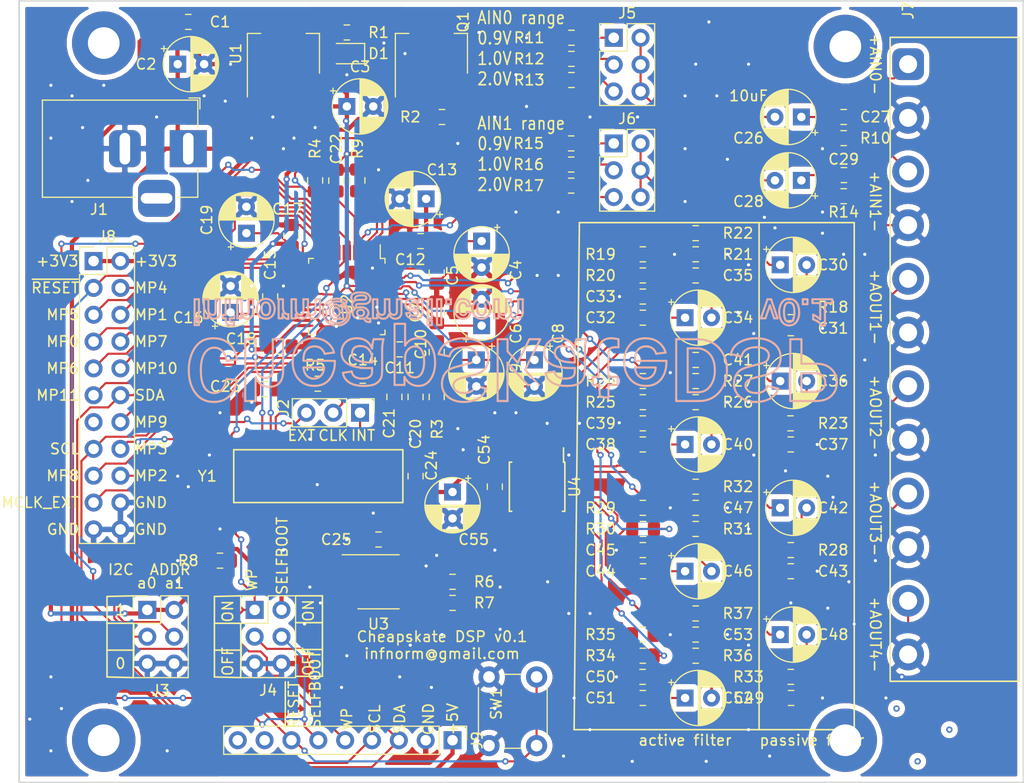
<source format=kicad_pcb>
(kicad_pcb (version 20171130) (host pcbnew "(5.1.2-1)-1")
  (layers (0 F.Cu signal) (31 B.Cu signal) (34 B.Paste user hide) (35 F.Paste user hide) (36 B.SilkS user hide) (37 F.SilkS user) (38 B.Mask user hide) (39 F.Mask user hide) (44 Edge.Cuts user))
  (net 0 "")
  (net 1 GND)
  (net 2 RAW_+5V)
  (net 3 +3V3)
  (net 4 N$3)
  (net 5 N$4)
  (net 6 DVDD)
  (net 7 ~RESET)
  (net 8 AIN0)
  (net 9 AIN1)
  (net 10 VOUT0)
  (net 11 FILTER_VOUT0)
  (net 12 N$20)
  (net 13 N$22)
  (net 14 N$21)
  (net 15 N$23)
  (net 16 N$24)
  (net 17 VOUT1)
  (net 18 FILTER_VOUT1)
  (net 19 N$27)
  (net 20 N$25)
  (net 21 N$26)
  (net 22 N$28)
  (net 23 VOUT2)
  (net 24 N$29)
  (net 25 FILTER_VOUT2)
  (net 26 N$30)
  (net 27 N$32)
  (net 28 N$31)
  (net 29 N$33)
  (net 30 N$34)
  (net 31 VOUT3)
  (net 32 FILTER_VOUT3)
  (net 33 N$37)
  (net 34 N$35)
  (net 35 N$36)
  (net 36 N$38)
  (net 37 ADDR1)
  (net 38 N$14)
  (net 39 N$13)
  (net 40 N$12)
  (net 41 ADC0)
  (net 42 ADC1)
  (net 43 SDA)
  (net 44 SCL)
  (net 45 ADDR0)
  (net 46 WP)
  (net 47 WP_EEPROM)
  (net 48 SELFBOOT)
  (net 49 MCLK_INT)
  (net 50 N$39)
  (net 51 N$42)
  (net 52 N$40)
  (net 53 N$41)
  (net 54 N$43)
  (net 55 N$44)
  (net 56 N$1)
  (net 57 MCLK_CHOSEN)
  (net 58 MCLK_EXT)
  (net 59 MP4)
  (net 60 MP5)
  (net 61 MP1)
  (net 62 MP0)
  (net 63 MP7)
  (net 64 MP6)
  (net 65 MP10)
  (net 66 MP11)
  (net 67 MP9)
  (net 68 MP3)
  (net 69 MP8)
  (net 70 MP2)
  (net 71 N$19)
  (net 72 N$18)
  (net 73 N$17)
  (net 74 N$2)
  (net 75 N$11)
  (net 76 N$9)
  (net 77 N$16)
  (module Package_SO:TSSOP-14_4.4x5mm_P0.65mm (layer F.Cu) (at 108 62 270)
    (fp_text reference U4 (at 0 -3.55 90) (layer F.SilkS))
    (fp_text value Opamp_Quad_Generic)
    (pad 1 smd rect (at -2.95 -1.95 270) (size 1.45 0.45) (layers F.Cu F.Paste F.Mask) (net 22 N$28))
    (pad 2 smd rect (at -2.95 -1.3 270) (size 1.45 0.45) (layers F.Cu F.Paste F.Mask) (net 22 N$28))
    (pad 3 smd rect (at -2.95 -0.65 270) (size 1.45 0.45) (layers F.Cu F.Paste F.Mask) (net 19 N$27))
    (pad 4 smd rect (at -2.95 0 270) (size 1.45 0.45) (layers F.Cu F.Paste F.Mask) (net 3 +3V3))
    (pad 5 smd rect (at -2.95 0.65 270) (size 1.45 0.45) (layers F.Cu F.Paste F.Mask) (net 27 N$32))
    (pad 6 smd rect (at -2.95 1.3 270) (size 1.45 0.45) (layers F.Cu F.Paste F.Mask) (net 29 N$33))
    (pad 7 smd rect (at -2.95 1.95 270) (size 1.45 0.45) (layers F.Cu F.Paste F.Mask) (net 29 N$33))
    (pad 8 smd rect (at 2.95 1.95 270) (size 1.45 0.45) (layers F.Cu F.Paste F.Mask) (net 36 N$38))
    (pad 9 smd rect (at 2.95 1.3 270) (size 1.45 0.45) (layers F.Cu F.Paste F.Mask) (net 36 N$38))
    (pad 10 smd rect (at 2.95 0.65 270) (size 1.45 0.45) (layers F.Cu F.Paste F.Mask) (net 33 N$37))
    (pad 11 smd rect (at 2.95 0 270) (size 1.45 0.45) (layers F.Cu F.Paste F.Mask) (net 1 GND))
    (pad 12 smd rect (at 2.95 -0.65 270) (size 1.45 0.45) (layers F.Cu F.Paste F.Mask) (net 51 N$42))
    (pad 13 smd rect (at 2.95 -1.3 270) (size 1.45 0.45) (layers F.Cu F.Paste F.Mask) (net 54 N$43))
    (pad 14 smd rect (at 2.95 -1.95 270) (size 1.45 0.45) (layers F.Cu F.Paste F.Mask) (net 54 N$43))
  )
  (module Capacitor_SMD:C_0805_2012Metric_Pad1.15x1.40mm_HandSolder (layer F.Cu) (at 82.25 52.75 180)
    (fp_text reference C23 (at 3.75 0.25) (layer F.SilkS))
    (fp_text value 22pF)
    (pad 1 smd roundrect (at -1.025 0 180) (size 1.15 1.4) (layers F.Cu F.Paste F.Mask) (roundrect_rratio 0.217391) (net 38 N$14))
    (pad 2 smd roundrect (at 1.025 0 180) (size 1.15 1.4) (layers F.Cu F.Paste F.Mask) (roundrect_rratio 0.217391) (net 1 GND))
  )
  (module Capacitor_SMD:C_0805_2012Metric_Pad1.15x1.40mm_HandSolder (layer F.Cu) (at 96.975 38.75 180)
    (fp_text reference C12 (at 0.975 -1.75) (layer F.SilkS))
    (fp_text value 100nF)
    (pad 2 smd roundrect (at 1.025 0 180) (size 1.15 1.4) (layers F.Cu F.Paste F.Mask) (roundrect_rratio 0.217391) (net 1 GND))
    (pad 1 smd roundrect (at -1.025 0 180) (size 1.15 1.4) (layers F.Cu F.Paste F.Mask) (roundrect_rratio 0.217391) (net 3 +3V3))
  )
  (module Capacitor_SMD:C_0805_2012Metric_Pad1.15x1.40mm_HandSolder (layer F.Cu) (at 96.5 53.5 90)
    (fp_text reference C20 (at -3.5 0 270) (layer F.SilkS))
    (fp_text value 56nF)
    (pad 1 smd roundrect (at -1.025 0 90) (size 1.15 1.4) (layers F.Cu F.Paste F.Mask) (roundrect_rratio 0.217391) (net 75 N$11))
    (pad 2 smd roundrect (at 1.025 0 90) (size 1.15 1.4) (layers F.Cu F.Paste F.Mask) (roundrect_rratio 0.217391) (net 40 N$12))
  )
  (module Button_Switch_THT:SW_PUSH_6mm (layer F.Cu) (at 107.95 80.01 270)
    (fp_text reference SW1 (at 2.54 3.81 90) (layer F.SilkS))
    (fp_text value SW_Push)
    (pad 2 thru_hole circle (at 0 4.5) (size 2 2) (drill 1.1) (layers *.Cu *.Mask) (net 1 GND))
    (pad 1 thru_hole circle (at 0 0) (size 2 2) (drill 1.1) (layers *.Cu *.Mask) (net 7 ~RESET))
    (pad 2 thru_hole circle (at 6.5 4.5) (size 2 2) (drill 1.1) (layers *.Cu *.Mask) (net 1 GND))
    (pad 1 thru_hole circle (at 6.5 0) (size 2 2) (drill 1.1) (layers *.Cu *.Mask) (net 7 ~RESET))
  )
  (module Connector_PinHeader_2.54mm:PinHeader_1x09_P2.54mm_Vertical (layer F.Cu) (at 100 86 270)
    (fp_text reference J9 (at 0 -2.33 90) (layer F.SilkS))
    (fp_text value Conn_01x09)
    (pad 1 thru_hole rect (at 0 0 270) (size 1.7 1.7) (drill 1) (layers *.Cu *.Mask) (net 2 RAW_+5V))
    (pad 2 thru_hole oval (at 0 2.54 270) (size 1.7 1.7) (drill 1) (layers *.Cu *.Mask) (net 1 GND))
    (pad 3 thru_hole oval (at 0 5.08 270) (size 1.7 1.7) (drill 1) (layers *.Cu *.Mask) (net 43 SDA))
    (pad 4 thru_hole oval (at 0 7.62 270) (size 1.7 1.7) (drill 1) (layers *.Cu *.Mask) (net 44 SCL))
    (pad 5 thru_hole oval (at 0 10.16 270) (size 1.7 1.7) (drill 1) (layers *.Cu *.Mask) (net 46 WP))
    (pad 6 thru_hole oval (at 0 12.7 270) (size 1.7 1.7) (drill 1) (layers *.Cu *.Mask) (net 48 SELFBOOT))
    (pad 7 thru_hole oval (at 0 15.24 270) (size 1.7 1.7) (drill 1) (layers *.Cu *.Mask) (net 7 ~RESET))
    (pad 8 thru_hole oval (at 0 17.78 270) (size 1.7 1.7) (drill 1) (layers *.Cu *.Mask))
    (pad 9 thru_hole oval (at 0 20.32 270) (size 1.7 1.7) (drill 1) (layers *.Cu *.Mask))
  )
  (module Resistor_SMD:R_0805_2012Metric_Pad1.15x1.40mm_HandSolder (layer F.Cu) (at 87.25 52.25 180)
    (fp_text reference R5 (at 0.25 1.75) (layer F.SilkS))
    (fp_text value 100)
    (pad 1 smd roundrect (at -1.025 0 180) (size 1.15 1.4) (layers F.Cu F.Paste F.Mask) (roundrect_rratio 0.217391) (net 39 N$13))
    (pad 2 smd roundrect (at 1.025 0 180) (size 1.15 1.4) (layers F.Cu F.Paste F.Mask) (roundrect_rratio 0.217391) (net 38 N$14))
  )
  (module Capacitor_SMD:C_0805_2012Metric_Pad1.15x1.40mm_HandSolder (layer F.Cu) (at 132.025 82)
    (fp_text reference C49 (at -3.975 0) (layer F.SilkS))
    (fp_text value 5.6nF)
    (pad 1 smd roundrect (at -1.025 0) (size 1.15 1.4) (layers F.Cu F.Paste F.Mask) (roundrect_rratio 0.217391) (net 32 FILTER_VOUT3))
    (pad 2 smd roundrect (at 1.025 0) (size 1.15 1.4) (layers F.Cu F.Paste F.Mask) (roundrect_rratio 0.217391) (net 1 GND))
  )
  (module Capacitor_THT:CP_Radial_D5.0mm_P2.50mm (layer F.Cu) (at 131 41)
    (fp_text reference C30 (at 5 0) (layer F.SilkS))
    (fp_text value 47uF)
    (pad 1 thru_hole rect (at 0 0) (size 1.6 1.6) (drill 0.8) (layers *.Cu *.Mask) (net 10 VOUT0))
    (pad 2 thru_hole circle (at 2.5 0) (size 1.6 1.6) (drill 0.8) (layers *.Cu *.Mask) (net 20 N$25))
  )
  (module Capacitor_THT:CP_Radial_D5.0mm_P2.50mm (layer F.Cu) (at 131 52)
    (fp_text reference C36 (at 5 0) (layer F.SilkS))
    (fp_text value 47uF)
    (pad 1 thru_hole rect (at 0 0) (size 1.6 1.6) (drill 0.8) (layers *.Cu *.Mask) (net 17 VOUT1))
    (pad 2 thru_hole circle (at 2.5 0) (size 1.6 1.6) (drill 0.8) (layers *.Cu *.Mask) (net 26 N$30))
  )
  (module Connector_PinHeader_2.54mm:PinHeader_2x03_P2.54mm_Vertical (layer F.Cu) (at 115.25 19.5)
    (fp_text reference J5 (at 1.27 -2.33) (layer F.SilkS))
    (fp_text value Conn_02x03_Odd_Even)
    (pad 6 thru_hole oval (at 2.54 5.08) (size 1.7 1.7) (drill 1) (layers *.Cu *.Mask) (net 72 N$18))
    (pad 5 thru_hole oval (at 0 5.08) (size 1.7 1.7) (drill 1) (layers *.Cu *.Mask) (net 12 N$20))
    (pad 4 thru_hole oval (at 2.54 2.54) (size 1.7 1.7) (drill 1) (layers *.Cu *.Mask) (net 72 N$18))
    (pad 3 thru_hole oval (at 0 2.54) (size 1.7 1.7) (drill 1) (layers *.Cu *.Mask) (net 71 N$19))
    (pad 2 thru_hole oval (at 2.54 0) (size 1.7 1.7) (drill 1) (layers *.Cu *.Mask) (net 72 N$18))
    (pad 1 thru_hole rect (at 0 0) (size 1.7 1.7) (drill 1) (layers *.Cu *.Mask) (net 73 N$17))
  )
  (module MountingHole:MountingHole_3mm_Pad (layer F.Cu) (at 67 86)
    (fp_text reference PAD1 hide)
    (fp_text value MountingHole_3mm_Pad)
    (pad 1 thru_hole circle (at 0 0) (size 6 6) (drill 3) (layers *.Cu *.Mask))
  )
  (module MountingHole:MountingHole_3mm_Pad (layer F.Cu) (at 137.16 86)
    (fp_text reference PAD1 hide)
    (fp_text value MountingHole_3mm_Pad)
    (pad 1 thru_hole circle (at 0 0) (size 6 6) (drill 3) (layers *.Cu *.Mask))
  )
  (module MountingHole:MountingHole_3mm_Pad (layer F.Cu) (at 137.16 20.32)
    (fp_text reference PAD1 hide)
    (fp_text value MountingHole_3mm_Pad)
    (pad 1 thru_hole circle (at 0 0) (size 6 6) (drill 3) (layers *.Cu *.Mask))
  )
  (module MountingHole:MountingHole_3mm_Pad (layer F.Cu) (at 67 20)
    (fp_text reference PAD1 hide)
    (fp_text value MountingHole_3mm_Pad)
    (pad 1 thru_hole circle (at 0 0) (size 6 6) (drill 3) (layers *.Cu *.Mask))
  )
  (module Capacitor_SMD:C_0805_2012Metric_Pad1.15x1.40mm_HandSolder (layer F.Cu) (at 75 18)
    (fp_text reference C1 (at 3 0) (layer F.SilkS))
    (fp_text value 100nF)
    (pad 2 smd roundrect (at 1.025 0) (size 1.15 1.4) (layers F.Cu F.Paste F.Mask) (roundrect_rratio 0.217391) (net 1 GND))
    (pad 1 smd roundrect (at -1.025 0) (size 1.15 1.4) (layers F.Cu F.Paste F.Mask) (roundrect_rratio 0.217391) (net 2 RAW_+5V))
  )
  (module Capacitor_THT:CP_Radial_D5.0mm_P2.50mm (layer F.Cu) (at 74 22)
    (fp_text reference C2 (at -3 0) (layer F.SilkS))
    (fp_text value 47uF)
    (pad 1 thru_hole rect (at 0 0) (size 1.6 1.6) (drill 0.8) (layers *.Cu *.Mask) (net 2 RAW_+5V))
    (pad 2 thru_hole circle (at 2.5 0) (size 1.6 1.6) (drill 0.8) (layers *.Cu *.Mask) (net 1 GND))
  )
  (module Capacitor_THT:CP_Radial_D5.0mm_P2.50mm (layer F.Cu) (at 90 26)
    (fp_text reference C3 (at 1.25 -3.75) (layer F.SilkS))
    (fp_text value 10uF)
    (pad 1 thru_hole rect (at 0 0) (size 1.6 1.6) (drill 0.8) (layers *.Cu *.Mask) (net 3 +3V3))
    (pad 2 thru_hole circle (at 2.5 0) (size 1.6 1.6) (drill 0.8) (layers *.Cu *.Mask) (net 1 GND))
  )
  (module Capacitor_THT:CP_Radial_D5.0mm_P2.50mm (layer F.Cu) (at 102.75 38.75 270)
    (fp_text reference C4 (at 2.75 -3.25 90) (layer F.SilkS))
    (fp_text value 10uF)
    (pad 1 thru_hole rect (at 0 0 270) (size 1.6 1.6) (drill 0.8) (layers *.Cu *.Mask) (net 74 N$2))
    (pad 2 thru_hole circle (at 2.5 0 270) (size 1.6 1.6) (drill 0.8) (layers *.Cu *.Mask) (net 1 GND))
  )
  (module Capacitor_SMD:C_0805_2012Metric_Pad1.15x1.40mm_HandSolder (layer F.Cu) (at 98.5 41.75 270)
    (fp_text reference C5 (at 0.25 -1.5 90) (layer F.SilkS))
    (fp_text value 100nF)
    (pad 2 smd roundrect (at 1.025 0 270) (size 1.15 1.4) (layers F.Cu F.Paste F.Mask) (roundrect_rratio 0.217391) (net 1 GND))
    (pad 1 smd roundrect (at -1.025 0 270) (size 1.15 1.4) (layers F.Cu F.Paste F.Mask) (roundrect_rratio 0.217391) (net 74 N$2))
  )
  (module Capacitor_THT:CP_Radial_D5.0mm_P2.50mm (layer F.Cu) (at 102.75 46.75 90)
    (fp_text reference C6 (at -0.75 3.25 90) (layer F.SilkS))
    (fp_text value 10uF)
    (pad 2 thru_hole circle (at 2.5 0 90) (size 1.6 1.6) (drill 0.8) (layers *.Cu *.Mask) (net 1 GND))
    (pad 1 thru_hole rect (at 0 0 90) (size 1.6 1.6) (drill 0.8) (layers *.Cu *.Mask) (net 4 N$3))
  )
  (module Capacitor_SMD:C_0805_2012Metric_Pad1.15x1.40mm_HandSolder (layer F.Cu) (at 98.5 45.5 90)
    (fp_text reference C7 (at 0 -2 90) (layer F.SilkS))
    (fp_text value 100nF)
    (pad 1 smd roundrect (at -1.025 0 90) (size 1.15 1.4) (layers F.Cu F.Paste F.Mask) (roundrect_rratio 0.217391) (net 4 N$3))
    (pad 2 smd roundrect (at 1.025 0 90) (size 1.15 1.4) (layers F.Cu F.Paste F.Mask) (roundrect_rratio 0.217391) (net 1 GND))
  )
  (module Capacitor_THT:CP_Radial_D5.0mm_P2.50mm (layer F.Cu) (at 107.75 50 270)
    (fp_text reference C8 (at -2.5 -2.25 90) (layer F.SilkS))
    (fp_text value 47uF)
    (pad 1 thru_hole rect (at 0 0 270) (size 1.6 1.6) (drill 0.8) (layers *.Cu *.Mask) (net 5 N$4))
    (pad 2 thru_hole circle (at 2.5 0 270) (size 1.6 1.6) (drill 0.8) (layers *.Cu *.Mask) (net 1 GND))
  )
  (module Capacitor_THT:CP_Radial_D5.0mm_P2.50mm (layer F.Cu) (at 102.25 50 270)
    (fp_text reference C9 (at 1.25 -3.75 90) (layer F.SilkS))
    (fp_text value 10uF)
    (pad 2 thru_hole circle (at 2.5 0 270) (size 1.6 1.6) (drill 0.8) (layers *.Cu *.Mask) (net 1 GND))
    (pad 1 thru_hole rect (at 0 0 270) (size 1.6 1.6) (drill 0.8) (layers *.Cu *.Mask) (net 5 N$4))
  )
  (module Capacitor_SMD:C_0805_2012Metric_Pad1.15x1.40mm_HandSolder (layer F.Cu) (at 98.5 49.25 270)
    (fp_text reference C10 (at -0.75 1.5 90) (layer F.SilkS))
    (fp_text value 100nF)
    (pad 2 smd roundrect (at 1.025 0 270) (size 1.15 1.4) (layers F.Cu F.Paste F.Mask) (roundrect_rratio 0.217391) (net 1 GND))
    (pad 1 smd roundrect (at -1.025 0 270) (size 1.15 1.4) (layers F.Cu F.Paste F.Mask) (roundrect_rratio 0.217391) (net 5 N$4))
  )
  (module Capacitor_SMD:C_0805_2012Metric_Pad1.15x1.40mm_HandSolder (layer F.Cu) (at 95 49)
    (fp_text reference C11 (at 0 1.75) (layer F.SilkS))
    (fp_text value 100nF)
    (pad 1 smd roundrect (at -1.025 0) (size 1.15 1.4) (layers F.Cu F.Paste F.Mask) (roundrect_rratio 0.217391) (net 3 +3V3))
    (pad 2 smd roundrect (at 1.025 0) (size 1.15 1.4) (layers F.Cu F.Paste F.Mask) (roundrect_rratio 0.217391) (net 1 GND))
  )
  (module Capacitor_THT:CP_Radial_D5.0mm_P2.50mm (layer F.Cu) (at 97.5 34.75 180)
    (fp_text reference C13 (at -1.5 2.75) (layer F.SilkS))
    (fp_text value 10uF)
    (pad 2 thru_hole circle (at 2.5 0 180) (size 1.6 1.6) (drill 0.8) (layers *.Cu *.Mask) (net 1 GND))
    (pad 1 thru_hole rect (at 0 0 180) (size 1.6 1.6) (drill 0.8) (layers *.Cu *.Mask) (net 3 +3V3))
  )
  (module Capacitor_SMD:C_0805_2012Metric_Pad1.15x1.40mm_HandSolder (layer F.Cu) (at 91.5 51.5 180)
    (fp_text reference C14 (at 0 1.5) (layer F.SilkS))
    (fp_text value 100nF)
    (pad 1 smd roundrect (at -1.025 0 180) (size 1.15 1.4) (layers F.Cu F.Paste F.Mask) (roundrect_rratio 0.217391) (net 3 +3V3))
    (pad 2 smd roundrect (at 1.025 0 180) (size 1.15 1.4) (layers F.Cu F.Paste F.Mask) (roundrect_rratio 0.217391) (net 1 GND))
  )
  (module Capacitor_SMD:C_0805_2012Metric_Pad1.15x1.40mm_HandSolder (layer F.Cu) (at 82.75 44 90)
    (fp_text reference C15 (at 3 0 90) (layer F.SilkS))
    (fp_text value 100nF)
    (pad 1 smd roundrect (at -1.025 0 90) (size 1.15 1.4) (layers F.Cu F.Paste F.Mask) (roundrect_rratio 0.217391) (net 3 +3V3))
    (pad 2 smd roundrect (at 1.025 0 90) (size 1.15 1.4) (layers F.Cu F.Paste F.Mask) (roundrect_rratio 0.217391) (net 1 GND))
  )
  (module Capacitor_THT:CP_Radial_D5.0mm_P2.50mm (layer F.Cu) (at 79 45.5 90)
    (fp_text reference C16 (at -0.5 -4) (layer F.SilkS))
    (fp_text value 10uF)
    (pad 2 thru_hole circle (at 2.5 0 90) (size 1.6 1.6) (drill 0.8) (layers *.Cu *.Mask) (net 1 GND))
    (pad 1 thru_hole rect (at 0 0 90) (size 1.6 1.6) (drill 0.8) (layers *.Cu *.Mask) (net 3 +3V3))
  )
  (module Capacitor_SMD:C_0805_2012Metric_Pad1.15x1.40mm_HandSolder (layer F.Cu) (at 84.75 38.25 90)
    (fp_text reference C17 (at 2.53 -0.37) (layer F.SilkS))
    (fp_text value 100nF)
    (pad 1 smd roundrect (at -1.025 0 90) (size 1.15 1.4) (layers F.Cu F.Paste F.Mask) (roundrect_rratio 0.217391) (net 6 DVDD))
    (pad 2 smd roundrect (at 1.025 0 90) (size 1.15 1.4) (layers F.Cu F.Paste F.Mask) (roundrect_rratio 0.217391) (net 1 GND))
  )
  (module Capacitor_SMD:C_0805_2012Metric_Pad1.15x1.40mm_HandSolder (layer F.Cu) (at 83.75 48.75)
    (fp_text reference C18 (at -3.75 -0.75) (layer F.SilkS))
    (fp_text value 100nF)
    (pad 2 smd roundrect (at 1.025 0) (size 1.15 1.4) (layers F.Cu F.Paste F.Mask) (roundrect_rratio 0.217391) (net 1 GND))
    (pad 1 smd roundrect (at -1.025 0) (size 1.15 1.4) (layers F.Cu F.Paste F.Mask) (roundrect_rratio 0.217391) (net 6 DVDD))
  )
  (module Capacitor_THT:CP_Radial_D5.0mm_P2.50mm (layer F.Cu) (at 80.5 38 90)
    (fp_text reference C19 (at 1.25 -3.75 90) (layer F.SilkS))
    (fp_text value 10uF)
    (pad 2 thru_hole circle (at 2.5 0 90) (size 1.6 1.6) (drill 0.8) (layers *.Cu *.Mask) (net 1 GND))
    (pad 1 thru_hole rect (at 0 0 90) (size 1.6 1.6) (drill 0.8) (layers *.Cu *.Mask) (net 6 DVDD))
  )
  (module Capacitor_SMD:C_0805_2012Metric_Pad1.15x1.40mm_HandSolder (layer F.Cu) (at 94.5 53.5 90)
    (fp_text reference C21 (at -2.5 -0.5 90) (layer F.SilkS))
    (fp_text value 3.3nF)
    (pad 2 smd roundrect (at 1.025 0 90) (size 1.15 1.4) (layers F.Cu F.Paste F.Mask) (roundrect_rratio 0.217391) (net 40 N$12))
    (pad 1 smd roundrect (at -1.025 0 90) (size 1.15 1.4) (layers F.Cu F.Paste F.Mask) (roundrect_rratio 0.217391) (net 3 +3V3))
  )
  (module Capacitor_SMD:C_0805_2012Metric_Pad1.15x1.40mm_HandSolder (layer F.Cu) (at 89 33.025 90)
    (fp_text reference C22 (at 3 0 90) (layer F.SilkS))
    (fp_text value 100nF)
    (pad 2 smd roundrect (at 1.025 0 90) (size 1.15 1.4) (layers F.Cu F.Paste F.Mask) (roundrect_rratio 0.217391) (net 1 GND))
    (pad 1 smd roundrect (at -1.025 0 90) (size 1.15 1.4) (layers F.Cu F.Paste F.Mask) (roundrect_rratio 0.217391) (net 7 ~RESET))
  )
  (module Capacitor_SMD:C_0805_2012Metric_Pad1.15x1.40mm_HandSolder (layer F.Cu) (at 96.5 61 90)
    (fp_text reference C24 (at 1 1.5 90) (layer F.SilkS))
    (fp_text value 22pF)
    (pad 2 smd roundrect (at 1.025 0 90) (size 1.15 1.4) (layers F.Cu F.Paste F.Mask) (roundrect_rratio 0.217391) (net 1 GND))
    (pad 1 smd roundrect (at -1.025 0 90) (size 1.15 1.4) (layers F.Cu F.Paste F.Mask) (roundrect_rratio 0.217391) (net 49 MCLK_INT))
  )
  (module Capacitor_SMD:C_0805_2012Metric_Pad1.15x1.40mm_HandSolder (layer F.Cu) (at 93 67 180)
    (fp_text reference C25 (at 4 0) (layer F.SilkS))
    (fp_text value 100nF)
    (pad 1 smd roundrect (at -1.025 0 180) (size 1.15 1.4) (layers F.Cu F.Paste F.Mask) (roundrect_rratio 0.217391) (net 3 +3V3))
    (pad 2 smd roundrect (at 1.025 0 180) (size 1.15 1.4) (layers F.Cu F.Paste F.Mask) (roundrect_rratio 0.217391) (net 1 GND))
  )
  (module Capacitor_THT:CP_Radial_D5.0mm_P2.50mm (layer F.Cu) (at 133 27 180)
    (fp_text reference C26 (at 5 -2) (layer F.SilkS))
    (fp_text value 10uF (at 5 2) (layer F.SilkS))
    (pad 1 thru_hole rect (at 0 0 180) (size 1.6 1.6) (drill 0.8) (layers *.Cu *.Mask) (net 8 AIN0))
    (pad 2 thru_hole circle (at 2.5 0 180) (size 1.6 1.6) (drill 0.8) (layers *.Cu *.Mask) (net 72 N$18))
  )
  (module Capacitor_SMD:C_0805_2012Metric_Pad1.15x1.40mm_HandSolder (layer F.Cu) (at 137 27)
    (fp_text reference C27 (at 3 0) (layer F.SilkS))
    (fp_text value 100pF)
    (pad 1 smd roundrect (at -1.025 0) (size 1.15 1.4) (layers F.Cu F.Paste F.Mask) (roundrect_rratio 0.217391) (net 8 AIN0))
    (pad 2 smd roundrect (at 1.025 0) (size 1.15 1.4) (layers F.Cu F.Paste F.Mask) (roundrect_rratio 0.217391) (net 1 GND))
  )
  (module Capacitor_THT:CP_Radial_D5.0mm_P2.50mm (layer F.Cu) (at 133 33 180)
    (fp_text reference C28 (at 5 -2) (layer F.SilkS))
    (fp_text value 10uF)
    (pad 1 thru_hole rect (at 0 0 180) (size 1.6 1.6) (drill 0.8) (layers *.Cu *.Mask) (net 9 AIN1))
    (pad 2 thru_hole circle (at 2.5 0 180) (size 1.6 1.6) (drill 0.8) (layers *.Cu *.Mask) (net 13 N$22))
  )
  (module Capacitor_SMD:C_0805_2012Metric_Pad1.15x1.40mm_HandSolder (layer F.Cu) (at 137.025 32.5)
    (fp_text reference C29 (at -0.025 -1.5) (layer F.SilkS))
    (fp_text value 100pF)
    (pad 2 smd roundrect (at 1.025 0) (size 1.15 1.4) (layers F.Cu F.Paste F.Mask) (roundrect_rratio 0.217391) (net 1 GND))
    (pad 1 smd roundrect (at -1.025 0) (size 1.15 1.4) (layers F.Cu F.Paste F.Mask) (roundrect_rratio 0.217391) (net 9 AIN1))
  )
  (module Capacitor_SMD:C_0805_2012Metric_Pad1.15x1.40mm_HandSolder (layer F.Cu) (at 132 47)
    (fp_text reference C31 (at 4 0) (layer F.SilkS))
    (fp_text value 5.6nF)
    (pad 1 smd roundrect (at -1.025 0) (size 1.15 1.4) (layers F.Cu F.Paste F.Mask) (roundrect_rratio 0.217391) (net 11 FILTER_VOUT0))
    (pad 2 smd roundrect (at 1.025 0) (size 1.15 1.4) (layers F.Cu F.Paste F.Mask) (roundrect_rratio 0.217391) (net 1 GND))
  )
  (module Capacitor_SMD:C_0805_2012Metric_Pad1.15x1.40mm_HandSolder (layer F.Cu) (at 118 46)
    (fp_text reference C32 (at -4 0) (layer F.SilkS))
    (fp_text value 470pF)
    (pad 2 smd roundrect (at 1.025 0) (size 1.15 1.4) (layers F.Cu F.Paste F.Mask) (roundrect_rratio 0.217391) (net 22 N$28))
    (pad 1 smd roundrect (at -1.025 0) (size 1.15 1.4) (layers F.Cu F.Paste F.Mask) (roundrect_rratio 0.217391) (net 21 N$26))
  )
  (module Capacitor_SMD:C_0805_2012Metric_Pad1.15x1.40mm_HandSolder (layer F.Cu) (at 118 44 180)
    (fp_text reference C33 (at 4 0) (layer F.SilkS))
    (fp_text value 150pF)
    (pad 1 smd roundrect (at -1.025 0 180) (size 1.15 1.4) (layers F.Cu F.Paste F.Mask) (roundrect_rratio 0.217391) (net 19 N$27))
    (pad 2 smd roundrect (at 1.025 0 180) (size 1.15 1.4) (layers F.Cu F.Paste F.Mask) (roundrect_rratio 0.217391) (net 1 GND))
  )
  (module Capacitor_THT:CP_Radial_D5.0mm_P2.50mm (layer F.Cu) (at 122 46)
    (fp_text reference C34 (at 5 0) (layer F.SilkS))
    (fp_text value 10uF)
    (pad 2 thru_hole circle (at 2.5 0) (size 1.6 1.6) (drill 0.8) (layers *.Cu *.Mask) (net 24 N$29))
    (pad 1 thru_hole rect (at 0 0) (size 1.6 1.6) (drill 0.8) (layers *.Cu *.Mask) (net 22 N$28))
  )
  (module Capacitor_SMD:C_0805_2012Metric_Pad1.15x1.40mm_HandSolder (layer F.Cu) (at 123 40 180)
    (fp_text reference C35 (at -4 -2) (layer F.SilkS))
    (fp_text value 3.3nF)
    (pad 2 smd roundrect (at 1.025 0 180) (size 1.15 1.4) (layers F.Cu F.Paste F.Mask) (roundrect_rratio 0.217391) (net 1 GND))
    (pad 1 smd roundrect (at -1.025 0 180) (size 1.15 1.4) (layers F.Cu F.Paste F.Mask) (roundrect_rratio 0.217391) (net 11 FILTER_VOUT0))
  )
  (module Capacitor_SMD:C_0805_2012Metric_Pad1.15x1.40mm_HandSolder (layer F.Cu) (at 132 58)
    (fp_text reference C37 (at 4 0) (layer F.SilkS))
    (fp_text value 5.6nF)
    (pad 1 smd roundrect (at -1.025 0) (size 1.15 1.4) (layers F.Cu F.Paste F.Mask) (roundrect_rratio 0.217391) (net 18 FILTER_VOUT1))
    (pad 2 smd roundrect (at 1.025 0) (size 1.15 1.4) (layers F.Cu F.Paste F.Mask) (roundrect_rratio 0.217391) (net 1 GND))
  )
  (module Capacitor_SMD:C_0805_2012Metric_Pad1.15x1.40mm_HandSolder (layer F.Cu) (at 118 58)
    (fp_text reference C38 (at -4 0) (layer F.SilkS))
    (fp_text value 470pF)
    (pad 2 smd roundrect (at 1.025 0) (size 1.15 1.4) (layers F.Cu F.Paste F.Mask) (roundrect_rratio 0.217391) (net 29 N$33))
    (pad 1 smd roundrect (at -1.025 0) (size 1.15 1.4) (layers F.Cu F.Paste F.Mask) (roundrect_rratio 0.217391) (net 28 N$31))
  )
  (module Capacitor_SMD:C_0805_2012Metric_Pad1.15x1.40mm_HandSolder (layer F.Cu) (at 118 56 180)
    (fp_text reference C39 (at 4 0) (layer F.SilkS))
    (fp_text value 150pF)
    (pad 1 smd roundrect (at -1.025 0 180) (size 1.15 1.4) (layers F.Cu F.Paste F.Mask) (roundrect_rratio 0.217391) (net 27 N$32))
    (pad 2 smd roundrect (at 1.025 0 180) (size 1.15 1.4) (layers F.Cu F.Paste F.Mask) (roundrect_rratio 0.217391) (net 1 GND))
  )
  (module Capacitor_THT:CP_Radial_D5.0mm_P2.50mm (layer F.Cu) (at 122 58)
    (fp_text reference C40 (at 5 0) (layer F.SilkS))
    (fp_text value 10uF)
    (pad 2 thru_hole circle (at 2.5 0) (size 1.6 1.6) (drill 0.8) (layers *.Cu *.Mask) (net 30 N$34))
    (pad 1 thru_hole rect (at 0 0) (size 1.6 1.6) (drill 0.8) (layers *.Cu *.Mask) (net 29 N$33))
  )
  (module Capacitor_SMD:C_0805_2012Metric_Pad1.15x1.40mm_HandSolder (layer F.Cu) (at 123 50 180)
    (fp_text reference C41 (at -4 0) (layer F.SilkS))
    (fp_text value 3.3nF)
    (pad 2 smd roundrect (at 1.025 0 180) (size 1.15 1.4) (layers F.Cu F.Paste F.Mask) (roundrect_rratio 0.217391) (net 1 GND))
    (pad 1 smd roundrect (at -1.025 0 180) (size 1.15 1.4) (layers F.Cu F.Paste F.Mask) (roundrect_rratio 0.217391) (net 18 FILTER_VOUT1))
  )
  (module Capacitor_THT:CP_Radial_D5.0mm_P2.50mm (layer F.Cu) (at 131 64)
    (fp_text reference C42 (at 5 0) (layer F.SilkS))
    (fp_text value 47uF)
    (pad 1 thru_hole rect (at 0 0) (size 1.6 1.6) (drill 0.8) (layers *.Cu *.Mask) (net 23 VOUT2))
    (pad 2 thru_hole circle (at 2.5 0) (size 1.6 1.6) (drill 0.8) (layers *.Cu *.Mask) (net 34 N$35))
  )
  (module Capacitor_SMD:C_0805_2012Metric_Pad1.15x1.40mm_HandSolder (layer F.Cu) (at 132 70)
    (fp_text reference C43 (at 4 0) (layer F.SilkS))
    (fp_text value 5.6nF)
    (pad 2 smd roundrect (at 1.025 0) (size 1.15 1.4) (layers F.Cu F.Paste F.Mask) (roundrect_rratio 0.217391) (net 1 GND))
    (pad 1 smd roundrect (at -1.025 0) (size 1.15 1.4) (layers F.Cu F.Paste F.Mask) (roundrect_rratio 0.217391) (net 25 FILTER_VOUT2))
  )
  (module Capacitor_SMD:C_0805_2012Metric_Pad1.15x1.40mm_HandSolder (layer F.Cu) (at 118.025 70)
    (fp_text reference C44 (at -4.025 0 180) (layer F.SilkS))
    (fp_text value 470pF)
    (pad 2 smd roundrect (at 1.025 0) (size 1.15 1.4) (layers F.Cu F.Paste F.Mask) (roundrect_rratio 0.217391) (net 36 N$38))
    (pad 1 smd roundrect (at -1.025 0) (size 1.15 1.4) (layers F.Cu F.Paste F.Mask) (roundrect_rratio 0.217391) (net 35 N$36))
  )
  (module Capacitor_SMD:C_0805_2012Metric_Pad1.15x1.40mm_HandSolder (layer F.Cu) (at 118 68 180)
    (fp_text reference C45 (at 4 0) (layer F.SilkS))
    (fp_text value 150pF)
    (pad 1 smd roundrect (at -1.025 0 180) (size 1.15 1.4) (layers F.Cu F.Paste F.Mask) (roundrect_rratio 0.217391) (net 33 N$37))
    (pad 2 smd roundrect (at 1.025 0 180) (size 1.15 1.4) (layers F.Cu F.Paste F.Mask) (roundrect_rratio 0.217391) (net 1 GND))
  )
  (module Capacitor_THT:CP_Radial_D5.0mm_P2.50mm (layer F.Cu) (at 122 70)
    (fp_text reference C46 (at 5 0) (layer F.SilkS))
    (fp_text value 10uF)
    (pad 1 thru_hole rect (at 0 0) (size 1.6 1.6) (drill 0.8) (layers *.Cu *.Mask) (net 36 N$38))
    (pad 2 thru_hole circle (at 2.5 0) (size 1.6 1.6) (drill 0.8) (layers *.Cu *.Mask) (net 50 N$39))
  )
  (module Capacitor_SMD:C_0805_2012Metric_Pad1.15x1.40mm_HandSolder (layer F.Cu) (at 123 64 180)
    (fp_text reference C47 (at -4 0) (layer F.SilkS))
    (fp_text value 3.3nF)
    (pad 2 smd roundrect (at 1.025 0 180) (size 1.15 1.4) (layers F.Cu F.Paste F.Mask) (roundrect_rratio 0.217391) (net 1 GND))
    (pad 1 smd roundrect (at -1.025 0 180) (size 1.15 1.4) (layers F.Cu F.Paste F.Mask) (roundrect_rratio 0.217391) (net 25 FILTER_VOUT2))
  )
  (module Capacitor_THT:CP_Radial_D5.0mm_P2.50mm (layer F.Cu) (at 131 76)
    (fp_text reference C48 (at 5 0) (layer F.SilkS))
    (fp_text value 47uF)
    (pad 2 thru_hole circle (at 2.5 0) (size 1.6 1.6) (drill 0.8) (layers *.Cu *.Mask) (net 52 N$40))
    (pad 1 thru_hole rect (at 0 0) (size 1.6 1.6) (drill 0.8) (layers *.Cu *.Mask) (net 31 VOUT3))
  )
  (module Capacitor_SMD:C_0805_2012Metric_Pad1.15x1.40mm_HandSolder (layer F.Cu) (at 118 82)
    (fp_text reference C50 (at -4 -2) (layer F.SilkS))
    (fp_text value 470pF)
    (pad 1 smd roundrect (at -1.025 0) (size 1.15 1.4) (layers F.Cu F.Paste F.Mask) (roundrect_rratio 0.217391) (net 53 N$41))
    (pad 2 smd roundrect (at 1.025 0) (size 1.15 1.4) (layers F.Cu F.Paste F.Mask) (roundrect_rratio 0.217391) (net 54 N$43))
  )
  (module Capacitor_SMD:C_0805_2012Metric_Pad1.15x1.40mm_HandSolder (layer F.Cu) (at 117.975 80 180)
    (fp_text reference C51 (at 3.975 -2) (layer F.SilkS))
    (fp_text value 150pF)
    (pad 1 smd roundrect (at -1.025 0 180) (size 1.15 1.4) (layers F.Cu F.Paste F.Mask) (roundrect_rratio 0.217391) (net 51 N$42))
    (pad 2 smd roundrect (at 1.025 0 180) (size 1.15 1.4) (layers F.Cu F.Paste F.Mask) (roundrect_rratio 0.217391) (net 1 GND))
  )
  (module Capacitor_THT:CP_Radial_D5.0mm_P2.50mm (layer F.Cu) (at 122 82)
    (fp_text reference C52 (at 5 0) (layer F.SilkS))
    (fp_text value 10uF)
    (pad 2 thru_hole circle (at 2.5 0) (size 1.6 1.6) (drill 0.8) (layers *.Cu *.Mask) (net 55 N$44))
    (pad 1 thru_hole rect (at 0 0) (size 1.6 1.6) (drill 0.8) (layers *.Cu *.Mask) (net 54 N$43))
  )
  (module Capacitor_SMD:C_0805_2012Metric_Pad1.15x1.40mm_HandSolder (layer F.Cu) (at 123 76 180)
    (fp_text reference C53 (at -4 0) (layer F.SilkS))
    (fp_text value 3.3nF)
    (pad 2 smd roundrect (at 1.025 0 180) (size 1.15 1.4) (layers F.Cu F.Paste F.Mask) (roundrect_rratio 0.217391) (net 1 GND))
    (pad 1 smd roundrect (at -1.025 0 180) (size 1.15 1.4) (layers F.Cu F.Paste F.Mask) (roundrect_rratio 0.217391) (net 32 FILTER_VOUT3))
  )
  (module LED_SMD:LED_0805_2012Metric (layer F.Cu) (at 90 21 180)
    (fp_text reference D1 (at -3 0) (layer F.SilkS))
    (fp_text value LED)
    (pad 1 smd roundrect (at -0.9375 0 180) (size 0.975 1.4) (layers F.Cu F.Paste F.Mask) (net 56 N$1))
    (pad 2 smd roundrect (at 0.9375 0 180) (size 0.975 1.4) (layers F.Cu F.Paste F.Mask) (net 1 GND))
  )
  (module Connector_BarrelJack:BarrelJack_Horizontal (layer F.Cu) (at 75 30)
    (fp_text reference J1 (at -8.45 5.75) (layer F.SilkS))
    (fp_text value Barrel_Jack)
    (pad 1 thru_hole rect (at 0 0) (size 3.5 3.5) (drill oval 1 3) (layers *.Cu *.Mask) (net 2 RAW_+5V))
    (pad 2 thru_hole roundrect (at -6 0) (size 3 3.5) (drill oval 1 3) (layers *.Cu *.Mask) (net 1 GND))
    (pad 3 thru_hole roundrect (at -3 4.7) (size 3.5 3.5) (drill oval 3 1) (layers *.Cu *.Mask))
  )
  (module Connector_PinHeader_2.54mm:PinHeader_2x03_P2.54mm_Vertical (layer F.Cu) (at 71.12 73.66)
    (fp_text reference J3 (at 1.27 7.62) (layer F.SilkS))
    (fp_text value Conn_02x03_Odd_Even)
    (pad 6 thru_hole oval (at 2.54 5.08) (size 1.7 1.7) (drill 1) (layers *.Cu *.Mask) (net 1 GND))
    (pad 5 thru_hole oval (at 0 5.08) (size 1.7 1.7) (drill 1) (layers *.Cu *.Mask) (net 1 GND))
    (pad 4 thru_hole oval (at 2.54 2.54) (size 1.7 1.7) (drill 1) (layers *.Cu *.Mask) (net 37 ADDR1))
    (pad 3 thru_hole oval (at 0 2.54) (size 1.7 1.7) (drill 1) (layers *.Cu *.Mask) (net 45 ADDR0))
    (pad 2 thru_hole oval (at 2.54 0) (size 1.7 1.7) (drill 1) (layers *.Cu *.Mask) (net 3 +3V3))
    (pad 1 thru_hole rect (at 0 0) (size 1.7 1.7) (drill 1) (layers *.Cu *.Mask) (net 3 +3V3))
  )
  (module Connector_PinHeader_2.54mm:PinHeader_2x03_P2.54mm_Vertical (layer F.Cu) (at 81.28 73.66)
    (fp_text reference J4 (at 1.27 7.62) (layer F.SilkS))
    (fp_text value Conn_02x03_Odd_Even)
    (pad 1 thru_hole rect (at 0 0) (size 1.7 1.7) (drill 1) (layers *.Cu *.Mask) (net 46 WP))
    (pad 2 thru_hole oval (at 2.54 0) (size 1.7 1.7) (drill 1) (layers *.Cu *.Mask) (net 3 +3V3))
    (pad 3 thru_hole oval (at 0 2.54) (size 1.7 1.7) (drill 1) (layers *.Cu *.Mask) (net 47 WP_EEPROM))
    (pad 4 thru_hole oval (at 2.54 2.54) (size 1.7 1.7) (drill 1) (layers *.Cu *.Mask) (net 48 SELFBOOT))
    (pad 5 thru_hole oval (at 0 5.08) (size 1.7 1.7) (drill 1) (layers *.Cu *.Mask) (net 1 GND))
    (pad 6 thru_hole oval (at 2.54 5.08) (size 1.7 1.7) (drill 1) (layers *.Cu *.Mask) (net 1 GND))
  )
  (module Connector_PinHeader_2.54mm:PinHeader_2x03_P2.54mm_Vertical (layer F.Cu) (at 115.25 29.5)
    (fp_text reference J6 (at 1.27 -2.33) (layer F.SilkS))
    (fp_text value Conn_02x03_Odd_Even)
    (pad 1 thru_hole rect (at 0 0) (size 1.7 1.7) (drill 1) (layers *.Cu *.Mask) (net 14 N$21))
    (pad 2 thru_hole oval (at 2.54 0) (size 1.7 1.7) (drill 1) (layers *.Cu *.Mask) (net 13 N$22))
    (pad 3 thru_hole oval (at 0 2.54) (size 1.7 1.7) (drill 1) (layers *.Cu *.Mask) (net 15 N$23))
    (pad 4 thru_hole oval (at 2.54 2.54) (size 1.7 1.7) (drill 1) (layers *.Cu *.Mask) (net 13 N$22))
    (pad 5 thru_hole oval (at 0 5.08) (size 1.7 1.7) (drill 1) (layers *.Cu *.Mask) (net 16 N$24))
    (pad 6 thru_hole oval (at 2.54 5.08) (size 1.7 1.7) (drill 1) (layers *.Cu *.Mask) (net 13 N$22))
  )
  (module Connector_PinHeader_2.54mm:PinHeader_2x11_P2.54mm_Vertical (layer F.Cu) (at 66.04 40.64)
    (fp_text reference J8 (at 1.27 -2.33) (layer F.SilkS))
    (fp_text value Conn_02x11_Odd_Even)
    (pad 1 thru_hole rect (at 0 0) (size 1.7 1.7) (drill 1) (layers *.Cu *.Mask) (net 3 +3V3))
    (pad 2 thru_hole oval (at 2.54 0) (size 1.7 1.7) (drill 1) (layers *.Cu *.Mask) (net 3 +3V3))
    (pad 3 thru_hole oval (at 0 2.54) (size 1.7 1.7) (drill 1) (layers *.Cu *.Mask) (net 7 ~RESET))
    (pad 4 thru_hole oval (at 2.54 2.54) (size 1.7 1.7) (drill 1) (layers *.Cu *.Mask) (net 59 MP4))
    (pad 5 thru_hole oval (at 0 5.08) (size 1.7 1.7) (drill 1) (layers *.Cu *.Mask) (net 60 MP5))
    (pad 6 thru_hole oval (at 2.54 5.08) (size 1.7 1.7) (drill 1) (layers *.Cu *.Mask) (net 61 MP1))
    (pad 7 thru_hole oval (at 0 7.62) (size 1.7 1.7) (drill 1) (layers *.Cu *.Mask) (net 62 MP0))
    (pad 8 thru_hole oval (at 2.54 7.62) (size 1.7 1.7) (drill 1) (layers *.Cu *.Mask) (net 63 MP7))
    (pad 9 thru_hole oval (at 0 10.16) (size 1.7 1.7) (drill 1) (layers *.Cu *.Mask) (net 64 MP6))
    (pad 10 thru_hole oval (at 2.54 10.16) (size 1.7 1.7) (drill 1) (layers *.Cu *.Mask) (net 65 MP10))
    (pad 11 thru_hole oval (at 0 12.7) (size 1.7 1.7) (drill 1) (layers *.Cu *.Mask) (net 66 MP11))
    (pad 12 thru_hole oval (at 2.54 12.7) (size 1.7 1.7) (drill 1) (layers *.Cu *.Mask) (net 43 SDA))
    (pad 13 thru_hole oval (at 0 15.24) (size 1.7 1.7) (drill 1) (layers *.Cu *.Mask))
    (pad 14 thru_hole oval (at 2.54 15.24) (size 1.7 1.7) (drill 1) (layers *.Cu *.Mask) (net 67 MP9))
    (pad 15 thru_hole oval (at 0 17.78) (size 1.7 1.7) (drill 1) (layers *.Cu *.Mask) (net 44 SCL))
    (pad 16 thru_hole oval (at 2.54 17.78) (size 1.7 1.7) (drill 1) (layers *.Cu *.Mask) (net 68 MP3))
    (pad 17 thru_hole oval (at 0 20.32) (size 1.7 1.7) (drill 1) (layers *.Cu *.Mask) (net 69 MP8))
    (pad 18 thru_hole oval (at 2.54 20.32) (size 1.7 1.7) (drill 1) (layers *.Cu *.Mask) (net 70 MP2))
    (pad 19 thru_hole oval (at 0 22.86) (size 1.7 1.7) (drill 1) (layers *.Cu *.Mask) (net 58 MCLK_EXT))
    (pad 20 thru_hole oval (at 2.54 22.86) (size 1.7 1.7) (drill 1) (layers *.Cu *.Mask) (net 1 GND))
    (pad 21 thru_hole oval (at 0 25.4) (size 1.7 1.7) (drill 1) (layers *.Cu *.Mask) (net 1 GND))
    (pad 22 thru_hole oval (at 2.54 25.4) (size 1.7 1.7) (drill 1) (layers *.Cu *.Mask) (net 1 GND))
  )
  (module Package_TO_SOT_SMD:SOT-223-3_TabPin2 (layer F.Cu) (at 98 21 90)
    (fp_text reference Q1 (at 3 3 90) (layer F.SilkS))
    (fp_text value Q_PNP_BCE)
    (pad 1 smd rect (at -3.15 -2.3 90) (size 2 1.5) (layers F.Cu F.Paste F.Mask) (net 76 N$9))
    (pad 3 smd rect (at -3.15 2.3 90) (size 2 1.5) (layers F.Cu F.Paste F.Mask) (net 3 +3V3))
    (pad 2 smd rect (at -3.15 0 90) (size 2 1.5) (layers F.Cu F.Paste F.Mask) (net 6 DVDD))
    (pad 2 smd rect (at 3.15 0 90) (size 2 3.8) (layers F.Cu F.Paste F.Mask) (net 6 DVDD))
  )
  (module Resistor_SMD:R_0805_2012Metric_Pad1.15x1.40mm_HandSolder (layer F.Cu) (at 90 19)
    (fp_text reference R1 (at 3 0) (layer F.SilkS))
    (fp_text value 300)
    (pad 2 smd roundrect (at 1.025 0) (size 1.15 1.4) (layers F.Cu F.Paste F.Mask) (roundrect_rratio 0.217391) (net 56 N$1))
    (pad 1 smd roundrect (at -1.025 0) (size 1.15 1.4) (layers F.Cu F.Paste F.Mask) (roundrect_rratio 0.217391) (net 3 +3V3))
  )
  (module Resistor_SMD:R_0805_2012Metric_Pad1.15x1.40mm_HandSolder (layer F.Cu) (at 99 27 180)
    (fp_text reference R2 (at 3 0) (layer F.SilkS))
    (fp_text value 1k)
    (pad 1 smd roundrect (at -1.025 0 180) (size 1.15 1.4) (layers F.Cu F.Paste F.Mask) (roundrect_rratio 0.217391) (net 3 +3V3))
    (pad 2 smd roundrect (at 1.025 0 180) (size 1.15 1.4) (layers F.Cu F.Paste F.Mask) (roundrect_rratio 0.217391) (net 76 N$9))
  )
  (module Resistor_SMD:R_0805_2012Metric_Pad1.15x1.40mm_HandSolder (layer F.Cu) (at 98.5 53.5 90)
    (fp_text reference R3 (at -3.05 0.05 90) (layer F.SilkS))
    (fp_text value 465)
    (pad 1 smd roundrect (at -1.025 0 90) (size 1.15 1.4) (layers F.Cu F.Paste F.Mask) (roundrect_rratio 0.217391) (net 3 +3V3))
    (pad 2 smd roundrect (at 1.025 0 90) (size 1.15 1.4) (layers F.Cu F.Paste F.Mask) (roundrect_rratio 0.217391) (net 75 N$11))
  )
  (module Resistor_SMD:R_0805_2012Metric_Pad1.15x1.40mm_HandSolder (layer F.Cu) (at 87 33 270)
    (fp_text reference R4 (at -3 0 90) (layer F.SilkS))
    (fp_text value 10k)
    (pad 2 smd roundrect (at 1.025 0 270) (size 1.15 1.4) (layers F.Cu F.Paste F.Mask) (roundrect_rratio 0.217391) (net 7 ~RESET))
    (pad 1 smd roundrect (at -1.025 0 270) (size 1.15 1.4) (layers F.Cu F.Paste F.Mask) (roundrect_rratio 0.217391) (net 3 +3V3))
  )
  (module Resistor_SMD:R_0805_2012Metric_Pad1.15x1.40mm_HandSolder (layer F.Cu) (at 100 71 180)
    (fp_text reference R6 (at -3 0) (layer F.SilkS))
    (fp_text value 10k)
    (pad 2 smd roundrect (at 1.025 0 180) (size 1.15 1.4) (layers F.Cu F.Paste F.Mask) (roundrect_rratio 0.217391) (net 44 SCL))
    (pad 1 smd roundrect (at -1.025 0 180) (size 1.15 1.4) (layers F.Cu F.Paste F.Mask) (roundrect_rratio 0.217391) (net 3 +3V3))
  )
  (module Resistor_SMD:R_0805_2012Metric_Pad1.15x1.40mm_HandSolder (layer F.Cu) (at 100 73 180)
    (fp_text reference R7 (at -3 0) (layer F.SilkS))
    (fp_text value 10k)
    (pad 1 smd roundrect (at -1.025 0 180) (size 1.15 1.4) (layers F.Cu F.Paste F.Mask) (roundrect_rratio 0.217391) (net 3 +3V3))
    (pad 2 smd roundrect (at 1.025 0 180) (size 1.15 1.4) (layers F.Cu F.Paste F.Mask) (roundrect_rratio 0.217391) (net 43 SDA))
  )
  (module Resistor_SMD:R_0805_2012Metric_Pad1.15x1.40mm_HandSolder (layer F.Cu) (at 78 69)
    (fp_text reference R8 (at -3 0) (layer F.SilkS))
    (fp_text value 10k)
    (pad 2 smd roundrect (at 1.025 0) (size 1.15 1.4) (layers F.Cu F.Paste F.Mask) (roundrect_rratio 0.217391) (net 46 WP))
    (pad 1 smd roundrect (at -1.025 0) (size 1.15 1.4) (layers F.Cu F.Paste F.Mask) (roundrect_rratio 0.217391) (net 3 +3V3))
  )
  (module Resistor_SMD:R_0805_2012Metric_Pad1.15x1.40mm_HandSolder (layer F.Cu) (at 91 33 90)
    (fp_text reference R9 (at 3 0 90) (layer F.SilkS))
    (fp_text value 18k)
    (pad 1 smd roundrect (at -1.025 0 90) (size 1.15 1.4) (layers F.Cu F.Paste F.Mask) (roundrect_rratio 0.217391) (net 77 N$16))
    (pad 2 smd roundrect (at 1.025 0 90) (size 1.15 1.4) (layers F.Cu F.Paste F.Mask) (roundrect_rratio 0.217391) (net 1 GND))
  )
  (module Resistor_SMD:R_0805_2012Metric_Pad1.15x1.40mm_HandSolder (layer F.Cu) (at 137 29)
    (fp_text reference R10 (at 3 0) (layer F.SilkS))
    (fp_text value 49.9k)
    (pad 2 smd roundrect (at 1.025 0) (size 1.15 1.4) (layers F.Cu F.Paste F.Mask) (roundrect_rratio 0.217391) (net 1 GND))
    (pad 1 smd roundrect (at -1.025 0) (size 1.15 1.4) (layers F.Cu F.Paste F.Mask) (roundrect_rratio 0.217391) (net 8 AIN0))
  )
  (module Resistor_SMD:R_0805_2012Metric_Pad1.15x1.40mm_HandSolder (layer F.Cu) (at 111.25 19.5 180)
    (fp_text reference R11 (at 4 0) (layer F.SilkS))
    (fp_text value 7k)
    (pad 2 smd roundrect (at 1.025 0 180) (size 1.15 1.4) (layers F.Cu F.Paste F.Mask) (roundrect_rratio 0.217391) (net 41 ADC0))
    (pad 1 smd roundrect (at -1.025 0 180) (size 1.15 1.4) (layers F.Cu F.Paste F.Mask) (roundrect_rratio 0.217391) (net 73 N$17))
  )
  (module Resistor_SMD:R_0805_2012Metric_Pad1.15x1.40mm_HandSolder (layer F.Cu) (at 111.25 21.5 180)
    (fp_text reference R12 (at 4 0) (layer F.SilkS))
    (fp_text value 8k)
    (pad 1 smd roundrect (at -1.025 0 180) (size 1.15 1.4) (layers F.Cu F.Paste F.Mask) (roundrect_rratio 0.217391) (net 71 N$19))
    (pad 2 smd roundrect (at 1.025 0 180) (size 1.15 1.4) (layers F.Cu F.Paste F.Mask) (roundrect_rratio 0.217391) (net 41 ADC0))
  )
  (module Resistor_SMD:R_0805_2012Metric_Pad1.15x1.40mm_HandSolder (layer F.Cu) (at 111.25 23.5 180)
    (fp_text reference R13 (at 4 0) (layer F.SilkS))
    (fp_text value 18k)
    (pad 2 smd roundrect (at 1.025 0 180) (size 1.15 1.4) (layers F.Cu F.Paste F.Mask) (roundrect_rratio 0.217391) (net 41 ADC0))
    (pad 1 smd roundrect (at -1.025 0 180) (size 1.15 1.4) (layers F.Cu F.Paste F.Mask) (roundrect_rratio 0.217391) (net 12 N$20))
  )
  (module Resistor_SMD:R_0805_2012Metric_Pad1.15x1.40mm_HandSolder (layer F.Cu) (at 137 34.5)
    (fp_text reference R14 (at 0 1.5) (layer F.SilkS))
    (fp_text value 49.9k)
    (pad 1 smd roundrect (at -1.025 0) (size 1.15 1.4) (layers F.Cu F.Paste F.Mask) (roundrect_rratio 0.217391) (net 9 AIN1))
    (pad 2 smd roundrect (at 1.025 0) (size 1.15 1.4) (layers F.Cu F.Paste F.Mask) (roundrect_rratio 0.217391) (net 1 GND))
  )
  (module Resistor_SMD:R_0805_2012Metric_Pad1.15x1.40mm_HandSolder (layer F.Cu) (at 111.225 29.5 180)
    (fp_text reference R15 (at 4.025 0) (layer F.SilkS))
    (fp_text value 7k)
    (pad 2 smd roundrect (at 1.025 0 180) (size 1.15 1.4) (layers F.Cu F.Paste F.Mask) (roundrect_rratio 0.217391) (net 42 ADC1))
    (pad 1 smd roundrect (at -1.025 0 180) (size 1.15 1.4) (layers F.Cu F.Paste F.Mask) (roundrect_rratio 0.217391) (net 14 N$21))
  )
  (module Resistor_SMD:R_0805_2012Metric_Pad1.15x1.40mm_HandSolder (layer F.Cu) (at 111.225 31.5 180)
    (fp_text reference R16 (at 4.025 0) (layer F.SilkS))
    (fp_text value 8k)
    (pad 1 smd roundrect (at -1.025 0 180) (size 1.15 1.4) (layers F.Cu F.Paste F.Mask) (roundrect_rratio 0.217391) (net 15 N$23))
    (pad 2 smd roundrect (at 1.025 0 180) (size 1.15 1.4) (layers F.Cu F.Paste F.Mask) (roundrect_rratio 0.217391) (net 42 ADC1))
  )
  (module Resistor_SMD:R_0805_2012Metric_Pad1.15x1.40mm_HandSolder (layer F.Cu) (at 111.225 33.5 180)
    (fp_text reference R17 (at 4.025 0) (layer F.SilkS))
    (fp_text value 18k)
    (pad 2 smd roundrect (at 1.025 0 180) (size 1.15 1.4) (layers F.Cu F.Paste F.Mask) (roundrect_rratio 0.217391) (net 42 ADC1))
    (pad 1 smd roundrect (at -1.025 0 180) (size 1.15 1.4) (layers F.Cu F.Paste F.Mask) (roundrect_rratio 0.217391) (net 16 N$24))
  )
  (module Resistor_SMD:R_0805_2012Metric_Pad1.15x1.40mm_HandSolder (layer F.Cu) (at 132 45 180)
    (fp_text reference R18 (at -4 0) (layer F.SilkS))
    (fp_text value 560)
    (pad 1 smd roundrect (at -1.025 0 180) (size 1.15 1.4) (layers F.Cu F.Paste F.Mask) (roundrect_rratio 0.217391) (net 20 N$25))
    (pad 2 smd roundrect (at 1.025 0 180) (size 1.15 1.4) (layers F.Cu F.Paste F.Mask) (roundrect_rratio 0.217391) (net 11 FILTER_VOUT0))
  )
  (module Resistor_SMD:R_0805_2012Metric_Pad1.15x1.40mm_HandSolder (layer F.Cu) (at 118 40 180)
    (fp_text reference R19 (at 4 0) (layer F.SilkS))
    (fp_text value 4.75k)
    (pad 2 smd roundrect (at 1.025 0 180) (size 1.15 1.4) (layers F.Cu F.Paste F.Mask) (roundrect_rratio 0.217391) (net 21 N$26))
    (pad 1 smd roundrect (at -1.025 0 180) (size 1.15 1.4) (layers F.Cu F.Paste F.Mask) (roundrect_rratio 0.217391) (net 10 VOUT0))
  )
  (module Resistor_SMD:R_0805_2012Metric_Pad1.15x1.40mm_HandSolder (layer F.Cu) (at 118 42)
    (fp_text reference R20 (at -4 0) (layer F.SilkS))
    (fp_text value 4.75k)
    (pad 2 smd roundrect (at 1.025 0) (size 1.15 1.4) (layers F.Cu F.Paste F.Mask) (roundrect_rratio 0.217391) (net 19 N$27))
    (pad 1 smd roundrect (at -1.025 0) (size 1.15 1.4) (layers F.Cu F.Paste F.Mask) (roundrect_rratio 0.217391) (net 21 N$26))
  )
  (module Resistor_SMD:R_0805_2012Metric_Pad1.15x1.40mm_HandSolder (layer F.Cu) (at 123 42)
    (fp_text reference R21 (at 4 -2) (layer F.SilkS))
    (fp_text value 604)
    (pad 1 smd roundrect (at -1.025 0) (size 1.15 1.4) (layers F.Cu F.Paste F.Mask) (roundrect_rratio 0.217391) (net 24 N$29))
    (pad 2 smd roundrect (at 1.025 0) (size 1.15 1.4) (layers F.Cu F.Paste F.Mask) (roundrect_rratio 0.217391) (net 11 FILTER_VOUT0))
  )
  (module Resistor_SMD:R_0805_2012Metric_Pad1.15x1.40mm_HandSolder (layer F.Cu) (at 123 38 180)
    (fp_text reference R22 (at -4 0) (layer F.SilkS))
    (fp_text value 49.9k)
    (pad 2 smd roundrect (at 1.025 0 180) (size 1.15 1.4) (layers F.Cu F.Paste F.Mask) (roundrect_rratio 0.217391) (net 1 GND))
    (pad 1 smd roundrect (at -1.025 0 180) (size 1.15 1.4) (layers F.Cu F.Paste F.Mask) (roundrect_rratio 0.217391) (net 11 FILTER_VOUT0))
  )
  (module Resistor_SMD:R_0805_2012Metric_Pad1.15x1.40mm_HandSolder (layer F.Cu) (at 131.975 56 180)
    (fp_text reference R23 (at -4.025 0) (layer F.SilkS))
    (fp_text value 560)
    (pad 1 smd roundrect (at -1.025 0 180) (size 1.15 1.4) (layers F.Cu F.Paste F.Mask) (roundrect_rratio 0.217391) (net 26 N$30))
    (pad 2 smd roundrect (at 1.025 0 180) (size 1.15 1.4) (layers F.Cu F.Paste F.Mask) (roundrect_rratio 0.217391) (net 18 FILTER_VOUT1))
  )
  (module Resistor_SMD:R_0805_2012Metric_Pad1.15x1.40mm_HandSolder (layer F.Cu) (at 118 52 180)
    (fp_text reference R24 (at 4 0) (layer F.SilkS))
    (fp_text value 4.75k)
    (pad 2 smd roundrect (at 1.025 0 180) (size 1.15 1.4) (layers F.Cu F.Paste F.Mask) (roundrect_rratio 0.217391) (net 28 N$31))
    (pad 1 smd roundrect (at -1.025 0 180) (size 1.15 1.4) (layers F.Cu F.Paste F.Mask) (roundrect_rratio 0.217391) (net 17 VOUT1))
  )
  (module Resistor_SMD:R_0805_2012Metric_Pad1.15x1.40mm_HandSolder (layer F.Cu) (at 118 54)
    (fp_text reference R25 (at -4 0) (layer F.SilkS))
    (fp_text value 4.75k)
    (pad 1 smd roundrect (at -1.025 0) (size 1.15 1.4) (layers F.Cu F.Paste F.Mask) (roundrect_rratio 0.217391) (net 28 N$31))
    (pad 2 smd roundrect (at 1.025 0) (size 1.15 1.4) (layers F.Cu F.Paste F.Mask) (roundrect_rratio 0.217391) (net 27 N$32))
  )
  (module Resistor_SMD:R_0805_2012Metric_Pad1.15x1.40mm_HandSolder (layer F.Cu) (at 123 54)
    (fp_text reference R26 (at 4 0) (layer F.SilkS))
    (fp_text value 604)
    (pad 2 smd roundrect (at 1.025 0) (size 1.15 1.4) (layers F.Cu F.Paste F.Mask) (roundrect_rratio 0.217391) (net 18 FILTER_VOUT1))
    (pad 1 smd roundrect (at -1.025 0) (size 1.15 1.4) (layers F.Cu F.Paste F.Mask) (roundrect_rratio 0.217391) (net 30 N$34))
  )
  (module Resistor_SMD:R_0805_2012Metric_Pad1.15x1.40mm_HandSolder (layer F.Cu) (at 123 52 180)
    (fp_text reference R27 (at -4 0) (layer F.SilkS))
    (fp_text value 49.9k)
    (pad 1 smd roundrect (at -1.025 0 180) (size 1.15 1.4) (layers F.Cu F.Paste F.Mask) (roundrect_rratio 0.217391) (net 18 FILTER_VOUT1))
    (pad 2 smd roundrect (at 1.025 0 180) (size 1.15 1.4) (layers F.Cu F.Paste F.Mask) (roundrect_rratio 0.217391) (net 1 GND))
  )
  (module Resistor_SMD:R_0805_2012Metric_Pad1.15x1.40mm_HandSolder (layer F.Cu) (at 132 68 180)
    (fp_text reference R28 (at -4 0) (layer F.SilkS))
    (fp_text value 560)
    (pad 1 smd roundrect (at -1.025 0 180) (size 1.15 1.4) (layers F.Cu F.Paste F.Mask) (roundrect_rratio 0.217391) (net 34 N$35))
    (pad 2 smd roundrect (at 1.025 0 180) (size 1.15 1.4) (layers F.Cu F.Paste F.Mask) (roundrect_rratio 0.217391) (net 25 FILTER_VOUT2))
  )
  (module Resistor_SMD:R_0805_2012Metric_Pad1.15x1.40mm_HandSolder (layer F.Cu) (at 118 64 180)
    (fp_text reference R29 (at 4 0) (layer F.SilkS))
    (fp_text value 4.75k)
    (pad 1 smd roundrect (at -1.025 0 180) (size 1.15 1.4) (layers F.Cu F.Paste F.Mask) (roundrect_rratio 0.217391) (net 23 VOUT2))
    (pad 2 smd roundrect (at 1.025 0 180) (size 1.15 1.4) (layers F.Cu F.Paste F.Mask) (roundrect_rratio 0.217391) (net 35 N$36))
  )
  (module Resistor_SMD:R_0805_2012Metric_Pad1.15x1.40mm_HandSolder (layer F.Cu) (at 118.025 66)
    (fp_text reference R30 (at -4.025 0) (layer F.SilkS))
    (fp_text value 4.75k)
    (pad 2 smd roundrect (at 1.025 0) (size 1.15 1.4) (layers F.Cu F.Paste F.Mask) (roundrect_rratio 0.217391) (net 33 N$37))
    (pad 1 smd roundrect (at -1.025 0) (size 1.15 1.4) (layers F.Cu F.Paste F.Mask) (roundrect_rratio 0.217391) (net 35 N$36))
  )
  (module Resistor_SMD:R_0805_2012Metric_Pad1.15x1.40mm_HandSolder (layer F.Cu) (at 123 66)
    (fp_text reference R31 (at 4 0) (layer F.SilkS))
    (fp_text value 604)
    (pad 1 smd roundrect (at -1.025 0) (size 1.15 1.4) (layers F.Cu F.Paste F.Mask) (roundrect_rratio 0.217391) (net 50 N$39))
    (pad 2 smd roundrect (at 1.025 0) (size 1.15 1.4) (layers F.Cu F.Paste F.Mask) (roundrect_rratio 0.217391) (net 25 FILTER_VOUT2))
  )
  (module Resistor_SMD:R_0805_2012Metric_Pad1.15x1.40mm_HandSolder (layer F.Cu) (at 123 62 180)
    (fp_text reference R32 (at -4 0) (layer F.SilkS))
    (fp_text value 49.9k)
    (pad 2 smd roundrect (at 1.025 0 180) (size 1.15 1.4) (layers F.Cu F.Paste F.Mask) (roundrect_rratio 0.217391) (net 1 GND))
    (pad 1 smd roundrect (at -1.025 0 180) (size 1.15 1.4) (layers F.Cu F.Paste F.Mask) (roundrect_rratio 0.217391) (net 25 FILTER_VOUT2))
  )
  (module Resistor_SMD:R_0805_2012Metric_Pad1.15x1.40mm_HandSolder (layer F.Cu) (at 132 80 180)
    (fp_text reference R33 (at 4 0) (layer F.SilkS))
    (fp_text value 560)
    (pad 1 smd roundrect (at -1.025 0 180) (size 1.15 1.4) (layers F.Cu F.Paste F.Mask) (roundrect_rratio 0.217391) (net 52 N$40))
    (pad 2 smd roundrect (at 1.025 0 180) (size 1.15 1.4) (layers F.Cu F.Paste F.Mask) (roundrect_rratio 0.217391) (net 32 FILTER_VOUT3))
  )
  (module Resistor_SMD:R_0805_2012Metric_Pad1.15x1.40mm_HandSolder (layer F.Cu) (at 118 76 180)
    (fp_text reference R34 (at 4 -2) (layer F.SilkS))
    (fp_text value 4.75k)
    (pad 2 smd roundrect (at 1.025 0 180) (size 1.15 1.4) (layers F.Cu F.Paste F.Mask) (roundrect_rratio 0.217391) (net 53 N$41))
    (pad 1 smd roundrect (at -1.025 0 180) (size 1.15 1.4) (layers F.Cu F.Paste F.Mask) (roundrect_rratio 0.217391) (net 31 VOUT3))
  )
  (module Resistor_SMD:R_0805_2012Metric_Pad1.15x1.40mm_HandSolder (layer F.Cu) (at 118 78)
    (fp_text reference R35 (at -4 -2 180) (layer F.SilkS))
    (fp_text value 4.75k)
    (pad 1 smd roundrect (at -1.025 0) (size 1.15 1.4) (layers F.Cu F.Paste F.Mask) (roundrect_rratio 0.217391) (net 53 N$41))
    (pad 2 smd roundrect (at 1.025 0) (size 1.15 1.4) (layers F.Cu F.Paste F.Mask) (roundrect_rratio 0.217391) (net 51 N$42))
  )
  (module Resistor_SMD:R_0805_2012Metric_Pad1.15x1.40mm_HandSolder (layer F.Cu) (at 123 78)
    (fp_text reference R36 (at 4 0) (layer F.SilkS))
    (fp_text value 604)
    (pad 2 smd roundrect (at 1.025 0) (size 1.15 1.4) (layers F.Cu F.Paste F.Mask) (roundrect_rratio 0.217391) (net 32 FILTER_VOUT3))
    (pad 1 smd roundrect (at -1.025 0) (size 1.15 1.4) (layers F.Cu F.Paste F.Mask) (roundrect_rratio 0.217391) (net 55 N$44))
  )
  (module Resistor_SMD:R_0805_2012Metric_Pad1.15x1.40mm_HandSolder (layer F.Cu) (at 123 74 180)
    (fp_text reference R37 (at -4 0) (layer F.SilkS))
    (fp_text value 49.9k)
    (pad 1 smd roundrect (at -1.025 0 180) (size 1.15 1.4) (layers F.Cu F.Paste F.Mask) (roundrect_rratio 0.217391) (net 32 FILTER_VOUT3))
    (pad 2 smd roundrect (at 1.025 0 180) (size 1.15 1.4) (layers F.Cu F.Paste F.Mask) (roundrect_rratio 0.217391) (net 1 GND))
  )
  (module Package_TO_SOT_SMD:SOT-223-3_TabPin2 (layer F.Cu) (at 84 21 90)
    (fp_text reference U1 (at 0 -4.5 90) (layer F.SilkS))
    (fp_text value AP1117-15)
    (pad 2 smd rect (at 3.15 0 90) (size 2 3.8) (layers F.Cu F.Paste F.Mask) (net 3 +3V3))
    (pad 2 smd rect (at -3.15 0 90) (size 2 1.5) (layers F.Cu F.Paste F.Mask) (net 3 +3V3))
    (pad 3 smd rect (at -3.15 2.3 90) (size 2 1.5) (layers F.Cu F.Paste F.Mask) (net 2 RAW_+5V))
    (pad 1 smd rect (at -3.15 -2.3 90) (size 2 1.5) (layers F.Cu F.Paste F.Mask) (net 1 GND))
  )
  (module Package_QFP:LQFP-48_7x7mm_P0.5mm (layer F.Cu) (at 90 44 270)
    (fp_text reference U2 (at 0.75 0 90) (layer F.SilkS))
    (fp_text value ADAU1701)
    (pad 1 smd roundrect (at -4.1625 -2.75 270) (size 1.475 0.3) (layers F.Cu F.Paste F.Mask) (net 1 GND))
    (pad 2 smd roundrect (at -4.1625 -2.25 270) (size 1.475 0.3) (layers F.Cu F.Paste F.Mask) (net 41 ADC0))
    (pad 3 smd roundrect (at -4.1625 -1.75 270) (size 1.475 0.3) (layers F.Cu F.Paste F.Mask) (net 77 N$16))
    (pad 4 smd roundrect (at -4.1625 -1.25 270) (size 1.475 0.3) (layers F.Cu F.Paste F.Mask) (net 42 ADC1))
    (pad 5 smd roundrect (at -4.1625 -0.75 270) (size 1.475 0.3) (layers F.Cu F.Paste F.Mask) (net 7 ~RESET))
    (pad 6 smd roundrect (at -4.1625 -0.25 270) (size 1.475 0.3) (layers F.Cu F.Paste F.Mask) (net 48 SELFBOOT))
    (pad 7 smd roundrect (at -4.1625 0.25 270) (size 1.475 0.3) (layers F.Cu F.Paste F.Mask) (net 45 ADDR0))
    (pad 8 smd roundrect (at -4.1625 0.75 270) (size 1.475 0.3) (layers F.Cu F.Paste F.Mask) (net 59 MP4))
    (pad 9 smd roundrect (at -4.1625 1.25 270) (size 1.475 0.3) (layers F.Cu F.Paste F.Mask) (net 60 MP5))
    (pad 10 smd roundrect (at -4.1625 1.75 270) (size 1.475 0.3) (layers F.Cu F.Paste F.Mask) (net 61 MP1))
    (pad 11 smd roundrect (at -4.1625 2.25 270) (size 1.475 0.3) (layers F.Cu F.Paste F.Mask) (net 62 MP0))
    (pad 12 smd roundrect (at -4.1625 2.75 270) (size 1.475 0.3) (layers F.Cu F.Paste F.Mask) (net 1 GND))
    (pad 13 smd roundrect (at -2.75 4.1625 270) (size 0.3 1.475) (layers F.Cu F.Paste F.Mask) (net 6 DVDD))
    (pad 14 smd roundrect (at -2.25 4.1625 270) (size 0.3 1.475) (layers F.Cu F.Paste F.Mask) (net 63 MP7))
    (pad 15 smd roundrect (at -1.75 4.1625 270) (size 0.3 1.475) (layers F.Cu F.Paste F.Mask) (net 64 MP6))
    (pad 16 smd roundrect (at -1.25 4.1625 270) (size 0.3 1.475) (layers F.Cu F.Paste F.Mask) (net 65 MP10))
    (pad 17 smd roundrect (at -0.75 4.1625 270) (size 0.3 1.475) (layers F.Cu F.Paste F.Mask) (net 76 N$9))
    (pad 18 smd roundrect (at -0.25 4.1625 270) (size 0.3 1.475) (layers F.Cu F.Paste F.Mask) (net 3 +3V3))
    (pad 19 smd roundrect (at 0.25 4.1625 270) (size 0.3 1.475) (layers F.Cu F.Paste F.Mask) (net 66 MP11))
    (pad 20 smd roundrect (at 0.75 4.1625 270) (size 0.3 1.475) (layers F.Cu F.Paste F.Mask) (net 37 ADDR1))
    (pad 21 smd roundrect (at 1.25 4.1625 270) (size 0.3 1.475) (layers F.Cu F.Paste F.Mask) (net 46 WP))
    (pad 22 smd roundrect (at 1.75 4.1625 270) (size 0.3 1.475) (layers F.Cu F.Paste F.Mask) (net 43 SDA))
    (pad 23 smd roundrect (at 2.25 4.1625 270) (size 0.3 1.475) (layers F.Cu F.Paste F.Mask) (net 44 SCL))
    (pad 24 smd roundrect (at 2.75 4.1625 270) (size 0.3 1.475) (layers F.Cu F.Paste F.Mask) (net 6 DVDD))
    (pad 25 smd roundrect (at 4.1625 2.75 270) (size 1.475 0.3) (layers F.Cu F.Paste F.Mask) (net 1 GND))
    (pad 26 smd roundrect (at 4.1625 2.25 270) (size 1.475 0.3) (layers F.Cu F.Paste F.Mask) (net 67 MP9))
    (pad 27 smd roundrect (at 4.1625 1.75 270) (size 1.475 0.3) (layers F.Cu F.Paste F.Mask) (net 69 MP8))
    (pad 28 smd roundrect (at 4.1625 1.25 270) (size 1.475 0.3) (layers F.Cu F.Paste F.Mask) (net 68 MP3))
    (pad 29 smd roundrect (at 4.1625 0.75 270) (size 1.475 0.3) (layers F.Cu F.Paste F.Mask) (net 70 MP2))
    (pad 30 smd roundrect (at 4.1625 0.25 270) (size 1.475 0.3) (layers F.Cu F.Paste F.Mask) (net 1 GND))
    (pad 31 smd roundrect (at 4.1625 -0.25 270) (size 1.475 0.3) (layers F.Cu F.Paste F.Mask) (net 39 N$13))
    (pad 32 smd roundrect (at 4.1625 -0.75 270) (size 1.475 0.3) (layers F.Cu F.Paste F.Mask) (net 57 MCLK_CHOSEN))
    (pad 33 smd roundrect (at 4.1625 -1.25 270) (size 1.475 0.3) (layers F.Cu F.Paste F.Mask) (net 1 GND))
    (pad 34 smd roundrect (at 4.1625 -1.75 270) (size 1.475 0.3) (layers F.Cu F.Paste F.Mask) (net 3 +3V3))
    (pad 35 smd roundrect (at 4.1625 -2.25 270) (size 1.475 0.3) (layers F.Cu F.Paste F.Mask) (net 40 N$12))
    (pad 36 smd roundrect (at 4.1625 -2.75 270) (size 1.475 0.3) (layers F.Cu F.Paste F.Mask) (net 3 +3V3))
    (pad 37 smd roundrect (at 2.75 -4.1625 270) (size 0.3 1.475) (layers F.Cu F.Paste F.Mask) (net 1 GND))
    (pad 38 smd roundrect (at 2.25 -4.1625 270) (size 0.3 1.475) (layers F.Cu F.Paste F.Mask) (net 1 GND))
    (pad 39 smd roundrect (at 1.75 -4.1625 270) (size 0.3 1.475) (layers F.Cu F.Paste F.Mask) (net 3 +3V3))
    (pad 40 smd roundrect (at 1.25 -4.1625 270) (size 0.3 1.475) (layers F.Cu F.Paste F.Mask) (net 5 N$4))
    (pad 41 smd roundrect (at 0.75 -4.1625 270) (size 0.3 1.475) (layers F.Cu F.Paste F.Mask) (net 4 N$3))
    (pad 42 smd roundrect (at 0.25 -4.1625 270) (size 0.3 1.475) (layers F.Cu F.Paste F.Mask) (net 1 GND))
    (pad 43 smd roundrect (at -0.25 -4.1625 270) (size 0.3 1.475) (layers F.Cu F.Paste F.Mask) (net 31 VOUT3))
    (pad 44 smd roundrect (at -0.75 -4.1625 270) (size 0.3 1.475) (layers F.Cu F.Paste F.Mask) (net 23 VOUT2))
    (pad 45 smd roundrect (at -1.25 -4.1625 270) (size 0.3 1.475) (layers F.Cu F.Paste F.Mask) (net 17 VOUT1))
    (pad 46 smd roundrect (at -1.75 -4.1625 270) (size 0.3 1.475) (layers F.Cu F.Paste F.Mask) (net 10 VOUT0))
    (pad 47 smd roundrect (at -2.25 -4.1625 270) (size 0.3 1.475) (layers F.Cu F.Paste F.Mask) (net 74 N$2))
    (pad 48 smd roundrect (at -2.75 -4.1625 270) (size 0.3 1.475) (layers F.Cu F.Paste F.Mask) (net 3 +3V3))
  )
  (module Package_SO:SOIC-8_3.9x4.9mm_P1.27mm (layer F.Cu) (at 93 71)
    (fp_text reference U3 (at 0 4) (layer F.SilkS))
    (fp_text value 24LC16)
    (pad 1 smd roundrect (at -2.475 -1.905) (size 1.95 0.6) (layers F.Cu F.Paste F.Mask) (net 1 GND))
    (pad 2 smd roundrect (at -2.475 -0.635) (size 1.95 0.6) (layers F.Cu F.Paste F.Mask) (net 1 GND))
    (pad 3 smd roundrect (at -2.475 0.635) (size 1.95 0.6) (layers F.Cu F.Paste F.Mask) (net 1 GND))
    (pad 4 smd roundrect (at -2.475 1.905) (size 1.95 0.6) (layers F.Cu F.Paste F.Mask) (net 1 GND))
    (pad 5 smd roundrect (at 2.475 1.905) (size 1.95 0.6) (layers F.Cu F.Paste F.Mask) (net 43 SDA))
    (pad 6 smd roundrect (at 2.475 0.635) (size 1.95 0.6) (layers F.Cu F.Paste F.Mask) (net 44 SCL))
    (pad 7 smd roundrect (at 2.475 -0.635) (size 1.95 0.6) (layers F.Cu F.Paste F.Mask) (net 47 WP_EEPROM))
    (pad 8 smd roundrect (at 2.475 -1.905) (size 1.95 0.6) (layers F.Cu F.Paste F.Mask) (net 3 +3V3))
  )
  (module Connector_PinHeader_2.54mm:PinHeader_1x03_P2.54mm_Vertical (layer F.Cu) (at 91.25 55 270)
    (fp_text reference J2 (at -0.45 7.25 90) (layer F.SilkS))
    (fp_text value Conn_01x03)
    (pad 1 thru_hole rect (at 0 0 270) (size 1.7 1.7) (drill 1) (layers *.Cu *.Mask) (net 49 MCLK_INT))
    (pad 2 thru_hole oval (at 0 2.54 270) (size 1.7 1.7) (drill 1) (layers *.Cu *.Mask) (net 57 MCLK_CHOSEN))
    (pad 3 thru_hole oval (at 0 5.08 270) (size 1.7 1.7) (drill 1) (layers *.Cu *.Mask) (net 58 MCLK_EXT))
  )
  (module Capacitor_SMD:C_0805_2012Metric_Pad1.15x1.40mm_HandSolder (layer F.Cu) (at 104 62 270)
    (fp_text reference C54 (at -3.5 1 90) (layer F.SilkS))
    (fp_text value 100nF)
    (pad 1 smd roundrect (at -1.025 0 270) (size 1.15 1.4) (layers F.Cu F.Paste F.Mask) (roundrect_rratio 0.217391) (net 3 +3V3))
    (pad 2 smd roundrect (at 1.025 0 270) (size 1.15 1.4) (layers F.Cu F.Paste F.Mask) (roundrect_rratio 0.217391) (net 1 GND))
  )
  (module Capacitor_THT:CP_Radial_D5.0mm_P2.50mm (layer F.Cu) (at 100 62.5 270)
    (fp_text reference C55 (at 4.5 -2 180) (layer F.SilkS))
    (fp_text value 10uF)
    (pad 1 thru_hole rect (at 0 0 270) (size 1.6 1.6) (drill 0.8) (layers *.Cu *.Mask) (net 3 +3V3))
    (pad 2 thru_hole circle (at 2.5 0 270) (size 1.6 1.6) (drill 0.8) (layers *.Cu *.Mask) (net 1 GND))
  )
  (module dsp2lib:HC-49SMD-aselle (layer F.Cu) (at 87.3 61)
    (fp_text reference Y1 (at -10.5 0) (layer F.SilkS))
    (fp_text value Crystal)
    (pad 1 smd rect (at -4.75 0) (size 5.5 2) (layers F.Cu F.Paste F.Mask) (net 38 N$14))
    (pad 2 smd rect (at 4.75 0) (size 5.5 2) (layers F.Cu F.Paste F.Mask) (net 49 MCLK_INT))
  )
  (module Ningbo-Kangnex-Elec-WJ2EDGR-5-08-12P (layer F.Cu) (at 143.1 22 270)
    (fp_text reference J7 (at -5.08 0 90) (layer F.SilkS))
    (fp_text value Screw_Terminal_01x12)
    (pad 1 thru_hole roundrect (at 0 0 270) (size 3 3) (drill 1.7) (layers *.Cu *.Mask) (net 8 AIN0))
    (pad 2 thru_hole circle (at 5.08 0 270) (size 3 3) (drill 1.7) (layers *.Cu *.Mask) (net 1 GND))
    (pad 3 thru_hole circle (at 10.16 0 270) (size 3 3) (drill 1.7) (layers *.Cu *.Mask) (net 9 AIN1))
    (pad 4 thru_hole circle (at 15.24 0 270) (size 3 3) (drill 1.7) (layers *.Cu *.Mask) (net 1 GND))
    (pad 5 thru_hole circle (at 20.32 0 270) (size 3 3) (drill 1.7) (layers *.Cu *.Mask) (net 11 FILTER_VOUT0))
    (pad 6 thru_hole circle (at 25.4 0 270) (size 3 3) (drill 1.7) (layers *.Cu *.Mask) (net 1 GND))
    (pad 7 thru_hole circle (at 30.48 0 270) (size 3 3) (drill 1.7) (layers *.Cu *.Mask) (net 18 FILTER_VOUT1))
    (pad 8 thru_hole circle (at 35.56 0 270) (size 3 3) (drill 1.7) (layers *.Cu *.Mask) (net 1 GND))
    (pad 9 thru_hole circle (at 40.64 0 270) (size 3 3) (drill 1.7) (layers *.Cu *.Mask) (net 25 FILTER_VOUT2))
    (pad 10 thru_hole circle (at 45.72 0 270) (size 3 3) (drill 1.7) (layers *.Cu *.Mask) (net 1 GND))
    (pad 11 thru_hole circle (at 50.8 0 270) (size 3 3) (drill 1.7) (layers *.Cu *.Mask) (net 32 FILTER_VOUT3))
    (pad 12 thru_hole circle (at 55.88 0 270) (size 3 3) (drill 1.7) (layers *.Cu *.Mask) (net 1 GND))
  )
  (gr_line (start 75.598424 46.270133) (end 75.598424 46.693657) (layer B.SilkS) (width 0.2))
  (gr_line (start 133.00742 53.012649) (end 133.00742 51.260033) (layer B.SilkS) (width 0.2))
  (gr_curve (pts (xy 91.284886 43.607481) (xy 90.702317 43.607481) (xy 90.411033 43.7701) (xy 90.411033 44.095338)) (layer B.SilkS) (width 0.2))
  (gr_curve (pts (xy 92.096193 46.091432) (xy 92.041391 46.091432) (xy 91.993141 46.08488) (xy 91.951444 46.071776)) (layer B.SilkS) (width 0.2))
  (gr_curve (pts (xy 91.286672 46.0968) (xy 91.401042 46.0968) (xy 91.517198 46.084292) (xy 91.635142 46.059275)) (layer B.SilkS) (width 0.2))
  (gr_line (start 89.912456 44.66539) (end 90.01789 44.422355) (layer B.SilkS) (width 0.2))
  (gr_curve (pts (xy 90.543272 45.553546) (xy 90.543272 45.703655) (xy 90.604626 45.831725) (xy 90.727335 45.937755)) (layer B.SilkS) (width 0.2))
  (gr_curve (pts (xy 92.223071 44.198985) (xy 92.223071 44.028622) (xy 92.143846 43.887448) (xy 91.985397 43.775461)) (layer B.SilkS) (width 0.2))
  (gr_curve (pts (xy 91.635142 44.693989) (xy 91.818609 44.693989) (xy 91.962166 44.646335) (xy 92.065813 44.551027)) (layer B.SilkS) (width 0.2))
  (gr_line (start 89.347757 45.989572) (end 89.362055 46.114663) (layer B.SilkS) (width 0.2))
  (gr_curve (pts (xy 89.211942 45.167543) (xy 89.289379 45.260467) (xy 89.328098 45.380793) (xy 89.328098 45.52852)) (layer B.SilkS) (width 0.2))
  (gr_curve (pts (xy 88.997501 46.143255) (xy 89.159524 46.143255) (xy 89.276276 46.092027) (xy 89.347757 45.989572)) (layer B.SilkS) (width 0.2))
  (gr_curve (pts (xy 90.761288 44.197191) (xy 90.761288 44.114987) (xy 90.810134 44.042911) (xy 90.907824 43.980961)) (layer B.SilkS) (width 0.2))
  (gr_curve (pts (xy 90.979305 45.047817) (xy 90.895911 45.009693) (xy 90.854214 44.950722) (xy 90.854214 44.870901)) (layer B.SilkS) (width 0.2))
  (gr_curve (pts (xy 91.951444 46.071776) (xy 91.910938 46.058673) (xy 91.871028 46.01638) (xy 91.831714 45.944898)) (layer B.SilkS) (width 0.2))
  (gr_curve (pts (xy 88.563255 45.943109) (xy 88.684772 46.07654) (xy 88.829521 46.143255) (xy 88.997501 46.143255)) (layer B.SilkS) (width 0.2))
  (gr_curve (pts (xy 90.848852 44.352661) (xy 90.790476 44.299051) (xy 90.761288 44.247227) (xy 90.761288 44.197191)) (layer B.SilkS) (width 0.2))
  (gr_line (start 88.954611 45.029942) (end 88.954611 45.029942) (layer B.SilkS) (width 0.2))
  (gr_curve (pts (xy 88.700854 45.412364) (xy 88.700854 45.301569) (xy 88.724086 45.209835) (xy 88.770548 45.137163)) (layer B.SilkS) (width 0.2))
  (gr_curve (pts (xy 88.541811 44.928082) (xy 88.43459 45.054365) (xy 88.380979 45.220557) (xy 88.380979 45.42666)) (layer B.SilkS) (width 0.2))
  (gr_curve (pts (xy 91.831714 45.944898) (xy 91.974675 45.828146) (xy 92.046156 45.698289) (xy 92.046156 45.555327)) (layer B.SilkS) (width 0.2))
  (gr_line (start 89.362055 46.114663) (end 89.669419 46.114663) (layer B.SilkS) (width 0.2))
  (gr_curve (pts (xy 89.022517 45.851971) (xy 88.929592 45.851971) (xy 88.85275 45.810869) (xy 88.791992 45.728666)) (layer B.SilkS) (width 0.2))
  (gr_line (start 92.069387 46.40417) (end 92.221284 46.40416) (layer B.SilkS) (width 0.2))
  (gr_curve (pts (xy 91.544003 45.757259) (xy 91.489201 45.812061) (xy 91.408785 45.839462) (xy 91.302756 45.839462)) (layer B.SilkS) (width 0.2))
  (gr_curve (pts (xy 92.065813 44.551027) (xy 92.170652 44.456911) (xy 92.223071 44.339564) (xy 92.223071 44.198985)) (layer B.SilkS) (width 0.2))
  (gr_curve (pts (xy 91.052573 45.753685) (xy 90.994197 45.6965) (xy 90.965009 45.625019) (xy 90.965009 45.539242)) (layer B.SilkS) (width 0.2))
  (gr_curve (pts (xy 91.295608 45.242597) (xy 91.517198 45.242597) (xy 91.627993 45.34684) (xy 91.627993 45.555325)) (layer B.SilkS) (width 0.2))
  (gr_curve (pts (xy 89.238747 45.751898) (xy 89.180371 45.818613) (xy 89.108295 45.851971) (xy 89.022517 45.851971)) (layer B.SilkS) (width 0.2))
  (gr_curve (pts (xy 89.328098 45.52852) (xy 89.328098 45.611915) (xy 89.298314 45.686374) (xy 89.238747 45.751898)) (layer B.SilkS) (width 0.2))
  (gr_curve (pts (xy 92.046156 45.555327) (xy 92.046156 45.395687) (xy 91.978845 45.263447) (xy 91.844223 45.158609)) (layer B.SilkS) (width 0.2))
  (gr_curve (pts (xy 91.052573 45.3248) (xy 91.110949 45.269998) (xy 91.19196 45.242597) (xy 91.295608 45.242597)) (layer B.SilkS) (width 0.2))
  (gr_curve (pts (xy 88.791992 45.728666) (xy 88.731233 45.647655) (xy 88.700854 45.542221) (xy 88.700854 45.412364)) (layer B.SilkS) (width 0.2))
  (gr_curve (pts (xy 90.965009 45.539242) (xy 90.965009 45.451083) (xy 90.994197 45.379602) (xy 91.052573 45.3248)) (layer B.SilkS) (width 0.2))
  (gr_curve (pts (xy 90.411033 44.095338) (xy 90.411033 44.25617) (xy 90.498597 44.378282) (xy 90.673725 44.461677)) (layer B.SilkS) (width 0.2))
  (gr_curve (pts (xy 91.985397 43.775461) (xy 91.828139 43.663474) (xy 91.594636 43.607481) (xy 91.284886 43.607481)) (layer B.SilkS) (width 0.2))
  (gr_curve (pts (xy 90.854214 44.870901) (xy 90.854214 44.826821) (xy 90.874467 44.786316) (xy 90.914972 44.749384)) (layer B.SilkS) (width 0.2))
  (gr_curve (pts (xy 88.770548 45.137163) (xy 88.818202 45.065682) (xy 88.879556 45.029942) (xy 88.954611 45.029942)) (layer B.SilkS) (width 0.2))
  (gr_curve (pts (xy 91.302756 45.839462) (xy 91.195535 45.839462) (xy 91.11214 45.810869) (xy 91.052573 45.753685)) (layer B.SilkS) (width 0.2))
  (gr_curve (pts (xy 88.954611 45.029942) (xy 89.049919 45.029942) (xy 89.135696 45.075809) (xy 89.211942 45.167543)) (layer B.SilkS) (width 0.2))
  (gr_curve (pts (xy 88.380979 45.42666) (xy 88.380979 45.63872) (xy 88.441738 45.810869) (xy 88.563255 45.943109)) (layer B.SilkS) (width 0.2))
  (gr_curve (pts (xy 91.313478 45.001351) (xy 91.21817 45.001351) (xy 91.106779 45.01684) (xy 90.979305 45.047817)) (layer B.SilkS) (width 0.2))
  (gr_curve (pts (xy 90.505745 44.760109) (xy 90.505745 44.917367) (xy 90.601648 45.042458) (xy 90.793455 45.135383)) (layer B.SilkS) (width 0.2))
  (gr_curve (pts (xy 90.914972 44.749384) (xy 90.955478 44.712454) (xy 91.016833 44.693989) (xy 91.099035 44.693989)) (layer B.SilkS) (width 0.2))
  (gr_curve (pts (xy 91.627993 45.555325) (xy 91.627993 45.635146) (xy 91.599997 45.702457) (xy 91.544003 45.757259)) (layer B.SilkS) (width 0.2))
  (gr_line (start 91.099035 44.693989) (end 91.635142 44.693989) (layer B.SilkS) (width 0.2))
  (gr_curve (pts (xy 91.635142 46.059275) (xy 91.689943 46.289205) (xy 91.834692 46.40417) (xy 92.069387 46.40417)) (layer B.SilkS) (width 0.2))
  (gr_curve (pts (xy 91.844223 45.158609) (xy 91.710792 45.05377) (xy 91.533877 45.001351) (xy 91.313478 45.001351)) (layer B.SilkS) (width 0.2))
  (gr_line (start 92.221284 46.40416) (end 92.221284 46.091432) (layer B.SilkS) (width 0.2))
  (gr_curve (pts (xy 90.673725 44.461677) (xy 90.561738 44.556985) (xy 90.505745 44.656462) (xy 90.505745 44.760109)) (layer B.SilkS) (width 0.2))
  (gr_curve (pts (xy 90.727335 45.937755) (xy 90.850044 46.043785) (xy 91.03649 46.0968) (xy 91.286672 46.0968)) (layer B.SilkS) (width 0.2))
  (gr_line (start 92.221284 46.091432) (end 92.096193 46.091432) (layer B.SilkS) (width 0.2))
  (gr_curve (pts (xy 90.793455 45.135383) (xy 90.626666 45.236648) (xy 90.543272 45.376035) (xy 90.543272 45.553546)) (layer B.SilkS) (width 0.2))
  (gr_curve (pts (xy 87.031778 45.378411) (xy 87.031778 45.611914) (xy 86.928131 45.728666) (xy 86.720836 45.728666)) (layer B.SilkS) (width 0.2))
  (gr_curve (pts (xy 82.644645 45.601788) (xy 82.579121 45.709009) (xy 82.478452 45.762619) (xy 82.342639 45.762619)) (layer B.SilkS) (width 0.2))
  (gr_curve (pts (xy 89.571133 45.281911) (xy 89.563986 45.223535) (xy 89.560412 45.167542) (xy 89.560412 45.113931)) (layer B.SilkS) (width 0.2))
  (gr_curve (pts (xy 82.035271 44.708278) (xy 82.107944 44.604631) (xy 82.206825 44.552808) (xy 82.331917 44.552808)) (layer B.SilkS) (width 0.2))
  (gr_line (start 87.031778 44.254375) (end 87.031778 45.378411) (layer B.SilkS) (width 0.2))
  (gr_line (start 84.762263 46.059265) (end 85.157194 46.059265) (layer B.SilkS) (width 0.2))
  (gr_line (start 85.182212 44.254375) (end 84.762263 44.254375) (layer B.SilkS) (width 0.2))
  (gr_curve (pts (xy 87.29983 45.934174) (xy 87.405861 45.825761) (xy 87.458876 45.691139) (xy 87.458876 45.530307)) (layer B.SilkS) (width 0.2))
  (gr_line (start 86.324118 44.254375) (end 85.891659 44.254375) (layer B.SilkS) (width 0.2))
  (gr_curve (pts (xy 85.157194 45.675056) (xy 85.285859 45.956214) (xy 85.486601 46.096793) (xy 85.75942 46.096793)) (layer B.SilkS) (width 0.2))
  (gr_line (start 84.469189 46.111061) (end 84.469189 45.673242) (layer B.SilkS) (width 0.2))
  (gr_curve (pts (xy 82.342639 45.762619) (xy 82.20206 45.762619) (xy 82.097817 45.707222) (xy 82.02991 45.596427)) (layer B.SilkS) (width 0.2))
  (gr_curve (pts (xy 84.469189 45.673242) (xy 84.261895 45.673242) (xy 84.124294 45.607122) (xy 84.056388 45.474883)) (layer B.SilkS) (width 0.2))
  (gr_line (start 83.956314 45.090673) (end 83.956316 44.254375) (layer B.SilkS) (width 0.2))
  (gr_curve (pts (xy 89.077917 46.511381) (xy 88.786037 46.511381) (xy 88.540619 46.411308) (xy 88.341664 46.211162)) (layer B.SilkS) (width 0.2))
  (gr_curve (pts (xy 90.03576 45.639315) (xy 90.03576 45.897838) (xy 89.942239 46.107515) (xy 89.755197 46.268346)) (layer B.SilkS) (width 0.2))
  (gr_curve (pts (xy 89.908881 45.181838) (xy 89.993467 45.308121) (xy 90.03576 45.460614) (xy 90.03576 45.639315)) (layer B.SilkS) (width 0.2))
  (gr_curve (pts (xy 84.133231 45.996719) (xy 84.224965 46.074157) (xy 84.319081 46.112876) (xy 84.41558 46.112876)) (layer B.SilkS) (width 0.2))
  (gr_line (start 87.458876 45.530307) (end 87.458876 44.254375) (layer B.SilkS) (width 0.2))
  (gr_line (start 84.762263 44.254375) (end 84.762263 46.059265) (layer B.SilkS) (width 0.2))
  (gr_curve (pts (xy 82.02991 45.596427) (xy 81.962003 45.486823) (xy 81.92805 45.340883) (xy 81.92805 45.158607)) (layer B.SilkS) (width 0.2))
  (gr_curve (pts (xy 86.431339 45.596427) (xy 86.359858 45.508267) (xy 86.324118 45.376623) (xy 86.324118 45.201496)) (layer B.SilkS) (width 0.2))
  (gr_line (start 85.891659 44.254375) (end 85.891659 45.378411) (layer B.SilkS) (width 0.2))
  (gr_line (start 85.182212 45.201496) (end 85.182212 44.254375) (layer B.SilkS) (width 0.2))
  (gr_curve (pts (xy 85.301942 45.591066) (xy 85.222122 45.495758) (xy 85.182212 45.365902) (xy 85.182212 45.201496)) (layer B.SilkS) (width 0.2))
  (gr_curve (pts (xy 85.75942 46.096793) (xy 86.02509 46.096793) (xy 86.197835 45.956214) (xy 86.277655 45.675056)) (layer B.SilkS) (width 0.2))
  (gr_line (start 86.324118 45.201496) (end 86.324118 44.254375) (layer B.SilkS) (width 0.2))
  (gr_curve (pts (xy 86.720836 45.728666) (xy 86.60051 45.728666) (xy 86.504011 45.684587) (xy 86.431339 45.596427)) (layer B.SilkS) (width 0.2))
  (gr_curve (pts (xy 88.931381 44.738657) (xy 88.78008 44.738657) (xy 88.650224 44.801799) (xy 88.541811 44.928082)) (layer B.SilkS) (width 0.2))
  (gr_line (start 83.956316 44.254375) (end 83.548876 44.254375) (layer B.SilkS) (width 0.2))
  (gr_curve (pts (xy 89.306655 44.931656) (xy 89.2042 44.80299) (xy 89.079108 44.738657) (xy 88.931381 44.738657)) (layer B.SilkS) (width 0.2))
  (gr_curve (pts (xy 89.110083 44.198978) (xy 88.694303 44.198978) (xy 88.363705 44.324069) (xy 88.118287 44.574252)) (layer B.SilkS) (width 0.2))
  (gr_curve (pts (xy 89.610449 44.745805) (xy 89.463913 44.745805) (xy 89.362649 44.807756) (xy 89.306655 44.931656)) (layer B.SilkS) (width 0.2))
  (gr_curve (pts (xy 90.01789 44.422355) (xy 89.72601 44.273437) (xy 89.423407 44.198978) (xy 89.110083 44.198978)) (layer B.SilkS) (width 0.2))
  (gr_curve (pts (xy 88.323794 44.756527) (xy 88.510836 44.55519) (xy 88.772932 44.454521) (xy 89.110083 44.454521)) (layer B.SilkS) (width 0.2))
  (gr_curve (pts (xy 84.056388 45.474883) (xy 83.989672 45.342643) (xy 83.956314 45.214573) (xy 83.956314 45.090673)) (layer B.SilkS) (width 0.2))
  (gr_curve (pts (xy 83.917002 45.628594) (xy 83.969421 45.796573) (xy 84.041497 45.919282) (xy 84.133231 45.996719)) (layer B.SilkS) (width 0.2))
  (gr_line (start 85.157194 46.059265) (end 85.157194 45.675056) (layer B.SilkS) (width 0.2))
  (gr_curve (pts (xy 90.285943 45.639315) (xy 90.285943 45.407003) (xy 90.220419 45.199709) (xy 90.08937 45.017433)) (layer B.SilkS) (width 0.2))
  (gr_curve (pts (xy 85.600375 45.734028) (xy 85.482431 45.734028) (xy 85.382954 45.686374) (xy 85.301942 45.591066)) (layer B.SilkS) (width 0.2))
  (gr_curve (pts (xy 90.08937 45.017433) (xy 89.958322 44.836348) (xy 89.798682 44.745805) (xy 89.610449 44.745805)) (layer B.SilkS) (width 0.2))
  (gr_curve (pts (xy 89.935687 46.434539) (xy 90.169191 46.224862) (xy 90.285943 45.959788) (xy 90.285943 45.639315)) (layer B.SilkS) (width 0.2))
  (gr_curve (pts (xy 89.070769 46.750842) (xy 89.413877 46.750842) (xy 89.702182 46.645408) (xy 89.935687 46.434539)) (layer B.SilkS) (width 0.2))
  (gr_curve (pts (xy 84.41558 46.112876) (xy 84.428684 46.112876) (xy 84.446554 46.112271) (xy 84.469189 46.111061)) (layer B.SilkS) (width 0.2))
  (gr_line (start 82.317619 44.216848) (end 82.317619 44.216848) (layer B.SilkS) (width 0.2))
  (gr_curve (pts (xy 88.118287 44.574252) (xy 87.874061 44.825626) (xy 87.751948 45.125249) (xy 87.751948 45.473122)) (layer B.SilkS) (width 0.2))
  (gr_curve (pts (xy 85.891659 45.378411) (xy 85.891659 45.615489) (xy 85.794564 45.734028) (xy 85.600375 45.734028)) (layer B.SilkS) (width 0.2))
  (gr_line (start 87.458876 44.254375) (end 87.031778 44.254375) (layer B.SilkS) (width 0.2))
  (gr_curve (pts (xy 89.646189 44.994201) (xy 89.737923 44.994201) (xy 89.825487 45.056747) (xy 89.908881 45.181838)) (layer B.SilkS) (width 0.2))
  (gr_curve (pts (xy 89.560412 45.113931) (xy 89.560412 45.034111) (xy 89.589005 44.994201) (xy 89.646189 44.994201)) (layer B.SilkS) (width 0.2))
  (gr_curve (pts (xy 86.277655 45.675056) (xy 86.423 45.956214) (xy 86.623742 46.096793) (xy 86.879881 46.096793)) (layer B.SilkS) (width 0.2))
  (gr_line (start 83.548876 44.254375) (end 83.548876 46.059265) (layer B.SilkS) (width 0.2))
  (gr_line (start 83.917002 46.059265) (end 83.917002 45.628594) (layer B.SilkS) (width 0.2))
  (gr_curve (pts (xy 81.92805 45.158607) (xy 81.92805 44.962035) (xy 81.96379 44.811925) (xy 82.035271 44.708278)) (layer B.SilkS) (width 0.2))
  (gr_line (start 83.548876 46.059265) (end 83.917002 46.059265) (layer B.SilkS) (width 0.2))
  (gr_curve (pts (xy 88.137945 46.384503) (xy 88.395275 46.628729) (xy 88.706217 46.750842) (xy 89.070769 46.750842)) (layer B.SilkS) (width 0.2))
  (gr_line (start 82.331917 44.552808) (end 82.331917 44.552808) (layer B.SilkS) (width 0.2))
  (gr_curve (pts (xy 87.751948 45.473122) (xy 87.751948 45.836483) (xy 87.880614 46.140276) (xy 88.137945 46.384503)) (layer B.SilkS) (width 0.2))
  (gr_curve (pts (xy 89.110083 44.454521) (xy 89.37218 44.454521) (xy 89.639637 44.524811) (xy 89.912456 44.66539)) (layer B.SilkS) (width 0.2))
  (gr_line (start 89.669419 46.114663) (end 89.571133 45.281911) (layer B.SilkS) (width 0.2))
  (gr_curve (pts (xy 86.879881 46.096793) (xy 87.053818 46.096793) (xy 87.193801 46.042586) (xy 87.29983 45.934174)) (layer B.SilkS) (width 0.2))
  (gr_curve (pts (xy 88.045019 45.471335) (xy 88.045019 45.197326) (xy 88.137944 44.959056) (xy 88.323794 44.756527)) (layer B.SilkS) (width 0.2))
  (gr_curve (pts (xy 88.341664 46.211162) (xy 88.143901 46.011016) (xy 88.045019 45.764407) (xy 88.045019 45.471335)) (layer B.SilkS) (width 0.2))
  (gr_curve (pts (xy 89.755197 46.268346) (xy 89.569347 46.430369) (xy 89.343587 46.511381) (xy 89.077917 46.511381)) (layer B.SilkS) (width 0.2))
  (gr_curve (pts (xy 80.003428 45.641102) (xy 80.133284 45.944896) (xy 80.31556 46.096793) (xy 80.550256 46.096793)) (layer B.SilkS) (width 0.2))
  (gr_line (start 77.987669 45.419512) (end 77.987669 44.254375) (layer B.SilkS) (width 0.2))
  (gr_line (start 78.92943 46.059292) (end 79.329723 46.059292) (layer B.SilkS) (width 0.2))
  (gr_curve (pts (xy 77.412249 46.096793) (xy 77.570698 46.096793) (xy 77.705916 46.046756) (xy 77.817902 45.946683)) (layer B.SilkS) (width 0.2))
  (gr_line (start 78.536284 44.254375) (end 78.536284 45.742963) (layer B.SilkS) (width 0.2))
  (gr_line (start 76.49372 44.254375) (end 76.49372 46.059265) (layer B.SilkS) (width 0.2))
  (gr_line (start 76.901161 44.254375) (end 76.49372 44.254375) (layer B.SilkS) (width 0.2))
  (gr_curve (pts (xy 76.865421 45.641102) (xy 76.995278 45.944896) (xy 77.177554 46.096793) (xy 77.412249 46.096793)) (layer B.SilkS) (width 0.2))
  (gr_line (start 80.039168 44.254375) (end 79.631727 44.254375) (layer B.SilkS) (width 0.2))
  (gr_curve (pts (xy 80.550256 46.096793) (xy 80.708705 46.096793) (xy 80.843923 46.046756) (xy 80.95591 45.946683)) (layer B.SilkS) (width 0.2))
  (gr_curve (pts (xy 79.184973 46.734759) (xy 79.223096 46.734759) (xy 79.271345 46.733568) (xy 79.329721 46.731187)) (layer B.SilkS) (width 0.2))
  (gr_line (start 75.598424 46.693657) (end 76.005864 46.693657) (layer B.SilkS) (width 0.2))
  (gr_line (start 76.49372 46.059265) (end 76.865421 46.059265) (layer B.SilkS) (width 0.2))
  (gr_line (start 76.865421 46.059265) (end 76.865421 45.641102) (layer B.SilkS) (width 0.2))
  (gr_line (start 81.125676 45.419512) (end 81.125676 44.254375) (layer B.SilkS) (width 0.2))
  (gr_curve (pts (xy 83.173601 45.163968) (xy 83.173601 44.879236) (xy 83.09259 44.649902) (xy 82.930567 44.475965)) (layer B.SilkS) (width 0.2))
  (gr_curve (pts (xy 82.939502 45.837675) (xy 83.095568 45.66493) (xy 83.173601 45.440361) (xy 83.173601 45.163968)) (layer B.SilkS) (width 0.2))
  (gr_curve (pts (xy 82.344424 46.096793) (xy 82.586267 46.096793) (xy 82.784627 46.01042) (xy 82.939502 45.837675)) (layer B.SilkS) (width 0.2))
  (gr_line (start 79.631727 46.059265) (end 80.003428 46.059265) (layer B.SilkS) (width 0.2))
  (gr_curve (pts (xy 79.329721 46.411311) (xy 79.278493 46.414901) (xy 79.243349 46.416697) (xy 79.224287 46.416697)) (layer B.SilkS) (width 0.2))
  (gr_curve (pts (xy 80.636033 45.650038) (xy 80.581231 45.710796) (xy 80.515111 45.741176) (xy 80.437673 45.741176)) (layer B.SilkS) (width 0.2))
  (gr_curve (pts (xy 79.224287 46.416697) (xy 79.124214 46.416697) (xy 79.053925 46.402996) (xy 79.013419 46.375594)) (layer B.SilkS) (width 0.2))
  (gr_curve (pts (xy 78.940151 46.280882) (xy 78.933004 46.245143) (xy 78.92943 46.17128) (xy 78.92943 46.059292)) (layer B.SilkS) (width 0.2))
  (gr_curve (pts (xy 81.727902 45.830526) (xy 81.883969 46.008037) (xy 82.089476 46.096793) (xy 82.344424 46.096793)) (layer B.SilkS) (width 0.2))
  (gr_line (start 78.92943 45.742989) (end 78.929429 44.254375) (layer B.SilkS) (width 0.2))
  (gr_line (start 79.329723 46.059292) (end 79.329723 45.742989) (layer B.SilkS) (width 0.2))
  (gr_line (start 78.536284 46.059265) (end 78.536284 46.148616) (layer B.SilkS) (width 0.2))
  (gr_curve (pts (xy 78.536284 46.148616) (xy 78.536284 46.324936) (xy 78.579173 46.466706) (xy 78.66495 46.573927)) (layer B.SilkS) (width 0.2))
  (gr_curve (pts (xy 82.317619 44.216848) (xy 82.050757 44.216848) (xy 81.847037 44.312751) (xy 81.706458 44.504558)) (layer B.SilkS) (width 0.2))
  (gr_curve (pts (xy 80.95591 45.946683) (xy 81.069087 45.84661) (xy 81.125676 45.670886) (xy 81.125676 45.419512)) (layer B.SilkS) (width 0.2))
  (gr_curve (pts (xy 77.020891 45.601788) (xy 76.941071 45.508863) (xy 76.901161 45.36888) (xy 76.901161 45.181838)) (layer B.SilkS) (width 0.2))
  (gr_line (start 80.718236 44.254375) (end 80.718236 45.381985) (layer B.SilkS) (width 0.2))
  (gr_line (start 81.125676 44.254375) (end 80.718236 44.254375) (layer B.SilkS) (width 0.2))
  (gr_curve (pts (xy 80.158898 45.601788) (xy 80.079078 45.508863) (xy 80.039168 45.36888) (xy 80.039168 45.181838)) (layer B.SilkS) (width 0.2))
  (gr_curve (pts (xy 80.437673 45.741176) (xy 80.331644 45.741176) (xy 80.238719 45.694713) (xy 80.158898 45.601788)) (layer B.SilkS) (width 0.2))
  (gr_line (start 75.598424 46.059265) (end 76.005864 46.059265) (layer B.SilkS) (width 0.2))
  (gr_line (start 75.598424 44.254375) (end 75.598424 46.059265) (layer B.SilkS) (width 0.2))
  (gr_curve (pts (xy 80.718236 45.381985) (xy 80.718236 45.501119) (xy 80.690835 45.590471) (xy 80.636033 45.650038)) (layer B.SilkS) (width 0.2))
  (gr_curve (pts (xy 77.498026 45.650038) (xy 77.443224 45.710796) (xy 77.377104 45.741176) (xy 77.299667 45.741176)) (layer B.SilkS) (width 0.2))
  (gr_line (start 79.329721 46.731187) (end 79.329721 46.411311) (layer B.SilkS) (width 0.2))
  (gr_line (start 77.987669 44.254375) (end 77.580229 44.254375) (layer B.SilkS) (width 0.2))
  (gr_line (start 78.268231 45.742963) (end 78.268231 46.059265) (layer B.SilkS) (width 0.2))
  (gr_curve (pts (xy 77.299667 45.741176) (xy 77.193637 45.741176) (xy 77.100711 45.694713) (xy 77.020891 45.601788)) (layer B.SilkS) (width 0.2))
  (gr_curve (pts (xy 77.580229 45.381985) (xy 77.580229 45.501119) (xy 77.552828 45.590471) (xy 77.498026 45.650038)) (layer B.SilkS) (width 0.2))
  (gr_curve (pts (xy 77.817902 45.946683) (xy 77.93108 45.84661) (xy 77.987669 45.670886) (xy 77.987669 45.419512)) (layer B.SilkS) (width 0.2))
  (gr_curve (pts (xy 79.013419 46.375594) (xy 78.972913 46.349383) (xy 78.94849 46.317813) (xy 78.940151 46.280882)) (layer B.SilkS) (width 0.2))
  (gr_line (start 78.536284 45.742963) (end 78.268231 45.742963) (layer B.SilkS) (width 0.2))
  (gr_line (start 78.929429 44.254375) (end 78.536284 44.254375) (layer B.SilkS) (width 0.2))
  (gr_line (start 78.268231 46.059265) (end 78.536284 46.059265) (layer B.SilkS) (width 0.2))
  (gr_line (start 76.901161 45.181838) (end 76.901161 44.254375) (layer B.SilkS) (width 0.2))
  (gr_line (start 76.005864 46.059265) (end 76.005864 44.254375) (layer B.SilkS) (width 0.2))
  (gr_curve (pts (xy 82.742931 45.165755) (xy 82.742931 45.350414) (xy 82.710169 45.495758) (xy 82.644645 45.601788)) (layer B.SilkS) (width 0.2))
  (gr_curve (pts (xy 82.331917 44.552808) (xy 82.605927 44.552808) (xy 82.742931 44.757123) (xy 82.742931 45.165755)) (layer B.SilkS) (width 0.2))
  (gr_curve (pts (xy 82.930567 44.475965) (xy 82.769735 44.30322) (xy 82.565419 44.216848) (xy 82.317619 44.216848)) (layer B.SilkS) (width 0.2))
  (gr_curve (pts (xy 81.706458 44.504558) (xy 81.565879 44.696365) (xy 81.49559 44.916168) (xy 81.49559 45.163968)) (layer B.SilkS) (width 0.2))
  (gr_curve (pts (xy 81.49559 45.163968) (xy 81.49559 45.43083) (xy 81.573027 45.653016) (xy 81.727902 45.830526)) (layer B.SilkS) (width 0.2))
  (gr_line (start 80.003428 46.059265) (end 80.003428 45.641102) (layer B.SilkS) (width 0.2))
  (gr_line (start 76.005864 44.254375) (end 75.598424 44.254375) (layer B.SilkS) (width 0.2))
  (gr_line (start 79.631727 44.254375) (end 79.631727 46.059265) (layer B.SilkS) (width 0.2))
  (gr_line (start 76.005864 46.693657) (end 76.005864 46.270133) (layer B.SilkS) (width 0.2))
  (gr_line (start 80.039168 45.181838) (end 80.039168 44.254375) (layer B.SilkS) (width 0.2))
  (gr_line (start 77.580229 44.254375) (end 77.580229 45.381985) (layer B.SilkS) (width 0.2))
  (gr_line (start 79.329723 45.742989) (end 78.92943 45.742989) (layer B.SilkS) (width 0.2))
  (gr_curve (pts (xy 78.66495 46.573927) (xy 78.750727 46.681148) (xy 78.924068 46.734759) (xy 79.184973 46.734759)) (layer B.SilkS) (width 0.2))
  (gr_line (start 135.917031 44.613566) (end 135.917031 44.254375) (layer B.SilkS) (width 0.2))
  (gr_curve (pts (xy 132.687882 46.105728) (xy 132.758173 45.910347) (xy 132.793319 45.726879) (xy 132.793319 45.555325)) (layer B.SilkS) (width 0.2))
  (gr_line (start 129.171028 46.059265) (end 129.596338 46.059265) (layer B.SilkS) (width 0.2))
  (gr_line (start 133.581396 44.254375) (end 133.140002 44.254375) (layer B.SilkS) (width 0.2))
  (gr_line (start 134.934168 46.743694) (end 135.227237 46.743694) (layer B.SilkS) (width 0.2))
  (gr_line (start 133.140002 44.722574) (end 133.581396 44.722574) (layer B.SilkS) (width 0.2))
  (gr_line (start 135.227237 44.613566) (end 135.917031 44.613566) (layer B.SilkS) (width 0.2))
  (gr_curve (pts (xy 134.725085 46.500659) (xy 134.823969 46.59001) (xy 134.893663 46.671022) (xy 134.934168 46.743694)) (layer B.SilkS) (width 0.2))
  (gr_line (start 131.84441 44.216848) (end 131.84441 44.216848) (layer B.SilkS) (width 0.2))
  (gr_curve (pts (xy 131.163557 46.379142) (xy 131.333919 46.613837) (xy 131.562061 46.731185) (xy 131.847982 46.731185)) (layer B.SilkS) (width 0.2))
  (gr_line (start 129.596338 46.059265) (end 130.018076 44.835156) (layer B.SilkS) (width 0.2))
  (gr_line (start 135.227237 46.743694) (end 135.227237 44.613566) (layer B.SilkS) (width 0.2))
  (gr_curve (pts (xy 134.499923 46.318383) (xy 134.551151 46.351741) (xy 134.626205 46.4125) (xy 134.725085 46.500659)) (layer B.SilkS) (width 0.2))
  (gr_line (start 133.140002 44.254375) (end 133.140002 44.722574) (layer B.SilkS) (width 0.2))
  (gr_curve (pts (xy 132.339498 45.564261) (xy 132.339498 45.764407) (xy 132.305545 45.954427) (xy 132.237638 46.13432)) (layer B.SilkS) (width 0.2))
  (gr_line (start 129.798272 44.254375) (end 129.171028 46.059265) (layer B.SilkS) (width 0.2))
  (gr_curve (pts (xy 131.847982 46.731185) (xy 132.054087 46.731185) (xy 132.228025 46.675787) (xy 132.369795 46.564992)) (layer B.SilkS) (width 0.2))
  (gr_curve (pts (xy 131.842709 44.561742) (xy 131.96661 44.561742) (xy 132.066682 44.599866) (xy 132.142927 44.676112)) (layer B.SilkS) (width 0.2))
  (gr_curve (pts (xy 134.784057 46.153977) (xy 134.539831 45.940726) (xy 134.317646 45.794191) (xy 134.117501 45.714371)) (layer B.SilkS) (width 0.2))
  (gr_line (start 133.581396 44.722574) (end 133.581396 44.254375) (layer B.SilkS) (width 0.2))
  (gr_curve (pts (xy 132.695031 44.847666) (xy 132.629509 44.664198) (xy 132.525266 44.512897) (xy 132.382301 44.393762)) (layer B.SilkS) (width 0.2))
  (gr_curve (pts (xy 134.117501 46.153977) (xy 134.321222 46.231414) (xy 134.448696 46.286217) (xy 134.499923 46.318383)) (layer B.SilkS) (width 0.2))
  (gr_line (start 135.917031 44.254375) (end 134.049594 44.254375) (layer B.SilkS) (width 0.2))
  (gr_curve (pts (xy 131.851644 46.40416) (xy 131.520448 46.40416) (xy 131.35485 46.097984) (xy 131.35485 45.485632)) (layer B.SilkS) (width 0.2))
  (gr_curve (pts (xy 130.909799 45.448104) (xy 130.909799 45.834101) (xy 130.994385 46.144446) (xy 131.163557 46.379142)) (layer B.SilkS) (width 0.2))
  (gr_line (start 130.018076 44.835156) (end 130.429089 46.059265) (layer B.SilkS) (width 0.2))
  (gr_curve (pts (xy 132.382301 44.393762) (xy 132.239341 44.275819) (xy 132.060044 44.216848) (xy 131.84441 44.216848)) (layer B.SilkS) (width 0.2))
  (gr_line (start 134.784057 44.613566) (end 134.784057 46.153977) (layer B.SilkS) (width 0.2))
  (gr_line (start 134.049594 44.254375) (end 134.049594 44.613566) (layer B.SilkS) (width 0.2))
  (gr_curve (pts (xy 132.142927 44.676112) (xy 132.219175 44.752358) (xy 132.270998 44.858983) (xy 132.298396 44.995989)) (layer B.SilkS) (width 0.2))
  (gr_curve (pts (xy 132.369795 46.564992) (xy 132.512755 46.455388) (xy 132.618784 46.3023) (xy 132.687882 46.105728)) (layer B.SilkS) (width 0.2))
  (gr_curve (pts (xy 131.460287 44.815499) (xy 131.530575 44.646328) (xy 131.658049 44.561742) (xy 131.842709 44.561742)) (layer B.SilkS) (width 0.2))
  (gr_line (start 131.842709 44.561742) (end 131.842709 44.561742) (layer B.SilkS) (width 0.2))
  (gr_line (start 130.429089 46.059265) (end 130.748967 46.059265) (layer B.SilkS) (width 0.2))
  (gr_line (start 130.13602 44.254375) (end 129.798272 44.254375) (layer B.SilkS) (width 0.2))
  (gr_line (start 130.748967 46.059265) (end 130.13602 44.254375) (layer B.SilkS) (width 0.2))
  (gr_curve (pts (xy 132.793319 45.555325) (xy 132.793319 45.268211) (xy 132.760556 45.032324) (xy 132.695031 44.847666)) (layer B.SilkS) (width 0.2))
  (gr_line (start 134.117501 45.714371) (end 134.117501 46.153977) (layer B.SilkS) (width 0.2))
  (gr_curve (pts (xy 132.237638 46.13432) (xy 132.170922 46.314213) (xy 132.042257 46.40416) (xy 131.851644 46.40416)) (layer B.SilkS) (width 0.2))
  (gr_line (start 134.049594 44.613566) (end 134.784057 44.613566) (layer B.SilkS) (width 0.2))
  (gr_curve (pts (xy 131.35485 45.485632) (xy 131.35485 45.208048) (xy 131.389996 44.984671) (xy 131.460287 44.815499)) (layer B.SilkS) (width 0.2))
  (gr_curve (pts (xy 132.298396 44.995989) (xy 132.325797 45.132993) (xy 132.339498 45.322417) (xy 132.339498 45.564261)) (layer B.SilkS) (width 0.2))
  (gr_curve (pts (xy 131.15283 44.563529) (xy 130.99081 44.795842) (xy 130.909799 45.090701) (xy 130.909799 45.448104)) (layer B.SilkS) (width 0.2))
  (gr_curve (pts (xy 106.065328 46.096793) (xy 106.239264 46.096793) (xy 106.379247 46.042586) (xy 106.485277 45.934174)) (layer B.SilkS) (width 0.2))
  (gr_curve (pts (xy 104.944866 46.096793) (xy 105.210536 46.096793) (xy 105.383281 45.956214) (xy 105.463102 45.675056)) (layer B.SilkS) (width 0.2))
  (gr_line (start 105.077106 44.254375) (end 105.077106 45.378411) (layer B.SilkS) (width 0.2))
  (gr_line (start 105.509564 45.201496) (end 105.509564 44.254375) (layer B.SilkS) (width 0.2))
  (gr_curve (pts (xy 104.487389 45.591066) (xy 104.407569 45.495758) (xy 104.367659 45.365902) (xy 104.367659 45.201496)) (layer B.SilkS) (width 0.2))
  (gr_curve (pts (xy 102.128523 45.830526) (xy 102.284589 46.008037) (xy 102.490096 46.096793) (xy 102.745044 46.096793)) (layer B.SilkS) (width 0.2))
  (gr_curve (pts (xy 102.435892 44.708278) (xy 102.508564 44.604631) (xy 102.607445 44.552808) (xy 102.732537 44.552808)) (layer B.SilkS) (width 0.2))
  (gr_line (start 99.841137 44.254375) (end 99.399743 44.254375) (layer B.SilkS) (width 0.2))
  (gr_curve (pts (xy 102.107078 44.504558) (xy 101.966499 44.696365) (xy 101.89621 44.916168) (xy 101.89621 45.163968)) (layer B.SilkS) (width 0.2))
  (gr_curve (pts (xy 100.407622 45.830528) (xy 100.554158 46.008038) (xy 100.749538 46.096794) (xy 100.993765 46.096794)) (layer B.SilkS) (width 0.2))
  (gr_curve (pts (xy 100.387965 44.488476) (xy 100.254534 44.670752) (xy 100.187819 44.893534) (xy 100.187819 45.156821)) (layer B.SilkS) (width 0.2))
  (gr_curve (pts (xy 105.077106 45.378411) (xy 105.077106 45.615489) (xy 104.980011 45.734028) (xy 104.785822 45.734028)) (layer B.SilkS) (width 0.2))
  (gr_line (start 98.936904 44.254375) (end 98.529464 44.254375) (layer B.SilkS) (width 0.2))
  (gr_line (start 101.696063 45.474911) (end 101.345808 45.42666) (layer B.SilkS) (width 0.2))
  (gr_line (start 105.509564 44.254375) (end 105.077106 44.254375) (layer B.SilkS) (width 0.2))
  (gr_curve (pts (xy 105.616785 45.596427) (xy 105.545305 45.508267) (xy 105.509564 45.376623) (xy 105.509564 45.201496)) (layer B.SilkS) (width 0.2))
  (gr_line (start 98.529464 46.693657) (end 98.936904 46.693657) (layer B.SilkS) (width 0.2))
  (gr_curve (pts (xy 105.906283 45.728666) (xy 105.785957 45.728666) (xy 105.689458 45.684587) (xy 105.616785 45.596427)) (layer B.SilkS) (width 0.2))
  (gr_line (start 102.732537 44.552808) (end 102.732537 44.552808) (layer B.SilkS) (width 0.2))
  (gr_curve (pts (xy 103.340122 45.837675) (xy 103.496189 45.66493) (xy 103.574222 45.440361) (xy 103.574222 45.163968)) (layer B.SilkS) (width 0.2))
  (gr_line (start 102.718239 44.216848) (end 102.718239 44.216848) (layer B.SilkS) (width 0.2))
  (gr_curve (pts (xy 102.745044 46.096793) (xy 102.986888 46.096793) (xy 103.185247 46.01042) (xy 103.340122 45.837675)) (layer B.SilkS) (width 0.2))
  (gr_curve (pts (xy 103.045265 45.601788) (xy 102.979741 45.709009) (xy 102.879073 45.762619) (xy 102.743259 45.762619)) (layer B.SilkS) (width 0.2))
  (gr_curve (pts (xy 103.143551 45.165755) (xy 103.143551 45.350414) (xy 103.110789 45.495758) (xy 103.045265 45.601788)) (layer B.SilkS) (width 0.2))
  (gr_curve (pts (xy 100.716777 44.720786) (xy 100.7823 44.621905) (xy 100.873438 44.572464) (xy 100.990191 44.572464)) (layer B.SilkS) (width 0.2))
  (gr_curve (pts (xy 101.89621 45.163968) (xy 101.89621 45.43083) (xy 101.973647 45.653016) (xy 102.128523 45.830526)) (layer B.SilkS) (width 0.2))
  (gr_line (start 101.345808 44.91736) (end 101.696063 44.88162) (layer B.SilkS) (width 0.2))
  (gr_line (start 99.841137 44.722574) (end 99.841137 44.254375) (layer B.SilkS) (width 0.2))
  (gr_curve (pts (xy 100.187819 45.156821) (xy 100.187819 45.428448) (xy 100.261087 45.653017) (xy 100.407622 45.830528)) (layer B.SilkS) (width 0.2))
  (gr_curve (pts (xy 100.963385 44.216849) (xy 100.714394 44.216849) (xy 100.522587 44.307391) (xy 100.387965 44.488476)) (layer B.SilkS) (width 0.2))
  (gr_curve (pts (xy 103.574222 45.163968) (xy 103.574222 44.879236) (xy 103.49321 44.649902) (xy 103.331187 44.475965)) (layer B.SilkS) (width 0.2))
  (gr_curve (pts (xy 100.620277 45.142523) (xy 100.620277 44.960247) (xy 100.652444 44.819668) (xy 100.716777 44.720786)) (layer B.SilkS) (width 0.2))
  (gr_curve (pts (xy 100.713202 45.580343) (xy 100.651252 45.460017) (xy 100.620277 45.314077) (xy 100.620277 45.142523)) (layer B.SilkS) (width 0.2))
  (gr_curve (pts (xy 101.015209 45.762619) (xy 100.877013 45.762619) (xy 100.776344 45.701861) (xy 100.713202 45.580343)) (layer B.SilkS) (width 0.2))
  (gr_line (start 99.399743 44.254375) (end 99.399743 44.722574) (layer B.SilkS) (width 0.2))
  (gr_line (start 98.936904 46.693657) (end 98.936904 44.254375) (layer B.SilkS) (width 0.2))
  (gr_line (start 103.947709 46.059265) (end 104.342641 46.059265) (layer B.SilkS) (width 0.2))
  (gr_line (start 103.947709 44.254375) (end 103.947709 46.059265) (layer B.SilkS) (width 0.2))
  (gr_curve (pts (xy 104.342641 45.675056) (xy 104.471306 45.956214) (xy 104.672048 46.096793) (xy 104.944866 46.096793)) (layer B.SilkS) (width 0.2))
  (gr_line (start 106.217224 44.254375) (end 106.217224 45.378411) (layer B.SilkS) (width 0.2))
  (gr_line (start 98.529464 44.254375) (end 98.529464 46.693657) (layer B.SilkS) (width 0.2))
  (gr_line (start 101.345808 44.917359) (end 101.345808 44.917359) (layer B.SilkS) (width 0.2))
  (gr_curve (pts (xy 102.718239 44.216848) (xy 102.451377 44.216848) (xy 102.247657 44.312751) (xy 102.107078 44.504558)) (layer B.SilkS) (width 0.2))
  (gr_curve (pts (xy 101.696063 44.88162) (xy 101.650792 44.655264) (xy 101.563228 44.48788) (xy 101.433372 44.379467)) (layer B.SilkS) (width 0.2))
  (gr_curve (pts (xy 102.32867 45.158607) (xy 102.32867 44.962035) (xy 102.364411 44.811925) (xy 102.435892 44.708278)) (layer B.SilkS) (width 0.2))
  (gr_line (start 99.399743 44.722574) (end 99.841137 44.722574) (layer B.SilkS) (width 0.2))
  (gr_curve (pts (xy 102.743259 45.762619) (xy 102.60268 45.762619) (xy 102.498437 45.707222) (xy 102.43053 45.596427)) (layer B.SilkS) (width 0.2))
  (gr_curve (pts (xy 100.993765 46.096794) (xy 101.386909 46.096794) (xy 101.621008 45.8895) (xy 101.696063 45.474911)) (layer B.SilkS) (width 0.2))
  (gr_curve (pts (xy 102.43053 45.596427) (xy 102.362624 45.486823) (xy 102.32867 45.340883) (xy 102.32867 45.158607)) (layer B.SilkS) (width 0.2))
  (gr_curve (pts (xy 131.84441 44.216848) (xy 131.545382 44.216848) (xy 131.314855 44.332408) (xy 131.15283 44.563529)) (layer B.SilkS) (width 0.2))
  (gr_line (start 106.644322 45.530307) (end 106.644322 44.254375) (layer B.SilkS) (width 0.2))
  (gr_curve (pts (xy 105.463102 45.675056) (xy 105.608446 45.956214) (xy 105.809188 46.096793) (xy 106.065328 46.096793)) (layer B.SilkS) (width 0.2))
  (gr_curve (pts (xy 103.331187 44.475965) (xy 103.170355 44.30322) (xy 102.966039 44.216848) (xy 102.718239 44.216848)) (layer B.SilkS) (width 0.2))
  (gr_line (start 104.342641 46.059265) (end 104.342641 45.675056) (layer B.SilkS) (width 0.2))
  (gr_line (start 104.367659 45.201496) (end 104.367659 44.254375) (layer B.SilkS) (width 0.2))
  (gr_curve (pts (xy 106.485277 45.934174) (xy 106.591307 45.825761) (xy 106.644322 45.691139) (xy 106.644322 45.530307)) (layer B.SilkS) (width 0.2))
  (gr_curve (pts (xy 101.433372 44.379467) (xy 101.303515 44.271055) (xy 101.146853 44.216849) (xy 100.963385 44.216849)) (layer B.SilkS) (width 0.2))
  (gr_curve (pts (xy 104.785822 45.734028) (xy 104.667878 45.734028) (xy 104.5684 45.686374) (xy 104.487389 45.591066)) (layer B.SilkS) (width 0.2))
  (gr_curve (pts (xy 100.990191 44.572464) (xy 101.168892 44.572464) (xy 101.287431 44.687429) (xy 101.345808 44.917359)) (layer B.SilkS) (width 0.2))
  (gr_line (start 106.644322 44.254375) (end 106.217224 44.254375) (layer B.SilkS) (width 0.2))
  (gr_curve (pts (xy 106.217224 45.378411) (xy 106.217224 45.611914) (xy 106.113577 45.728666) (xy 105.906283 45.728666)) (layer B.SilkS) (width 0.2))
  (gr_curve (pts (xy 101.345808 45.42666) (xy 101.314835 45.650632) (xy 101.204635 45.762619) (xy 101.015209 45.762619)) (layer B.SilkS) (width 0.2))
  (gr_line (start 104.367659 44.254375) (end 103.947709 44.254375) (layer B.SilkS) (width 0.2))
  (gr_curve (pts (xy 102.732537 44.552808) (xy 103.006547 44.552808) (xy 103.143551 44.757123) (xy 103.143551 45.165755)) (layer B.SilkS) (width 0.2))
  (gr_curve (pts (xy 96.631649 44.67075) (xy 96.711469 44.769632) (xy 96.751379 44.881619) (xy 96.751379 45.00671)) (layer B.SilkS) (width 0.2))
  (gr_curve (pts (xy 93.306005 45.734028) (xy 93.188061 45.734028) (xy 93.088584 45.686374) (xy 93.007572 45.591066)) (layer B.SilkS) (width 0.2))
  (gr_curve (pts (xy 93.007572 45.591066) (xy 92.927752 45.495758) (xy 92.887842 45.365902) (xy 92.887842 45.201496)) (layer B.SilkS) (width 0.2))
  (gr_curve (pts (xy 97.148096 44.6189) (xy 97.148096 44.500957) (xy 97.165966 44.37944) (xy 97.201705 44.254348)) (layer B.SilkS) (width 0.2))
  (gr_line (start 91.295608 45.242597) (end 91.295608 45.242597) (layer B.SilkS) (width 0.2))
  (gr_curve (pts (xy 96.813925 44.254375) (xy 96.779376 44.363979) (xy 96.758528 44.485496) (xy 96.751379 44.618927)) (layer B.SilkS) (width 0.2))
  (gr_curve (pts (xy 90.907824 43.980961) (xy 91.005515 43.917819) (xy 91.160985 43.886249) (xy 91.374236 43.886249)) (layer B.SilkS) (width 0.2))
  (gr_curve (pts (xy 96.987266 45.943082) (xy 97.048024 45.88828) (xy 97.089721 45.828117) (xy 97.112357 45.762593)) (layer B.SilkS) (width 0.2))
  (gr_curve (pts (xy 96.422567 46.096765) (xy 96.561955 46.096765) (xy 96.675728 46.084852) (xy 96.763888 46.061025)) (layer B.SilkS) (width 0.2))
  (gr_line (start 95.164506 45.530307) (end 95.164506 44.254375) (layer B.SilkS) (width 0.2))
  (gr_curve (pts (xy 91.76202 44.261523) (xy 91.707218 44.292496) (xy 91.644672 44.307983) (xy 91.574383 44.307983)) (layer B.SilkS) (width 0.2))
  (gr_line (start 95.94722 45.528493) (end 95.600538 45.580316) (layer B.SilkS) (width 0.2))
  (gr_line (start 92.862824 46.059265) (end 92.862824 45.675056) (layer B.SilkS) (width 0.2))
  (gr_line (start 98.043396 46.270133) (end 97.635955 46.270133) (layer B.SilkS) (width 0.2))
  (gr_curve (pts (xy 94.585511 46.096793) (xy 94.759448 46.096793) (xy 94.899431 46.042586) (xy 95.005461 45.934174)) (layer B.SilkS) (width 0.2))
  (gr_curve (pts (xy 91.374236 43.886249) (xy 91.687561 43.886249) (xy 91.844223 43.966665) (xy 91.844223 44.127497)) (layer B.SilkS) (width 0.2))
  (gr_curve (pts (xy 95.600538 45.580316) (xy 95.619598 45.730426) (xy 95.697035 45.85373) (xy 95.832851 45.950229)) (layer B.SilkS) (width 0.2))
  (gr_curve (pts (xy 91.141924 44.307983) (xy 91.059721 44.307983) (xy 90.96203 44.322874) (xy 90.848852 44.352657)) (layer B.SilkS) (width 0.2))
  (gr_line (start 97.635955 46.693657) (end 98.043396 46.693657) (layer B.SilkS) (width 0.2))
  (gr_curve (pts (xy 95.705972 44.374105) (xy 95.59756 44.480135) (xy 95.543353 44.61297) (xy 95.543353 44.772611)) (layer B.SilkS) (width 0.2))
  (gr_curve (pts (xy 96.281392 44.524215) (xy 96.436268 44.524215) (xy 96.55302 44.57306) (xy 96.631649 44.67075)) (layer B.SilkS) (width 0.2))
  (gr_line (start 95.164506 44.254375) (end 94.737408 44.254375) (layer B.SilkS) (width 0.2))
  (gr_line (start 97.148096 45.433781) (end 97.148096 44.6189) (layer B.SilkS) (width 0.2))
  (gr_curve (pts (xy 96.751379 44.618927) (xy 96.642966 44.350874) (xy 96.439246 44.216848) (xy 96.140218 44.216848)) (layer B.SilkS) (width 0.2))
  (gr_line (start 92.887842 45.201496) (end 92.887842 44.254375) (layer B.SilkS) (width 0.2))
  (gr_curve (pts (xy 94.737408 45.378411) (xy 94.737408 45.611914) (xy 94.633761 45.728666) (xy 94.426467 45.728666)) (layer B.SilkS) (width 0.2))
  (gr_line (start 93.597289 44.254375) (end 93.597289 45.378411) (layer B.SilkS) (width 0.2))
  (gr_line (start 97.201708 44.254375) (end 96.813925 44.254375) (layer B.SilkS) (width 0.2))
  (gr_line (start 97.201705 44.254348) (end 97.201708 44.254375) (layer B.SilkS) (width 0.2))
  (gr_curve (pts (xy 95.005461 45.934174) (xy 95.111491 45.825761) (xy 95.164506 45.691139) (xy 95.164506 45.530307)) (layer B.SilkS) (width 0.2))
  (gr_curve (pts (xy 91.844223 44.127497) (xy 91.844223 44.187064) (xy 91.816822 44.231739) (xy 91.76202 44.261523)) (layer B.SilkS) (width 0.2))
  (gr_curve (pts (xy 95.961516 44.795842) (xy 95.961516 44.720787) (xy 95.987726 44.656454) (xy 96.040145 44.602844)) (layer B.SilkS) (width 0.2))
  (gr_curve (pts (xy 96.751379 45.172903) (xy 96.224804 45.172903) (xy 95.961516 45.047216) (xy 95.961516 44.795842)) (layer B.SilkS) (width 0.2))
  (gr_line (start 94.029748 44.254375) (end 93.597289 44.254375) (layer B.SilkS) (width 0.2))
  (gr_curve (pts (xy 95.543353 44.772611) (xy 95.543353 45.187199) (xy 95.90731 45.394494) (xy 96.635223 45.394494)) (layer B.SilkS) (width 0.2))
  (gr_curve (pts (xy 96.140218 44.216848) (xy 95.960325 44.216848) (xy 95.815576 44.269267) (xy 95.705972 44.374105)) (layer B.SilkS) (width 0.2))
  (gr_line (start 97.635955 44.254375) (end 97.635955 46.059265) (layer B.SilkS) (width 0.2))
  (gr_curve (pts (xy 93.465049 46.096793) (xy 93.73072 46.096793) (xy 93.903465 45.956214) (xy 93.983286 45.675056)) (layer B.SilkS) (width 0.2))
  (gr_line (start 90.848852 44.352657) (end 90.848852 44.352657) (layer B.SilkS) (width 0.2))
  (gr_line (start 96.751379 45.39268) (end 96.751379 45.528493) (layer B.SilkS) (width 0.2))
  (gr_line (start 92.887842 44.254375) (end 92.467893 44.254375) (layer B.SilkS) (width 0.2))
  (gr_curve (pts (xy 97.112357 45.762593) (xy 97.136183 45.698261) (xy 97.148096 45.588657) (xy 97.148096 45.433781)) (layer B.SilkS) (width 0.2))
  (gr_curve (pts (xy 96.751379 45.528493) (xy 96.751379 45.715535) (xy 96.623905 45.809055) (xy 96.368956 45.809055)) (layer B.SilkS) (width 0.2))
  (gr_line (start 98.043396 46.059265) (end 98.043396 44.254375) (layer B.SilkS) (width 0.2))
  (gr_line (start 94.737408 44.254375) (end 94.737408 45.378411) (layer B.SilkS) (width 0.2))
  (gr_curve (pts (xy 96.368956 45.809055) (xy 96.121157 45.809055) (xy 95.980578 45.715535) (xy 95.94722 45.528493)) (layer B.SilkS) (width 0.2))
  (gr_line (start 97.635955 46.059265) (end 98.043396 46.059265) (layer B.SilkS) (width 0.2))
  (gr_curve (pts (xy 96.763888 46.061025) (xy 96.852048 46.03839) (xy 96.926507 45.999075) (xy 96.987266 45.943082)) (layer B.SilkS) (width 0.2))
  (gr_line (start 96.751379 45.00671) (end 96.751379 45.172903) (layer B.SilkS) (width 0.2))
  (gr_curve (pts (xy 96.635223 45.394494) (xy 96.663815 45.394494) (xy 96.702533 45.393889) (xy 96.751379 45.39268)) (layer B.SilkS) (width 0.2))
  (gr_curve (pts (xy 94.426467 45.728666) (xy 94.30614 45.728666) (xy 94.209641 45.684587) (xy 94.136969 45.596427)) (layer B.SilkS) (width 0.2))
  (gr_curve (pts (xy 93.597289 45.378411) (xy 93.597289 45.615489) (xy 93.500194 45.734028) (xy 93.306005 45.734028)) (layer B.SilkS) (width 0.2))
  (gr_line (start 94.029748 45.201496) (end 94.029748 44.254375) (layer B.SilkS) (width 0.2))
  (gr_line (start 92.467893 44.254375) (end 92.467893 46.059265) (layer B.SilkS) (width 0.2))
  (gr_line (start 92.467893 46.059265) (end 92.862824 46.059265) (layer B.SilkS) (width 0.2))
  (gr_line (start 91.574383 44.307983) (end 91.141924 44.307983) (layer B.SilkS) (width 0.2))
  (gr_curve (pts (xy 96.040145 44.602844) (xy 96.093755 44.550425) (xy 96.174171 44.524215) (xy 96.281392 44.524215)) (layer B.SilkS) (width 0.2))
  (gr_curve (pts (xy 94.136969 45.596427) (xy 94.065488 45.508267) (xy 94.029748 45.376623) (xy 94.029748 45.201496)) (layer B.SilkS) (width 0.2))
  (gr_line (start 98.043396 44.254375) (end 97.635955 44.254375) (layer B.SilkS) (width 0.2))
  (gr_line (start 98.043396 46.693657) (end 98.043396 46.270133) (layer B.SilkS) (width 0.2))
  (gr_line (start 97.635955 46.270133) (end 97.635955 46.693657) (layer B.SilkS) (width 0.2))
  (gr_curve (pts (xy 95.832851 45.950229) (xy 95.968664 46.04792) (xy 96.165236 46.096765) (xy 96.422567 46.096765)) (layer B.SilkS) (width 0.2))
  (gr_curve (pts (xy 93.983286 45.675056) (xy 94.12863 45.956214) (xy 94.329371 46.096793) (xy 94.585511 46.096793)) (layer B.SilkS) (width 0.2))
  (gr_curve (pts (xy 92.862824 45.675056) (xy 92.991489 45.956214) (xy 93.192231 46.096793) (xy 93.465049 46.096793)) (layer B.SilkS) (width 0.2))
  (gr_line (start 76.005864 46.270133) (end 75.598424 46.270133) (layer B.SilkS) (width 0.2))
  (gr_curve (pts (xy 129.519326 51.448579) (xy 130.1221 51.297171) (xy 130.52633 51.072917) (xy 130.732016 50.775815)) (layer B.SilkS) (width 0.2))
  (gr_line (start 117.259591 50.711538) (end 119.213609 50.711538) (layer B.SilkS) (width 0.2))
  (gr_line (start 123.07879 48.037621) (end 121.159055 48.037621) (layer B.SilkS) (width 0.2))
  (gr_curve (pts (xy 130.732016 50.775815) (xy 130.937702 50.481569) (xy 131.040544 50.1559) (xy 131.040544 49.798806)) (layer B.SilkS) (width 0.2))
  (gr_line (start 120.228934 50.081625) (end 117.259342 50.081625) (layer B.SilkS) (width 0.2))
  (gr_line (start 120.233469 50.193038) (end 120.228934 50.081625) (layer B.SilkS) (width 0.2))
  (gr_curve (pts (xy 130.046394 53.646847) (xy 130.443483 53.426877) (xy 130.696305 53.115492) (xy 130.804861 52.712691)) (layer B.SilkS) (width 0.2))
  (gr_line (start 123.245909 53.0555) (end 122.243187 53.0555) (layer B.SilkS) (width 0.2))
  (gr_curve (pts (xy 125.212779 48.87322) (xy 124.715707 48.316154) (xy 124.004377 48.037621) (xy 123.07879 48.037621)) (layer B.SilkS) (width 0.2))
  (gr_curve (pts (xy 123.314474 53.886814) (xy 124.111504 53.886814) (xy 124.751414 53.603996) (xy 125.234204 53.03836)) (layer B.SilkS) (width 0.2))
  (gr_line (start 119.273352 49.41743) (end 119.273601 49.41743) (layer B.SilkS) (width 0.2))
  (gr_line (start 122.243187 48.89893) (end 123.121639 48.89893) (layer B.SilkS) (width 0.2))
  (gr_curve (pts (xy 128.700868 53.976802) (xy 129.203654 53.976802) (xy 129.652163 53.866817) (xy 130.046394 53.646847)) (layer B.SilkS) (width 0.2))
  (gr_curve (pts (xy 127.209646 53.501153) (xy 127.598162 53.818252) (xy 128.095236 53.976802) (xy 128.700868 53.976802)) (layer B.SilkS) (width 0.2))
  (gr_curve (pts (xy 126.626865 52.245612) (xy 126.626865 52.768397) (xy 126.821125 53.186911) (xy 127.209646 53.501153)) (layer B.SilkS) (width 0.2))
  (gr_curve (pts (xy 128.079525 50.625835) (xy 127.696719 50.725822) (xy 127.413901 50.838663) (xy 127.23107 50.96436)) (layer B.SilkS) (width 0.2))
  (gr_curve (pts (xy 117.674997 48.911786) (xy 117.840688 48.780376) (xy 118.047802 48.71467) (xy 118.29634 48.71467)) (layer B.SilkS) (width 0.2))
  (gr_curve (pts (xy 127.342483 49.665968) (xy 127.465321 49.086048) (xy 127.936685 48.796088) (xy 128.756574 48.796088)) (layer B.SilkS) (width 0.2))
  (gr_curve (pts (xy 126.789704 51.504286) (xy 126.681145 51.735682) (xy 126.626865 51.982791) (xy 126.626865 52.245612)) (layer B.SilkS) (width 0.2))
  (gr_curve (pts (xy 124.381469 52.459868) (xy 124.095793 52.856956) (xy 123.717273 53.0555) (xy 123.245909 53.0555)) (layer B.SilkS) (width 0.2))
  (gr_line (start 121.159055 53.886814) (end 123.314474 53.886814) (layer B.SilkS) (width 0.2))
  (gr_curve (pts (xy 118.29659 52.455583) (xy 118.913647 52.455583) (xy 119.390725 52.244184) (xy 119.727825 51.821385)) (layer B.SilkS) (width 0.2))
  (gr_curve (pts (xy 118.249455 51.769963) (xy 117.98092 51.769963) (xy 117.756665 51.677119) (xy 117.576692 51.49143)) (layer B.SilkS) (width 0.2))
  (gr_curve (pts (xy 116.796796 51.812814) (xy 117.165319 52.241327) (xy 117.66525 52.455583) (xy 118.29659 52.455583)) (layer B.SilkS) (width 0.2))
  (gr_curve (pts (xy 128.70944 47.947633) (xy 128.129516 47.947633) (xy 127.621015 48.069045) (xy 127.183935 48.311869)) (layer B.SilkS) (width 0.2))
  (gr_curve (pts (xy 129.785 50.013063) (xy 129.693585 50.150186) (xy 129.497898 50.257315) (xy 129.19794 50.334447)) (layer B.SilkS) (width 0.2))
  (gr_curve (pts (xy 129.617881 49.018914) (xy 129.820713 49.167465) (xy 129.922129 49.351726) (xy 129.922129 49.571695)) (layer B.SilkS) (width 0.2))
  (gr_curve (pts (xy 128.756574 48.796088) (xy 129.130808 48.796088) (xy 129.41791 48.870363) (xy 129.617881 49.018914)) (layer B.SilkS) (width 0.2))
  (gr_curve (pts (xy 118.29634 48.71467) (xy 118.779133 48.71467) (xy 119.104804 48.948924) (xy 119.273352 49.41743)) (layer B.SilkS) (width 0.2))
  (gr_curve (pts (xy 119.727825 51.821385) (xy 120.064921 51.398586) (xy 120.233469 50.855804) (xy 120.233469 50.193038)) (layer B.SilkS) (width 0.2))
  (gr_line (start 129.19794 50.334447) (end 128.079525 50.625835) (layer B.SilkS) (width 0.2))
  (gr_curve (pts (xy 125.234204 53.03836) (xy 125.716997 52.47558) (xy 125.958393 51.779962) (xy 125.958393 50.951505)) (layer B.SilkS) (width 0.2))
  (gr_curve (pts (xy 136.362671 52.151339) (xy 136.362671 51.617127) (xy 136.184124 51.18433) (xy 135.827031 50.852947)) (layer B.SilkS) (width 0.2))
  (gr_curve (pts (xy 118.930791 51.47429) (xy 118.747956 51.671405) (xy 118.520844 51.769963) (xy 118.249455 51.769963)) (layer B.SilkS) (width 0.2))
  (gr_line (start 130.804861 52.712691) (end 129.802144 52.464153) (layer B.SilkS) (width 0.2))
  (gr_curve (pts (xy 127.968112 52.922661) (xy 127.796706 52.785537) (xy 127.711004 52.611276) (xy 127.711004 52.399876)) (layer B.SilkS) (width 0.2))
  (gr_curve (pts (xy 131.040544 49.798806) (xy 131.040544 49.2246) (xy 130.823431 48.771805) (xy 130.389205 48.440423)) (layer B.SilkS) (width 0.2))
  (gr_line (start 121.159055 48.037621) (end 121.159055 53.886814) (layer B.SilkS) (width 0.2))
  (gr_curve (pts (xy 127.711004 52.399876) (xy 127.711004 52.065637) (xy 127.982394 51.831383) (xy 128.525176 51.697116)) (layer B.SilkS) (width 0.2))
  (gr_curve (pts (xy 124.321476 49.430286) (xy 124.65 49.784523) (xy 124.814262 50.311593) (xy 124.814262 51.011496)) (layer B.SilkS) (width 0.2))
  (gr_curve (pts (xy 125.958393 50.951505) (xy 125.958393 50.123047) (xy 125.709855 49.430286) (xy 125.212779 48.87322)) (layer B.SilkS) (width 0.2))
  (gr_curve (pts (xy 117.576692 51.49143) (xy 117.396714 51.308598) (xy 117.291014 51.048634) (xy 117.259591 50.711538)) (layer B.SilkS) (width 0.2))
  (gr_curve (pts (xy 117.340759 49.374579) (xy 117.397894 49.197461) (xy 117.509307 49.043197) (xy 117.674997 48.911786)) (layer B.SilkS) (width 0.2))
  (gr_line (start 119.273601 49.41743) (end 120.156333 49.297447) (layer B.SilkS) (width 0.2))
  (gr_curve (pts (xy 123.121639 48.89893) (xy 123.593002 48.89893) (xy 123.992948 49.076049) (xy 124.321476 49.430286)) (layer B.SilkS) (width 0.2))
  (gr_curve (pts (xy 119.213609 50.711538) (xy 119.210585 51.022923) (xy 119.116313 51.277174) (xy 118.930791 51.47429)) (layer B.SilkS) (width 0.2))
  (gr_curve (pts (xy 124.814262 51.011496) (xy 124.814262 51.582846) (xy 124.669998 52.065637) (xy 124.381469 52.459868)) (layer B.SilkS) (width 0.2))
  (gr_line (start 122.243187 53.0555) (end 122.243187 48.89893) (layer B.SilkS) (width 0.2))
  (gr_line (start 126.318337 49.447426) (end 127.342483 49.665968) (layer B.SilkS) (width 0.2))
  (gr_line (start 131.953278 48.037621) (end 131.953278 53.886814) (layer B.SilkS) (width 0.2))
  (gr_curve (pts (xy 129.802144 52.464153) (xy 129.647879 52.906949) (xy 129.287928 53.128347) (xy 128.722292 53.128347)) (layer B.SilkS) (width 0.2))
  (gr_line (start 131.953278 53.886814) (end 134.348661 53.886814) (layer B.SilkS) (width 0.2))
  (gr_line (start 126.318337 49.447426) (end 126.318337 49.447426) (layer B.SilkS) (width 0.2))
  (gr_curve (pts (xy 127.183935 48.311869) (xy 126.749709 48.554692) (xy 126.461176 48.933212) (xy 126.318337 49.447426)) (layer B.SilkS) (width 0.2))
  (gr_curve (pts (xy 128.722292 53.128347) (xy 128.393768 53.128347) (xy 128.142374 53.059785) (xy 127.968112 52.922661)) (layer B.SilkS) (width 0.2))
  (gr_line (start 133.00742 48.037621) (end 131.953278 48.037621) (layer B.SilkS) (width 0.2))
  (gr_curve (pts (xy 135.865593 53.368314) (xy 136.196978 53.025504) (xy 136.362671 52.619846) (xy 136.362671 52.151339)) (layer B.SilkS) (width 0.2))
  (gr_curve (pts (xy 129.922129 49.571695) (xy 129.922129 49.731673) (xy 129.87642 49.878796) (xy 129.785 50.013063)) (layer B.SilkS) (width 0.2))
  (gr_curve (pts (xy 117.259342 50.081625) (xy 117.259342 49.787379) (xy 117.286481 49.551698) (xy 117.340759 49.374579)) (layer B.SilkS) (width 0.2))
  (gr_curve (pts (xy 127.23107 50.96436) (xy 127.048239 51.092914) (xy 126.901117 51.272889) (xy 126.789704 51.504286)) (layer B.SilkS) (width 0.2))
  (gr_line (start 128.525176 51.697116) (end 129.519326 51.448579) (layer B.SilkS) (width 0.2))
  (gr_curve (pts (xy 135.827031 50.852947) (xy 135.469937 50.521564) (xy 135.017142 50.355873) (xy 134.468646 50.355873)) (layer B.SilkS) (width 0.2))
  (gr_curve (pts (xy 134.348661 53.886814) (xy 135.031425 53.886814) (xy 135.537069 53.713981) (xy 135.865593 53.368314)) (layer B.SilkS) (width 0.2))
  (gr_curve (pts (xy 130.389205 48.440423) (xy 129.957836 48.111896) (xy 129.397914 47.947633) (xy 128.70944 47.947633)) (layer B.SilkS) (width 0.2))
  (gr_curve (pts (xy 115.699805 48.037621) (xy 115.408415 47.974772) (xy 115.182731 47.943348) (xy 115.022755 47.943348)) (layer B.SilkS) (width 0.2))
  (gr_curve (pts (xy 108.672204 49.280306) (xy 108.672204 50.274455) (xy 109.544941 50.771529) (xy 111.290414 50.771529)) (layer B.SilkS) (width 0.2))
  (gr_curve (pts (xy 109.06215 48.324724) (xy 108.802186 48.578975) (xy 108.672204 48.897503) (xy 108.672204 49.280306)) (layer B.SilkS) (width 0.2))
  (gr_line (start 111.568947 49.841658) (end 111.568947 50.240174) (layer B.SilkS) (width 0.2))
  (gr_curve (pts (xy 110.44196 48.684674) (xy 110.813337 48.684674) (xy 111.093299 48.801801) (xy 111.281844 49.036055)) (layer B.SilkS) (width 0.2))
  (gr_line (start 111.568947 50.767221) (end 111.568947 51.09289) (layer B.SilkS) (width 0.2))
  (gr_line (start 104.267096 48.037621) (end 104.267096 53.886814) (layer B.SilkS) (width 0.2))
  (gr_line (start 112.648798 48.037597) (end 112.648798 48.037621) (layer B.SilkS) (width 0.2))
  (gr_curve (pts (xy 112.520245 48.911762) (xy 112.520245 48.628944) (xy 112.563096 48.337556) (xy 112.648798 48.037597)) (layer B.SilkS) (width 0.2))
  (gr_line (start 105.398368 50.501567) (end 107.112418 52.365596) (layer B.SilkS) (width 0.2))
  (gr_line (start 109.640642 51.09289) (end 108.809328 51.217159) (layer B.SilkS) (width 0.2))
  (gr_curve (pts (xy 111.598943 52.369857) (xy 111.810343 52.315579) (xy 111.988889 52.221306) (xy 112.134584 52.087038)) (layer B.SilkS) (width 0.2))
  (gr_curve (pts (xy 110.780485 52.455559) (xy 111.114724 52.455559) (xy 111.387544 52.426992) (xy 111.598943 52.369857)) (layer B.SilkS) (width 0.2))
  (gr_curve (pts (xy 111.568947 48.911786) (xy 111.308983 48.269018) (xy 110.820479 47.947633) (xy 110.103435 47.947633)) (layer B.SilkS) (width 0.2))
  (gr_line (start 106.859596 50.934364) (end 108.295112 48.037621) (layer B.SilkS) (width 0.2))
  (gr_line (start 107.112418 52.365596) (end 108.162273 52.365596) (layer B.SilkS) (width 0.2))
  (gr_curve (pts (xy 116.244017 50.188753) (xy 116.244017 50.842948) (xy 116.428277 51.384302) (xy 116.796796 51.812814)) (layer B.SilkS) (width 0.2))
  (gr_curve (pts (xy 116.792515 48.551836) (xy 116.42685 48.954637) (xy 116.244017 49.500276) (xy 116.244017 50.188753)) (layer B.SilkS) (width 0.2))
  (gr_curve (pts (xy 120.156333 49.297447) (xy 120.042063 48.906072) (xy 119.819236 48.58326) (xy 119.487855 48.329009)) (layer B.SilkS) (width 0.2))
  (gr_curve (pts (xy 114.748509 49.494563) (xy 114.748509 49.223172) (xy 114.797072 49.037483) (xy 114.894199 48.937497)) (layer B.SilkS) (width 0.2))
  (gr_curve (pts (xy 109.674923 49.336013) (xy 109.674923 49.156038) (xy 109.737771 49.001774) (xy 109.863468 48.87322)) (layer B.SilkS) (width 0.2))
  (gr_curve (pts (xy 118.240883 47.947633) (xy 117.640966 47.947633) (xy 117.158177 48.149034) (xy 116.792515 48.551836)) (layer B.SilkS) (width 0.2))
  (gr_curve (pts (xy 119.487855 48.329009) (xy 119.156474 48.074758) (xy 118.740817 47.947633) (xy 118.240883 47.947633)) (layer B.SilkS) (width 0.2))
  (gr_curve (pts (xy 111.718927 48.037621) (xy 111.636081 48.300442) (xy 111.586088 48.59183) (xy 111.568947 48.911786)) (layer B.SilkS) (width 0.2))
  (gr_line (start 115.699805 48.800373) (end 115.699805 48.037621) (layer B.SilkS) (width 0.2))
  (gr_line (start 112.648798 48.037621) (end 111.718927 48.037621) (layer B.SilkS) (width 0.2))
  (gr_line (start 112.520245 50.865778) (end 112.520245 48.911762) (layer B.SilkS) (width 0.2))
  (gr_line (start 114.748509 52.365596) (end 115.618388 52.365596) (layer B.SilkS) (width 0.2))
  (gr_curve (pts (xy 114.345706 48.097613) (xy 114.15716 48.203312) (xy 114.018608 48.34615) (xy 113.930048 48.526125)) (layer B.SilkS) (width 0.2))
  (gr_curve (pts (xy 112.134584 52.087038) (xy 112.280278 51.955628) (xy 112.380264 51.811362) (xy 112.434542 51.654241)) (layer B.SilkS) (width 0.2))
  (gr_line (start 114.748509 51.607128) (end 114.748509 49.494563) (layer B.SilkS) (width 0.2))
  (gr_line (start 113.261569 52.365596) (end 113.857201 52.365596) (layer B.SilkS) (width 0.2))
  (gr_curve (pts (xy 114.894199 48.937497) (xy 114.994186 48.840367) (xy 115.181305 48.791803) (xy 115.455555 48.791803)) (layer B.SilkS) (width 0.2))
  (gr_curve (pts (xy 113.930048 48.526125) (xy 113.844346 48.708957) (xy 113.801495 48.988918) (xy 113.801495 49.366009)) (layer B.SilkS) (width 0.2))
  (gr_line (start 108.162273 52.365596) (end 106.859596 50.934364) (layer B.SilkS) (width 0.2))
  (gr_line (start 108.295112 48.037621) (end 107.266682 48.037621) (layer B.SilkS) (width 0.2))
  (gr_curve (pts (xy 109.366394 52.104179) (xy 109.692063 52.338433) (xy 110.163427 52.455559) (xy 110.780485 52.455559)) (layer B.SilkS) (width 0.2))
  (gr_line (start 113.947189 53.492583) (end 114.748509 53.56543) (layer B.SilkS) (width 0.2))
  (gr_curve (pts (xy 111.290414 50.771529) (xy 111.358976 50.771529) (xy 111.45182 50.770093) (xy 111.568947 50.767221)) (layer B.SilkS) (width 0.2))
  (gr_line (start 113.261569 51.607128) (end 113.261569 52.365596) (layer B.SilkS) (width 0.2))
  (gr_line (start 113.801495 51.607128) (end 113.261569 51.607128) (layer B.SilkS) (width 0.2))
  (gr_line (start 105.201252 48.037621) (end 104.267096 48.037621) (layer B.SilkS) (width 0.2))
  (gr_line (start 113.801495 49.366009) (end 113.801495 51.607128) (layer B.SilkS) (width 0.2))
  (gr_line (start 106.16112 50.257315) (end 105.201252 49.181749) (layer B.SilkS) (width 0.2))
  (gr_curve (pts (xy 111.568947 51.09289) (xy 111.568947 51.5414) (xy 111.263275 51.765654) (xy 110.651931 51.765654)) (layer B.SilkS) (width 0.2))
  (gr_line (start 107.266682 48.037621) (end 106.16112 50.257315) (layer B.SilkS) (width 0.2))
  (gr_curve (pts (xy 111.568947 50.240174) (xy 110.306264 50.240174) (xy 109.674923 49.938787) (xy 109.674923 49.336013)) (layer B.SilkS) (width 0.2))
  (gr_line (start 105.201252 53.886814) (end 105.201252 50.257315) (layer B.SilkS) (width 0.2))
  (gr_line (start 115.699805 48.800375) (end 115.699805 48.800375) (layer B.SilkS) (width 0.2))
  (gr_line (start 115.618388 51.607128) (end 114.748509 51.607128) (layer B.SilkS) (width 0.2))
  (gr_curve (pts (xy 112.434542 51.654241) (xy 112.491677 51.499977) (xy 112.520245 51.237156) (xy 112.520245 50.865778)) (layer B.SilkS) (width 0.2))
  (gr_curve (pts (xy 109.863468 48.87322) (xy 109.992022 48.747523) (xy 110.184852 48.684674) (xy 110.44196 48.684674)) (layer B.SilkS) (width 0.2))
  (gr_curve (pts (xy 105.201252 50.257315) (xy 105.284098 50.365871) (xy 105.349803 50.447289) (xy 105.398368 50.501567)) (layer B.SilkS) (width 0.2))
  (gr_curve (pts (xy 110.651931 51.765654) (xy 110.057727 51.765654) (xy 109.720631 51.5414) (xy 109.640642 51.09289)) (layer B.SilkS) (width 0.2))
  (gr_curve (pts (xy 115.455555 48.791803) (xy 115.532684 48.791803) (xy 115.6141 48.79466) (xy 115.699805 48.800375)) (layer B.SilkS) (width 0.2))
  (gr_line (start 115.618388 52.365596) (end 115.618388 51.607128) (layer B.SilkS) (width 0.2))
  (gr_curve (pts (xy 111.281844 49.036055) (xy 111.473246 49.273165) (xy 111.568947 49.541699) (xy 111.568947 49.841658)) (layer B.SilkS) (width 0.2))
  (gr_line (start 113.857201 52.365596) (end 113.947189 53.492583) (layer B.SilkS) (width 0.2))
  (gr_curve (pts (xy 110.103435 47.947633) (xy 109.672066 47.947633) (xy 109.324971 48.07333) (xy 109.06215 48.324724)) (layer B.SilkS) (width 0.2))
  (gr_curve (pts (xy 108.809328 51.217159) (xy 108.855036 51.577109) (xy 109.040724 51.872782) (xy 109.366394 52.104179)) (layer B.SilkS) (width 0.2))
  (gr_line (start 104.267096 53.886814) (end 105.201252 53.886814) (layer B.SilkS) (width 0.2))
  (gr_line (start 105.201252 49.181749) (end 105.201252 48.037621) (layer B.SilkS) (width 0.2))
  (gr_line (start 114.748509 53.56543) (end 114.748509 52.365596) (layer B.SilkS) (width 0.2))
  (gr_curve (pts (xy 115.022755 47.943348) (xy 114.759935 47.943348) (xy 114.534251 47.99477) (xy 114.345706 48.097613)) (layer B.SilkS) (width 0.2))
  (gr_curve (pts (xy 99.159229 51.504286) (xy 99.050673 51.735682) (xy 98.996394 51.982791) (xy 98.996394 52.245612)) (layer B.SilkS) (width 0.2))
  (gr_line (start 98.687865 49.447426) (end 99.71201 49.665968) (layer B.SilkS) (width 0.2))
  (gr_curve (pts (xy 97.0938 51.238608) (xy 96.948106 51.515713) (xy 96.730993 51.654265) (xy 96.442462 51.654265)) (layer B.SilkS) (width 0.2))
  (gr_curve (pts (xy 97.0938 49.126042) (xy 97.239494 49.40029) (xy 97.312341 49.747385) (xy 97.312341 50.167327)) (layer B.SilkS) (width 0.2))
  (gr_curve (pts (xy 96.720994 47.947633) (xy 96.163928 47.947633) (xy 95.759698 48.17903) (xy 95.508305 48.641823)) (layer B.SilkS) (width 0.2))
  (gr_curve (pts (xy 95.508305 49.811662) (xy 95.508305 49.49742) (xy 95.601149 49.236027) (xy 95.786837 49.027485)) (layer B.SilkS) (width 0.2))
  (gr_line (start 90.460429 51.09289) (end 89.629115 51.217183) (layer B.SilkS) (width 0.2))
  (gr_curve (pts (xy 92.41873 52.369881) (xy 92.63013 52.315602) (xy 92.808677 52.22133) (xy 92.95437 52.087062)) (layer B.SilkS) (width 0.2))
  (gr_line (start 93.468585 48.037621) (end 93.468585 48.037621) (layer B.SilkS) (width 0.2))
  (gr_curve (pts (xy 95.778267 51.31574) (xy 95.598292 51.090057) (xy 95.508305 50.794384) (xy 95.508305 50.42872)) (layer B.SilkS) (width 0.2))
  (gr_line (start 92.388735 49.841658) (end 92.388735 50.240174) (layer B.SilkS) (width 0.2))
  (gr_line (start 93.340032 50.865802) (end 93.340032 48.911786) (layer B.SilkS) (width 0.2))
  (gr_curve (pts (xy 102.15453 50.013063) (xy 102.063114 50.150186) (xy 101.867427 50.257315) (xy 101.567469 50.334447)) (layer B.SilkS) (width 0.2))
  (gr_curve (pts (xy 100.449051 50.625835) (xy 100.066247 50.725822) (xy 99.783429 50.838663) (xy 99.600597 50.96436)) (layer B.SilkS) (width 0.2))
  (gr_curve (pts (xy 97.93797 48.628968) (xy 97.666578 48.174745) (xy 97.26092 47.947633) (xy 96.720994 47.947633)) (layer B.SilkS) (width 0.2))
  (gr_line (start 94.514156 46.576394) (end 94.514156 52.365596) (layer B.SilkS) (width 0.2))
  (gr_line (start 98.687865 49.447426) (end 98.687865 49.447426) (layer B.SilkS) (width 0.2))
  (gr_line (start 95.508305 46.576394) (end 94.514156 46.576394) (layer B.SilkS) (width 0.2))
  (gr_line (start 100.894704 51.697116) (end 101.888853 51.448579) (layer B.SilkS) (width 0.2))
  (gr_curve (pts (xy 103.410072 49.798806) (xy 103.410072 49.2246) (xy 103.192959 48.771805) (xy 102.758732 48.440423)) (layer B.SilkS) (width 0.2))
  (gr_line (start 101.567469 50.334447) (end 100.449051 50.625835) (layer B.SilkS) (width 0.2))
  (gr_curve (pts (xy 98.349341 50.231604) (xy 98.349341 49.617403) (xy 98.212217 49.083191) (xy 97.93797 48.628968)) (layer B.SilkS) (width 0.2))
  (gr_curve (pts (xy 90.683255 48.87322) (xy 90.811809 48.747523) (xy 91.00464 48.684674) (xy 91.261747 48.684674)) (layer B.SilkS) (width 0.2))
  (gr_curve (pts (xy 99.55346 48.311869) (xy 99.119234 48.554692) (xy 98.830703 48.933212) (xy 98.687865 49.447426)) (layer B.SilkS) (width 0.2))
  (gr_curve (pts (xy 101.888853 51.448579) (xy 102.491627 51.297171) (xy 102.895856 51.072917) (xy 103.101543 50.775815)) (layer B.SilkS) (width 0.2))
  (gr_curve (pts (xy 99.600597 50.96436) (xy 99.417765 51.092914) (xy 99.270642 51.272889) (xy 99.159229 51.504286)) (layer B.SilkS) (width 0.2))
  (gr_curve (pts (xy 89.629115 51.217183) (xy 89.674823 51.577133) (xy 89.860512 51.872806) (xy 90.186181 52.104203)) (layer B.SilkS) (width 0.2))
  (gr_curve (pts (xy 101.126101 48.796088) (xy 101.500335 48.796088) (xy 101.787438 48.870363) (xy 101.987411 49.018914)) (layer B.SilkS) (width 0.2))
  (gr_line (start 103.17439 52.712691) (end 102.17167 52.464153) (layer B.SilkS) (width 0.2))
  (gr_curve (pts (xy 100.337638 52.922661) (xy 100.166233 52.785537) (xy 100.080531 52.611276) (xy 100.080531 52.399876)) (layer B.SilkS) (width 0.2))
  (gr_curve (pts (xy 99.579171 53.501153) (xy 99.967689 53.818252) (xy 100.464763 53.976802) (xy 101.070394 53.976802)) (layer B.SilkS) (width 0.2))
  (gr_line (start 95.448313 52.365596) (end 95.448313 51.611414) (layer B.SilkS) (width 0.2))
  (gr_curve (pts (xy 90.49471 49.336013) (xy 90.49471 49.156038) (xy 90.557558 49.001774) (xy 90.683255 48.87322)) (layer B.SilkS) (width 0.2))
  (gr_line (start 94.514156 52.365596) (end 95.448313 52.365596) (layer B.SilkS) (width 0.2))
  (gr_curve (pts (xy 91.261747 48.684674) (xy 91.633124 48.684674) (xy 91.913086 48.801801) (xy 92.101631 49.036055)) (layer B.SilkS) (width 0.2))
  (gr_curve (pts (xy 101.070394 53.976802) (xy 101.573182 53.976802) (xy 102.021691 53.866817) (xy 102.415923 53.646847)) (layer B.SilkS) (width 0.2))
  (gr_line (start 92.388735 50.767221) (end 92.388735 51.09289) (layer B.SilkS) (width 0.2))
  (gr_curve (pts (xy 101.987411 49.018914) (xy 102.19024 49.167465) (xy 102.291654 49.351726) (xy 102.291654 49.571695)) (layer B.SilkS) (width 0.2))
  (gr_line (start 95.508305 50.42872) (end 95.508305 49.811662) (layer B.SilkS) (width 0.2))
  (gr_line (start 95.508305 48.641823) (end 95.508305 46.576394) (layer B.SilkS) (width 0.2))
  (gr_curve (pts (xy 96.412465 48.718956) (xy 96.723851 48.718956) (xy 96.950963 48.854651) (xy 97.0938 49.126042)) (layer B.SilkS) (width 0.2))
  (gr_curve (pts (xy 92.95437 52.087062) (xy 93.100065 51.955652) (xy 93.200051 51.811386) (xy 93.254329 51.654265)) (layer B.SilkS) (width 0.2))
  (gr_curve (pts (xy 95.786837 49.027485) (xy 95.975383 48.821799) (xy 96.183926 48.718956) (xy 96.412465 48.718956)) (layer B.SilkS) (width 0.2))
  (gr_curve (pts (xy 96.772416 52.455583) (xy 97.25235 52.455583) (xy 97.635154 52.24704) (xy 97.920829 51.829955)) (layer B.SilkS) (width 0.2))
  (gr_curve (pts (xy 92.388735 50.240174) (xy 91.126051 50.240174) (xy 90.49471 49.938787) (xy 90.49471 49.336013)) (layer B.SilkS) (width 0.2))
  (gr_curve (pts (xy 91.600272 52.455583) (xy 91.934511 52.455583) (xy 92.207331 52.427016) (xy 92.41873 52.369881)) (layer B.SilkS) (width 0.2))
  (gr_curve (pts (xy 90.186181 52.104203) (xy 90.51185 52.338456) (xy 90.983214 52.455583) (xy 91.600272 52.455583)) (layer B.SilkS) (width 0.2))
  (gr_curve (pts (xy 93.340032 48.911786) (xy 93.340032 48.628968) (xy 93.382883 48.337579) (xy 93.468585 48.037621)) (layer B.SilkS) (width 0.2))
  (gr_curve (pts (xy 101.078964 47.947633) (xy 100.499044 47.947633) (xy 99.990543 48.069045) (xy 99.55346 48.311869)) (layer B.SilkS) (width 0.2))
  (gr_curve (pts (xy 103.101543 50.775815) (xy 103.307229 50.481569) (xy 103.410072 50.1559) (xy 103.410072 49.798806)) (layer B.SilkS) (width 0.2))
  (gr_curve (pts (xy 96.442462 51.654265) (xy 96.182497 51.654265) (xy 95.961099 51.541424) (xy 95.778267 51.31574)) (layer B.SilkS) (width 0.2))
  (gr_curve (pts (xy 102.17167 52.464153) (xy 102.017406 52.906949) (xy 101.657456 53.128347) (xy 101.09182 53.128347)) (layer B.SilkS) (width 0.2))
  (gr_curve (pts (xy 102.415923 53.646847) (xy 102.813011 53.426877) (xy 103.065833 53.115492) (xy 103.17439 52.712691)) (layer B.SilkS) (width 0.2))
  (gr_curve (pts (xy 98.996394 52.245612) (xy 98.996394 52.768397) (xy 99.190653 53.186911) (xy 99.579171 53.501153)) (layer B.SilkS) (width 0.2))
  (gr_curve (pts (xy 93.254329 51.654265) (xy 93.311464 51.500001) (xy 93.340032 51.23718) (xy 93.340032 50.865802)) (layer B.SilkS) (width 0.2))
  (gr_curve (pts (xy 99.71201 49.665968) (xy 99.83485 49.086048) (xy 100.306214 48.796088) (xy 101.126101 48.796088)) (layer B.SilkS) (width 0.2))
  (gr_curve (pts (xy 97.312341 50.167327) (xy 97.312341 50.607267) (xy 97.239494 50.96436) (xy 97.0938 51.238608)) (layer B.SilkS) (width 0.2))
  (gr_curve (pts (xy 92.101631 49.036055) (xy 92.293033 49.273165) (xy 92.388735 49.541699) (xy 92.388735 49.841658)) (layer B.SilkS) (width 0.2))
  (gr_curve (pts (xy 97.920829 51.829955) (xy 98.206504 51.41287) (xy 98.349341 50.880086) (xy 98.349341 50.231604)) (layer B.SilkS) (width 0.2))
  (gr_curve (pts (xy 95.448313 51.611414) (xy 95.748272 52.174193) (xy 96.189639 52.455583) (xy 96.772416 52.455583)) (layer B.SilkS) (width 0.2))
  (gr_curve (pts (xy 102.291654 49.571695) (xy 102.291654 49.731673) (xy 102.245946 49.878796) (xy 102.15453 50.013063)) (layer B.SilkS) (width 0.2))
  (gr_curve (pts (xy 101.09182 53.128347) (xy 100.763294 53.128347) (xy 100.5119 53.059785) (xy 100.337638 52.922661)) (layer B.SilkS) (width 0.2))
  (gr_curve (pts (xy 102.758732 48.440423) (xy 102.327364 48.111896) (xy 101.767441 47.947633) (xy 101.078964 47.947633)) (layer B.SilkS) (width 0.2))
  (gr_curve (pts (xy 100.080531 52.399876) (xy 100.080531 52.065637) (xy 100.351922 51.831383) (xy 100.894704 51.697116)) (layer B.SilkS) (width 0.2))
  (gr_line (start 80.386104 48.037621) (end 80.386104 53.886814) (layer B.SilkS) (width 0.2))
  (gr_curve (pts (xy 77.425084 53.976802) (xy 78.005004 53.976802) (xy 78.487795 53.798255) (xy 78.873456 53.441161)) (layer B.SilkS) (width 0.2))
  (gr_curve (pts (xy 75.681039 53.136917) (xy 76.103837 53.696841) (xy 76.685186 53.976802) (xy 77.425084 53.976802)) (layer B.SilkS) (width 0.2))
  (gr_curve (pts (xy 79.601926 49.961642) (xy 79.539078 49.376008) (xy 79.311967 48.893217) (xy 78.920592 48.51327)) (layer B.SilkS) (width 0.2))
  (gr_curve (pts (xy 86.929463 48.71467) (xy 87.412254 48.71467) (xy 87.737923 48.948924) (xy 87.906471 49.41743)) (layer B.SilkS) (width 0.2))
  (gr_curve (pts (xy 85.429693 51.812814) (xy 85.798214 52.241327) (xy 86.298145 52.455583) (xy 86.929487 52.455583)) (layer B.SilkS) (width 0.2))
  (gr_curve (pts (xy 85.892463 50.081625) (xy 85.892463 49.787379) (xy 85.919602 49.551698) (xy 85.97388 49.374579)) (layer B.SilkS) (width 0.2))
  (gr_curve (pts (xy 82.798629 51.512856) (xy 82.670075 51.638553) (xy 82.518667 51.701401) (xy 82.344406 51.701401)) (layer B.SilkS) (width 0.2))
  (gr_curve (pts (xy 77.467935 48.834654) (xy 77.776464 48.834654) (xy 78.039285 48.956066) (xy 78.256398 49.198889)) (layer B.SilkS) (width 0.2))
  (gr_curve (pts (xy 86.209586 51.49143) (xy 86.029611 51.308598) (xy 85.923911 51.048634) (xy 85.892487 50.711538)) (layer B.SilkS) (width 0.2))
  (gr_line (start 82.995744 48.037621) (end 82.995744 50.870088) (layer B.SilkS) (width 0.2))
  (gr_curve (pts (xy 92.388735 48.911786) (xy 92.12877 48.269018) (xy 91.640266 47.947633) (xy 90.923222 47.947633)) (layer B.SilkS) (width 0.2))
  (gr_curve (pts (xy 92.538714 48.037621) (xy 92.455868 48.300442) (xy 92.405875 48.59183) (xy 92.388735 48.911786)) (layer B.SilkS) (width 0.2))
  (gr_curve (pts (xy 87.563685 51.47429) (xy 87.380853 51.671405) (xy 87.153742 51.769963) (xy 86.88235 51.769963)) (layer B.SilkS) (width 0.2))
  (gr_curve (pts (xy 85.97388 49.374579) (xy 86.031015 49.197461) (xy 86.142429 49.043197) (xy 86.30812 48.911786)) (layer B.SilkS) (width 0.2))
  (gr_line (start 79.601926 51.907087) (end 78.624919 51.804244) (layer B.SilkS) (width 0.2))
  (gr_curve (pts (xy 76.08384 48.350435) (xy 75.752457 48.618969) (xy 75.496778 48.983205) (xy 75.316803 49.443141)) (layer B.SilkS) (width 0.2))
  (gr_line (start 83.972752 48.037621) (end 82.995744 48.037621) (layer B.SilkS) (width 0.2))
  (gr_curve (pts (xy 76.538063 49.374579) (xy 76.772317 49.014629) (xy 77.082274 48.834654) (xy 77.467935 48.834654)) (layer B.SilkS) (width 0.2))
  (gr_line (start 81.363112 48.037621) (end 80.386104 48.037621) (layer B.SilkS) (width 0.2))
  (gr_curve (pts (xy 78.873456 53.441161) (xy 79.259117 53.084068) (xy 79.50194 52.57271) (xy 79.601926 51.907087)) (layer B.SilkS) (width 0.2))
  (gr_curve (pts (xy 77.386518 47.947633) (xy 76.852306 47.947633) (xy 76.41808 48.0819) (xy 76.08384 48.350435)) (layer B.SilkS) (width 0.2))
  (gr_curve (pts (xy 86.929487 52.455583) (xy 87.546545 52.455583) (xy 88.023622 52.244184) (xy 88.360718 51.821385)) (layer B.SilkS) (width 0.2))
  (gr_curve (pts (xy 88.120751 48.329009) (xy 87.789368 48.074758) (xy 87.373711 47.947633) (xy 86.87378 47.947633)) (layer B.SilkS) (width 0.2))
  (gr_line (start 81.363112 53.886814) (end 81.363112 51.607128) (layer B.SilkS) (width 0.2))
  (gr_line (start 81.363112 50.283026) (end 81.363112 48.037621) (layer B.SilkS) (width 0.2))
  (gr_curve (pts (xy 81.64593 51.371447) (xy 81.457385 51.151477) (xy 81.363112 50.78867) (xy 81.363112 50.283026)) (layer B.SilkS) (width 0.2))
  (gr_curve (pts (xy 77.433654 53.128347) (xy 77.039423 53.128347) (xy 76.732322 52.944087) (xy 76.512352 52.575566)) (layer B.SilkS) (width 0.2))
  (gr_curve (pts (xy 86.30812 48.911786) (xy 86.473812 48.780376) (xy 86.680926 48.71467) (xy 86.929463 48.71467)) (layer B.SilkS) (width 0.2))
  (gr_curve (pts (xy 88.360718 51.821385) (xy 88.697814 51.398586) (xy 88.866362 50.855804) (xy 88.866362 50.193038)) (layer B.SilkS) (width 0.2))
  (gr_line (start 87.906471 49.41743) (end 87.906495 49.41743) (layer B.SilkS) (width 0.2))
  (gr_curve (pts (xy 86.88235 51.769963) (xy 86.613816 51.769963) (xy 86.389561 51.677119) (xy 86.209586 51.49143)) (layer B.SilkS) (width 0.2))
  (gr_curve (pts (xy 87.846503 50.711538) (xy 87.843631 51.022923) (xy 87.749358 51.277174) (xy 87.563685 51.47429)) (layer B.SilkS) (width 0.2))
  (gr_line (start 87.906495 49.41743) (end 88.78923 49.297447) (layer B.SilkS) (width 0.2))
  (gr_curve (pts (xy 78.256398 49.198889) (xy 78.473511 49.441713) (xy 78.596351 49.731673) (xy 78.624919 50.06877)) (layer B.SilkS) (width 0.2))
  (gr_curve (pts (xy 82.344406 51.701401) (xy 82.067301 51.701401) (xy 81.834476 51.591417) (xy 81.64593 51.371447)) (layer B.SilkS) (width 0.2))
  (gr_curve (pts (xy 84.876913 50.188753) (xy 84.876913 50.842948) (xy 85.061173 51.384302) (xy 85.429693 51.812814)) (layer B.SilkS) (width 0.2))
  (gr_curve (pts (xy 86.87378 47.947633) (xy 86.273863 47.947633) (xy 85.791072 48.149034) (xy 85.425409 48.551836)) (layer B.SilkS) (width 0.2))
  (gr_curve (pts (xy 88.78923 49.297447) (xy 88.67496 48.906072) (xy 88.452134 48.58326) (xy 88.120751 48.329009)) (layer B.SilkS) (width 0.2))
  (gr_curve (pts (xy 76.186683 50.981501) (xy 76.186683 50.273027) (xy 76.30381 49.737387) (xy 76.538063 49.374579)) (layer B.SilkS) (width 0.2))
  (gr_line (start 80.386104 53.886814) (end 81.363112 53.886814) (layer B.SilkS) (width 0.2))
  (gr_curve (pts (xy 76.512352 52.575566) (xy 76.29524 52.209903) (xy 76.186683 51.678547) (xy 76.186683 50.981501)) (layer B.SilkS) (width 0.2))
  (gr_curve (pts (xy 82.640079 52.541285) (xy 83.528528 52.541285) (xy 83.972752 52.031356) (xy 83.972752 51.011496)) (layer B.SilkS) (width 0.2))
  (gr_line (start 78.624919 50.06877) (end 78.624919 50.06877) (layer B.SilkS) (width 0.2))
  (gr_curve (pts (xy 78.920592 48.51327) (xy 78.532074 48.136178) (xy 78.020716 47.947633) (xy 77.386518 47.947633)) (layer B.SilkS) (width 0.2))
  (gr_curve (pts (xy 75.046841 50.96436) (xy 75.046841 51.855666) (xy 75.25824 52.579851) (xy 75.681039 53.136917)) (layer B.SilkS) (width 0.2))
  (gr_line (start 83.972752 51.011496) (end 83.972752 48.037621) (layer B.SilkS) (width 0.2))
  (gr_curve (pts (xy 91.471718 51.765654) (xy 90.877514 51.765654) (xy 90.540418 51.5414) (xy 90.460429 51.09289)) (layer B.SilkS) (width 0.2))
  (gr_line (start 78.624919 50.06877) (end 79.601926 49.961642) (layer B.SilkS) (width 0.2))
  (gr_curve (pts (xy 92.388735 51.09289) (xy 92.388735 51.5414) (xy 92.083062 51.765654) (xy 91.471718 51.765654)) (layer B.SilkS) (width 0.2))
  (gr_line (start 93.468585 48.037621) (end 92.538714 48.037621) (layer B.SilkS) (width 0.2))
  (gr_curve (pts (xy 92.110202 50.771529) (xy 92.178763 50.771529) (xy 92.271608 50.770093) (xy 92.388735 50.767221)) (layer B.SilkS) (width 0.2))
  (gr_curve (pts (xy 75.316803 49.443141) (xy 75.136828 49.903078) (xy 75.046841 50.410151) (xy 75.046841 50.96436)) (layer B.SilkS) (width 0.2))
  (gr_curve (pts (xy 89.491991 49.280306) (xy 89.491991 50.274455) (xy 90.364728 50.771529) (xy 92.110202 50.771529)) (layer B.SilkS) (width 0.2))
  (gr_line (start 85.892487 50.711538) (end 87.846503 50.711538) (layer B.SilkS) (width 0.2))
  (gr_line (start 88.862054 50.081625) (end 85.892463 50.081625) (layer B.SilkS) (width 0.2))
  (gr_curve (pts (xy 82.995744 50.870088) (xy 82.995744 51.17576) (xy 82.930039 51.390016) (xy 82.798629 51.512856)) (layer B.SilkS) (width 0.2))
  (gr_curve (pts (xy 89.881937 48.324724) (xy 89.621973 48.578975) (xy 89.491991 48.897503) (xy 89.491991 49.280306)) (layer B.SilkS) (width 0.2))
  (gr_curve (pts (xy 81.363112 51.607128) (xy 81.605936 52.2299) (xy 82.031591 52.541285) (xy 82.640079 52.541285)) (layer B.SilkS) (width 0.2))
  (gr_curve (pts (xy 85.425409 48.551836) (xy 85.059745 48.954637) (xy 84.876913 49.500276) (xy 84.876913 50.188753)) (layer B.SilkS) (width 0.2))
  (gr_curve (pts (xy 90.923222 47.947633) (xy 90.491853 47.947633) (xy 90.144758 48.07333) (xy 89.881937 48.324724)) (layer B.SilkS) (width 0.2))
  (gr_curve (pts (xy 78.624919 51.804244) (xy 78.444943 52.686979) (xy 78.047855 53.128347) (xy 77.433654 53.128347)) (layer B.SilkS) (width 0.2))
  (gr_line (start 88.866362 50.193038) (end 88.862054 50.081625) (layer B.SilkS) (width 0.2))
  (gr_line (start 134.160117 53.012649) (end 133.00742 53.012649) (layer B.SilkS) (width 0.2))
  (gr_curve (pts (xy 134.254386 51.260033) (xy 134.580057 51.260033) (xy 134.828595 51.340022) (xy 135 51.5)) (layer B.SilkS) (width 0.2))
  (gr_line (start 133.00742 51.260033) (end 134.254386 51.260033) (layer B.SilkS) (width 0.2))
  (gr_curve (pts (xy 135.017138 52.755541) (xy 134.86002 52.926946) (xy 134.574346 53.012649) (xy 134.160117 53.012649)) (layer B.SilkS) (width 0.2))
  (gr_curve (pts (xy 135.257108 52.138484) (xy 135.257108 52.378451) (xy 135.177118 52.584136) (xy 135.017138 52.755541)) (layer B.SilkS) (width 0.2))
  (gr_line (start 133.00742 50.355873) (end 133.00742 48.037621) (layer B.SilkS) (width 0.2))
  (gr_line (start 134.468646 50.355873) (end 133.00742 50.355873) (layer B.SilkS) (width 0.2))
  (gr_curve (pts (xy 135 51.5) (xy 135.171406 51.659978) (xy 135.257108 51.872806) (xy 135.257108 52.138484)) (layer B.SilkS) (width 0.2))
  (gr_text SELFBOOT (at 83.88 72.33 90) (layer F.SilkS) (effects (font (size 1 1)) (justify left)))
  (gr_text INT (at 90.3 57.15) (layer F.SilkS) (effects (font (size 1 1)) (justify left)))
  (gr_text +AOUT4- (at 140 76 270) (layer F.SilkS) (effects (font (size 1 1))))
  (gr_text +AOUT3- (at 140 65 270) (layer F.SilkS) (effects (font (size 1 1))))
  (gr_text +AOUT2- (at 140 55 270) (layer F.SilkS) (effects (font (size 1 1))))
  (gr_text +AIN0- (at 140 22 270) (layer F.SilkS) (effects (font (size 1 1))))
  (gr_text ON (at 86.36 74.87 90) (layer F.SilkS) (effects (font (size 1 1)) (justify left)))
  (gr_line (start 69.79 80.07) (end 69.85 77.47) (layer F.SilkS) (width 0.15))
  (gr_line (start 67.31 80.01) (end 69.79 80.07) (layer F.SilkS) (width 0.15))
  (gr_line (start 67.31 77.47) (end 67.31 80.01) (layer F.SilkS) (width 0.15))
  (gr_line (start 67.31 77.47) (end 67.31 74.93) (layer F.SilkS) (width 0.15))
  (gr_line (start 69.85 77.47) (end 67.31 77.47) (layer F.SilkS) (width 0.15))
  (gr_line (start 69.85 74.93) (end 69.85 77.47) (layer F.SilkS) (width 0.15))
  (gr_line (start 67.31 74.93) (end 69.85 74.93) (layer F.SilkS) (width 0.15))
  (gr_line (start 67.31 72.39) (end 67.31 74.93) (layer F.SilkS) (width 0.15))
  (gr_line (start 69.79 72.33) (end 67.31 72.39) (layer F.SilkS) (width 0.15))
  (gr_line (start 85.15 74.87) (end 87.69 74.87) (layer F.SilkS) (width 0.15))
  (gr_line (start 85.15 77.41) (end 87.69 77.41) (layer F.SilkS) (width 0.15))
  (gr_line (start 87.69 79.95) (end 85.15 79.95) (layer F.SilkS) (width 0.15))
  (gr_line (start 87.69 72.33) (end 87.69 79.95) (layer F.SilkS) (width 0.15))
  (gr_line (start 85.15 72.33) (end 87.69 72.33) (layer F.SilkS) (width 0.15))
  (gr_line (start 79.95 80.07) (end 80.01 77.47) (layer F.SilkS) (width 0.15))
  (gr_line (start 77.47 80.01) (end 79.95 80.07) (layer F.SilkS) (width 0.15))
  (gr_line (start 77.47 77.47) (end 77.47 80.01) (layer F.SilkS) (width 0.15))
  (gr_line (start 79.95 74.93) (end 77.47 74.93) (layer F.SilkS) (width 0.15))
  (gr_line (start 80.01 77.47) (end 79.95 74.93) (layer F.SilkS) (width 0.15))
  (gr_line (start 77.47 77.47) (end 80.01 77.47) (layer F.SilkS) (width 0.15))
  (gr_line (start 77.47 72.39) (end 77.47 77.47) (layer F.SilkS) (width 0.15))
  (gr_line (start 79.95 72.33) (end 77.47 72.39) (layer F.SilkS) (width 0.15))
  (gr_text OFF (at 86.36 80.01 90) (layer F.SilkS) (effects (font (size 1 1)) (justify left)))
  (gr_text OFF (at 78.74 80.01 90) (layer F.SilkS) (effects (font (size 1 1)) (justify left)))
  (gr_text ON (at 78.74 74.93 90) (layer F.SilkS) (effects (font (size 1 1)) (justify left)))
  (gr_text WP (at 81 72 90) (layer F.SilkS) (effects (font (size 1 1)) (justify left)))
  (gr_text "I2C  ADDR" (at 67.31 69.85) (layer F.SilkS) (effects (font (size 1 1)) (justify left)))
  (gr_text CLK (at 87.2 57.15) (layer F.SilkS) (effects (font (size 1 1)) (justify left)))
  (gr_text EXT (at 84.3 57.15) (layer F.SilkS) (effects (font (size 1 1)) (justify left)))
  (gr_text GND (at 64.77 66.04) (layer F.SilkS) (effects (font (size 1 1)) (justify right)))
  (gr_text MCLK_EXT (at 64.77 63.5) (layer F.SilkS) (effects (font (size 1 1)) (justify right)))
  (gr_text MP8 (at 64.77 60.96) (layer F.SilkS) (effects (font (size 1 1)) (justify right)))
  (gr_text SCL (at 64.77 58.42) (layer F.SilkS) (effects (font (size 1 1)) (justify right)))
  (gr_text MP11 (at 64.77 53.34) (layer F.SilkS) (effects (font (size 1 1)) (justify right)))
  (gr_text MP6 (at 64.77 50.8) (layer F.SilkS) (effects (font (size 1 1)) (justify right)))
  (gr_text MP0 (at 64.77 48.26) (layer F.SilkS) (effects (font (size 1 1)) (justify right)))
  (gr_text MP5 (at 64.77 45.72) (layer F.SilkS) (effects (font (size 1 1)) (justify right)))
  (gr_text ~RESET (at 64.77 43.18) (layer F.SilkS) (effects (font (size 1 1)) (justify right)))
  (gr_text +3V3 (at 64.71 40.64) (layer F.SilkS) (effects (font (size 1 1)) (justify right)))
  (gr_text GND (at 69.85 66.04) (layer F.SilkS) (effects (font (size 1 1)) (justify left)))
  (gr_text GND (at 69.85 63.5) (layer F.SilkS) (effects (font (size 1 1)) (justify left)))
  (gr_text MP2 (at 69.85 60.96) (layer F.SilkS) (effects (font (size 1 1)) (justify left)))
  (gr_text MP3 (at 69.85 58.42) (layer F.SilkS) (effects (font (size 1 1)) (justify left)))
  (gr_text MP9 (at 69.85 55.88) (layer F.SilkS) (effects (font (size 1 1)) (justify left)))
  (gr_text SDA (at 69.85 53.34) (layer F.SilkS) (effects (font (size 1 1)) (justify left)))
  (gr_text MP10 (at 69.85 50.8) (layer F.SilkS) (effects (font (size 1 1)) (justify left)))
  (gr_text MP7 (at 69.85 48.26) (layer F.SilkS) (effects (font (size 1 1)) (justify left)))
  (gr_text MP1 (at 69.85 45.72) (layer F.SilkS) (effects (font (size 1 1)) (justify left)))
  (gr_text MP4 (at 69.85 43.18) (layer F.SilkS) (effects (font (size 1 1)) (justify left)))
  (gr_text +3V3 (at 69.85 40.64) (layer F.SilkS) (effects (font (size 1 1)) (justify left)))
  (gr_text ~RESET (at 85 85 90) (layer F.SilkS) (effects (font (size 1 1)) (justify left)))
  (gr_text "SELFBOOT\n" (at 87 85 90) (layer F.SilkS) (effects (font (size 1 1)) (justify left)))
  (gr_text WP (at 90 84 90) (layer F.SilkS) (effects (font (size 1 1))))
  (gr_text SCL (at 92.64 84 90) (layer F.SilkS) (effects (font (size 1 1))))
  (gr_text SDA (at 95 84 90) (layer F.SilkS) (effects (font (size 1 1))))
  (gr_text GND (at 97.72 84 90) (layer F.SilkS) (effects (font (size 1 1))))
  (gr_text +5V (at 100 84 90) (layer F.SilkS) (effects (font (size 1 1))))
  (gr_text "AIN1 range\n0.9V\n1.0V\n2.0V\n" (at 102.25 30.5) (layer F.SilkS) (effects (font (size 1.2 1)) (justify left)))
  (gr_text "AIN0 range\n0.9V\n1.0V\n2.0V\n" (at 102.25 20.5) (layer F.SilkS) (effects (font (size 1.2 1)) (justify left)))
  (gr_text +AOUT1- (at 140 45 270) (layer F.SilkS) (effects (font (size 1 1))))
  (gr_text +AIN1- (at 140 35 270) (layer F.SilkS) (effects (font (size 1 1))))
  (gr_text 0 (at 68.58 78.74) (layer F.SilkS) (effects (font (size 1 1))))
  (gr_text 1 (at 68.58 73.66) (layer F.SilkS) (effects (font (size 1 1))))
  (gr_text "a0 a1\n" (at 72.39 71.12) (layer F.SilkS) (effects (font (size 1 1))))
  (gr_text "Cheapskate DSP v0.1\ninfnorm@gmail.com" (at 99 77) (layer F.SilkS) (effects (font (size 1 1))))
  (gr_text "active filter" (at 122 86) (layer F.SilkS) (effects (font (size 1 1))))
  (gr_text "passive filter" (at 134 86) (layer F.SilkS) (effects (font (size 1 1))))
  (gr_line (start 112 37) (end 129 37) (layer F.SilkS) (width 0.15))
  (gr_line (start 111.5 85) (end 112 37) (layer F.SilkS) (width 0.15))
  (gr_line (start 129 85) (end 111.5 85) (layer F.SilkS) (width 0.15))
  (gr_line (start 129 85) (end 129 37) (layer F.SilkS) (width 0.15))
  (gr_line (start 138 85) (end 129 85) (layer F.SilkS) (width 0.15))
  (gr_line (start 138 37) (end 138 85) (layer F.SilkS) (width 0.15))
  (gr_line (start 129 37) (end 138 37) (layer F.SilkS) (width 0.15))
  (gr_line (start 59 90) (end 59 16) (layer Edge.Cuts) (width 0.15))
  (gr_line (start 154 90) (end 59 90) (layer Edge.Cuts) (width 0.15))
  (gr_line (start 154 16) (end 154 90) (layer Edge.Cuts) (width 0.15))
  (gr_line (start 59 16) (end 154 16) (layer Edge.Cuts) (width 0.15))
  (segment (start 123 67) (end 122.975 67) (width 0.2) (layer F.Cu) (net 0))
  (segment (start 67.5 82.5) (end 67.5 82.400008) (width 0.2) (layer F.Cu) (net 0))
  (via (at 147 85) (size 0.6) (drill 0.3) (layers F.Cu B.Cu) (net 0))
  (via (at 142 83) (size 0.6) (drill 0.3) (layers F.Cu B.Cu) (net 0))
  (via (at 144 88) (size 0.6) (drill 0.3) (layers F.Cu B.Cu) (net 0))
  (segment (start 132.975 82) (end 133.05 82) (width 0.25) (layer F.Cu) (net 1))
  (segment (start 91.975 67.645) (end 90.525 69.095) (width 0.4) (layer F.Cu) (net 1))
  (segment (start 91.975 67) (end 91.975 67.645) (width 0.4) (layer F.Cu) (net 1))
  (via (at 90 67) (size 0.6) (drill 0.3) (layers F.Cu B.Cu) (net 1))
  (segment (start 91.975 67) (end 90 67) (width 0.4) (layer F.Cu) (net 1))
  (segment (start 76.5 22) (end 79 22) (width 0.4) (layer F.Cu) (net 1))
  (via (at 79 22) (size 0.6) (drill 0.3) (layers F.Cu B.Cu) (net 1))
  (segment (start 81.15 24.15) (end 79 22) (width 0.4) (layer F.Cu) (net 1))
  (segment (start 81.7 24.15) (end 81.15 24.15) (width 0.4) (layer F.Cu) (net 1))
  (via (at 90 23) (size 0.6) (drill 0.3) (layers F.Cu B.Cu) (net 1))
  (segment (start 89.0625 21) (end 89.0625 22.0625) (width 0.4) (layer F.Cu) (net 1))
  (segment (start 89.0625 22.0625) (end 90 23) (width 0.4) (layer F.Cu) (net 1))
  (segment (start 76.025 21.525) (end 76.5 22) (width 0.4) (layer F.Cu) (net 1))
  (segment (start 76.025 18) (end 76.025 21.525) (width 0.4) (layer F.Cu) (net 1))
  (via (at 115.8 44) (size 0.6) (drill 0.3) (layers F.Cu B.Cu) (net 1))
  (segment (start 116.975 44) (end 115.8 44) (width 0.4) (layer F.Cu) (net 1))
  (via (at 120.6 51.2) (size 0.6) (drill 0.3) (layers F.Cu B.Cu) (net 1))
  (segment (start 121.975 50) (end 121.8 50) (width 0.4) (layer F.Cu) (net 1))
  (segment (start 121.8 50) (end 120.6 51.2) (width 0.4) (layer F.Cu) (net 1))
  (segment (start 121.4 52) (end 120.6 51.2) (width 0.4) (layer F.Cu) (net 1))
  (segment (start 121.975 52) (end 121.4 52) (width 0.4) (layer F.Cu) (net 1))
  (via (at 120.6 64) (size 0.6) (drill 0.3) (layers F.Cu B.Cu) (net 1))
  (segment (start 121.975 64) (end 120.6 64) (width 0.4) (layer F.Cu) (net 1))
  (segment (start 121.975 64) (end 121.975 62) (width 0.4) (layer F.Cu) (net 1))
  (segment (start 121.975 76) (end 121.975 74) (width 0.4) (layer F.Cu) (net 1))
  (via (at 120.6 76) (size 0.6) (drill 0.3) (layers F.Cu B.Cu) (net 1))
  (segment (start 121.975 76) (end 120.6 76) (width 0.4) (layer F.Cu) (net 1))
  (via (at 115.5 80) (size 0.6) (drill 0.3) (layers F.Cu B.Cu) (net 1))
  (segment (start 116.95 80) (end 115.5 80) (width 0.4) (layer F.Cu) (net 1))
  (via (at 115.5 68) (size 0.6) (drill 0.3) (layers F.Cu B.Cu) (net 1))
  (segment (start 116.975 68) (end 115.5 68) (width 0.4) (layer F.Cu) (net 1))
  (via (at 115.770618 55.947075) (size 0.6) (drill 0.3) (layers F.Cu B.Cu) (net 1))
  (segment (start 115.823543 56) (end 115.770618 55.947075) (width 0.4) (layer F.Cu) (net 1))
  (segment (start 116.975 56) (end 115.823543 56) (width 0.4) (layer F.Cu) (net 1))
  (via (at 135 82) (size 0.6) (drill 0.3) (layers F.Cu B.Cu) (net 1))
  (segment (start 133.05 82) (end 135 82) (width 0.4) (layer F.Cu) (net 1))
  (via (at 134.5 70) (size 0.6) (drill 0.3) (layers F.Cu B.Cu) (net 1))
  (segment (start 133.025 70) (end 134.5 70) (width 0.4) (layer F.Cu) (net 1))
  (via (at 135 47) (size 0.6) (drill 0.3) (layers F.Cu B.Cu) (net 1))
  (segment (start 133.025 47) (end 135 47) (width 0.4) (layer F.Cu) (net 1))
  (via (at 134.5 58) (size 0.6) (drill 0.3) (layers F.Cu B.Cu) (net 1))
  (segment (start 133.025 58) (end 134.5 58) (width 0.4) (layer F.Cu) (net 1))
  (via (at 124.25 18) (size 0.6) (drill 0.3) (layers F.Cu B.Cu) (net 1))
  (segment (start 124.225 18.025) (end 124.25 18) (width 0.4) (layer F.Cu) (net 1))
  (via (at 91.015895 46) (size 0.6) (drill 0.3) (layers F.Cu B.Cu) (net 1))
  (segment (start 91.25 48.1625) (end 91.25 47.191803) (width 0.2) (layer F.Cu) (net 1))
  (segment (start 91.25 47.191803) (end 91.015895 46.957698) (width 0.2) (layer F.Cu) (net 1))
  (via (at 93 46.5) (size 0.6) (drill 0.3) (layers F.Cu B.Cu) (net 1))
  (segment (start 94.1625 46.25) (end 93.25 46.25) (width 0.2) (layer F.Cu) (net 1))
  (segment (start 93.25 46.25) (end 93 46.5) (width 0.2) (layer F.Cu) (net 1))
  (segment (start 93.25 46.75) (end 93 46.5) (width 0.2) (layer F.Cu) (net 1))
  (segment (start 94.1625 46.75) (end 93.25 46.75) (width 0.2) (layer F.Cu) (net 1))
  (segment (start 90.525 69.095) (end 90.525 70.365) (width 0.2) (layer F.Cu) (net 1))
  (segment (start 90.525 70.365) (end 90.525 71.635) (width 0.2) (layer F.Cu) (net 1))
  (segment (start 90.525 71.635) (end 90.525 72.905) (width 0.2) (layer F.Cu) (net 1))
  (segment (start 91.015895 46.957698) (end 91.015895 46) (width 0.2) (layer F.Cu) (net 1))
  (segment (start 121.975 38) (end 121.975 40) (width 0.2) (layer F.Cu) (net 1))
  (via (at 121 40) (size 0.6) (drill 0.3) (layers F.Cu B.Cu) (net 1))
  (segment (start 121.975 40) (end 121 40) (width 0.2) (layer F.Cu) (net 1))
  (via (at 92.833914 45.001488) (size 0.6) (drill 0.3) (layers F.Cu B.Cu) (net 1))
  (segment (start 94.1625 44.25) (end 93.325 44.25) (width 0.2) (layer F.Cu) (net 1))
  (segment (start 93.325 44.25) (end 92.833914 44.741086) (width 0.2) (layer F.Cu) (net 1))
  (segment (start 92.833914 44.741086) (end 92.833914 45.001488) (width 0.2) (layer F.Cu) (net 1))
  (segment (start 87.1625 48.25) (end 87.19999 48.21251) (width 0.4) (layer F.Cu) (net 1))
  (segment (start 94.1625 47.1375) (end 94.1625 46.75) (width 0.2) (layer F.Cu) (net 1))
  (segment (start 96.025 49) (end 94.1625 47.1375) (width 0.2) (layer F.Cu) (net 1))
  (segment (start 97.225 49) (end 98.5 50.275) (width 0.2) (layer F.Cu) (net 1))
  (segment (start 96.025 49) (end 97.225 49) (width 0.2) (layer F.Cu) (net 1))
  (segment (start 99.123372 50.898372) (end 98.5 50.275) (width 0.2) (layer F.Cu) (net 1))
  (segment (start 99.925001 51.700001) (end 99.123372 50.898372) (width 0.2) (layer F.Cu) (net 1))
  (segment (start 101.450001 51.700001) (end 99.925001 51.700001) (width 0.2) (layer F.Cu) (net 1))
  (segment (start 102.25 52.5) (end 101.450001 51.700001) (width 0.2) (layer F.Cu) (net 1))
  (segment (start 107.75 52.5) (end 102.25 52.5) (width 0.2) (layer F.Cu) (net 1))
  (segment (start 91.25 50.725) (end 90.475 51.5) (width 0.2) (layer F.Cu) (net 1))
  (segment (start 91.25 48.1625) (end 91.25 50.725) (width 0.2) (layer F.Cu) (net 1))
  (segment (start 94.1875 44.225) (end 94.1625 44.25) (width 0.2) (layer F.Cu) (net 1))
  (segment (start 98.5 44.225) (end 94.1875 44.225) (width 0.2) (layer F.Cu) (net 1))
  (segment (start 98.5 42.775) (end 98.5 44.225) (width 0.2) (layer F.Cu) (net 1))
  (segment (start 93.5875 39) (end 92.75 39.8375) (width 0.2) (layer F.Cu) (net 1))
  (segment (start 95.95 39) (end 93.5875 39) (width 0.2) (layer F.Cu) (net 1))
  (segment (start 86.6625 48.75) (end 87.25 48.1625) (width 0.2) (layer F.Cu) (net 1))
  (segment (start 84.775 48.75) (end 86.6625 48.75) (width 0.2) (layer F.Cu) (net 1))
  (segment (start 82.225 37.225) (end 84.75 37.225) (width 0.2) (layer F.Cu) (net 1))
  (segment (start 80.5 35.5) (end 82.225 37.225) (width 0.2) (layer F.Cu) (net 1))
  (segment (start 89.025 31.975) (end 89 32) (width 0.2) (layer F.Cu) (net 1))
  (segment (start 91 31.975) (end 89.025 31.975) (width 0.2) (layer F.Cu) (net 1))
  (segment (start 87.746135 46.828865) (end 88.288776 46.828865) (width 0.2) (layer F.Cu) (net 1))
  (segment (start 87.25 48.1625) (end 87.25 47.325) (width 0.2) (layer F.Cu) (net 1))
  (segment (start 87.25 47.325) (end 87.746135 46.828865) (width 0.2) (layer F.Cu) (net 1))
  (via (at 89 46.828865) (size 0.6) (drill 0.3) (layers F.Cu B.Cu) (net 1))
  (segment (start 100.025 41.25) (end 98.5 42.775) (width 0.2) (layer F.Cu) (net 1))
  (segment (start 102.75 41.25) (end 100.025 41.25) (width 0.2) (layer F.Cu) (net 1))
  (segment (start 102.525 44.475) (end 102.75 44.25) (width 0.2) (layer F.Cu) (net 1))
  (segment (start 98.5 44.475) (end 102.525 44.475) (width 0.2) (layer F.Cu) (net 1))
  (via (at 81 54) (size 0.6) (drill 0.3) (layers F.Cu B.Cu) (net 1))
  (segment (start 81.225 52.75) (end 81.225 53.775) (width 0.2) (layer F.Cu) (net 1))
  (segment (start 81.225 53.775) (end 81 54) (width 0.2) (layer F.Cu) (net 1))
  (segment (start 95.95 35.7) (end 95 34.75) (width 0.2) (layer F.Cu) (net 1))
  (segment (start 95.95 38.75) (end 95.95 35.7) (width 0.2) (layer F.Cu) (net 1))
  (via (at 92.423371 41.303085) (size 0.6) (drill 0.3) (layers F.Cu B.Cu) (net 1))
  (segment (start 92.75 39.8375) (end 92.75 40.976456) (width 0.2) (layer F.Cu) (net 1))
  (segment (start 92.75 40.976456) (end 92.72337 41.003086) (width 0.2) (layer F.Cu) (net 1))
  (segment (start 92.72337 41.003086) (end 92.423371 41.303085) (width 0.2) (layer F.Cu) (net 1))
  (segment (start 87.25 38.925) (end 87.25 39) (width 0.2) (layer F.Cu) (net 1))
  (segment (start 87.25 39) (end 87.25 39.8375) (width 0.2) (layer F.Cu) (net 1))
  (segment (start 85.55 37.225) (end 87.25 38.925) (width 0.2) (layer F.Cu) (net 1))
  (segment (start 84.75 37.225) (end 85.55 37.225) (width 0.2) (layer F.Cu) (net 1))
  (via (at 84 43) (size 0.6) (drill 0.3) (layers F.Cu B.Cu) (net 1))
  (segment (start 82.75 42.975) (end 83.975 42.975) (width 0.2) (layer F.Cu) (net 1))
  (segment (start 83.975 42.975) (end 84 43) (width 0.2) (layer F.Cu) (net 1))
  (segment (start 88.288776 46.828865) (end 89 46.828865) (width 0.2) (layer F.Cu) (net 1))
  (segment (start 81.225 52.75) (end 80.25 52.75) (width 0.2) (layer F.Cu) (net 1))
  (via (at 78 55) (size 0.6) (drill 0.3) (layers F.Cu B.Cu) (net 1))
  (segment (start 80.25 52.75) (end 78 55) (width 0.2) (layer F.Cu) (net 1))
  (via (at 93 32) (size 0.6) (drill 0.3) (layers F.Cu B.Cu) (net 1))
  (segment (start 91 31.975) (end 92.975 31.975) (width 0.2) (layer F.Cu) (net 1))
  (segment (start 92.975 31.975) (end 93 32) (width 0.2) (layer F.Cu) (net 1))
  (via (at 109 71) (size 0.6) (drill 0.3) (layers F.Cu B.Cu) (net 1))
  (via (at 113 74) (size 0.6) (drill 0.3) (layers F.Cu B.Cu) (net 1))
  (via (at 111 74) (size 0.6) (drill 0.3) (layers F.Cu B.Cu) (net 1))
  (via (at 112 56) (size 0.6) (drill 0.3) (layers F.Cu B.Cu) (net 1))
  (via (at 111 59) (size 0.6) (drill 0.3) (layers F.Cu B.Cu) (net 1))
  (via (at 106 55) (size 0.6) (drill 0.3) (layers F.Cu B.Cu) (net 1))
  (via (at 104 55) (size 0.6) (drill 0.3) (layers F.Cu B.Cu) (net 1))
  (via (at 110 42) (size 0.6) (drill 0.3) (layers F.Cu B.Cu) (net 1))
  (via (at 108 42) (size 0.6) (drill 0.3) (layers F.Cu B.Cu) (net 1))
  (via (at 110 36) (size 0.6) (drill 0.3) (layers F.Cu B.Cu) (net 1))
  (via (at 106 36) (size 0.6) (drill 0.3) (layers F.Cu B.Cu) (net 1))
  (via (at 78 66) (size 0.6) (drill 0.3) (layers F.Cu B.Cu) (net 1))
  (via (at 74 69) (size 0.6) (drill 0.3) (layers F.Cu B.Cu) (net 1))
  (via (at 74 71) (size 0.6) (drill 0.3) (layers F.Cu B.Cu) (net 1))
  (via (at 62 80) (size 0.6) (drill 0.3) (layers F.Cu B.Cu) (net 1))
  (via (at 60 84) (size 0.6) (drill 0.3) (layers F.Cu B.Cu) (net 1))
  (via (at 63 83) (size 0.6) (drill 0.3) (layers F.Cu B.Cu) (net 1))
  (via (at 62 87) (size 0.6) (drill 0.3) (layers F.Cu B.Cu) (net 1))
  (via (at 73 87) (size 0.6) (drill 0.3) (layers F.Cu B.Cu) (net 1))
  (via (at 65 28) (size 0.6) (drill 0.3) (layers F.Cu B.Cu) (net 1))
  (via (at 62 24) (size 0.6) (drill 0.3) (layers F.Cu B.Cu) (net 1))
  (via (at 62 29) (size 0.6) (drill 0.3) (layers F.Cu B.Cu) (net 1))
  (via (at 67 24) (size 0.6) (drill 0.3) (layers F.Cu B.Cu) (net 1))
  (via (at 87 28) (size 0.6) (drill 0.3) (layers F.Cu B.Cu) (net 1))
  (via (at 84 30) (size 0.6) (drill 0.3) (layers F.Cu B.Cu) (net 1))
  (via (at 85 29) (size 0.6) (drill 0.3) (layers F.Cu B.Cu) (net 1))
  (via (at 83 27) (size 0.6) (drill 0.3) (layers F.Cu B.Cu) (net 1))
  (via (at 81 29) (size 0.6) (drill 0.3) (layers F.Cu B.Cu) (net 1))
  (via (at 128 54) (size 0.6) (drill 0.3) (layers F.Cu B.Cu) (net 1))
  (via (at 127 52) (size 0.6) (drill 0.3) (layers F.Cu B.Cu) (net 1))
  (via (at 126 54) (size 0.6) (drill 0.3) (layers F.Cu B.Cu) (net 1))
  (via (at 126 40) (size 0.6) (drill 0.3) (layers F.Cu B.Cu) (net 1))
  (via (at 128 41) (size 0.6) (drill 0.3) (layers F.Cu B.Cu) (net 1))
  (via (at 126 64) (size 0.6) (drill 0.3) (layers F.Cu B.Cu) (net 1))
  (via (at 128 66) (size 0.6) (drill 0.3) (layers F.Cu B.Cu) (net 1))
  (via (at 126 76) (size 0.6) (drill 0.3) (layers F.Cu B.Cu) (net 1))
  (via (at 128 77) (size 0.6) (drill 0.3) (layers F.Cu B.Cu) (net 1))
  (via (at 135 36) (size 0.6) (drill 0.3) (layers F.Cu B.Cu) (net 1))
  (via (at 135 30) (size 0.6) (drill 0.3) (layers F.Cu B.Cu) (net 1))
  (via (at 139 40) (size 0.6) (drill 0.3) (layers F.Cu B.Cu) (net 1))
  (via (at 137 40) (size 0.6) (drill 0.3) (layers F.Cu B.Cu) (net 1))
  (via (at 139 50) (size 0.6) (drill 0.3) (layers F.Cu B.Cu) (net 1))
  (via (at 137 52) (size 0.6) (drill 0.3) (layers F.Cu B.Cu) (net 1))
  (via (at 140 59) (size 0.6) (drill 0.3) (layers F.Cu B.Cu) (net 1))
  (via (at 136 63) (size 0.6) (drill 0.3) (layers F.Cu B.Cu) (net 1))
  (via (at 140 69) (size 0.6) (drill 0.3) (layers F.Cu B.Cu) (net 1))
  (via (at 141 82) (size 0.6) (drill 0.3) (layers F.Cu B.Cu) (net 1))
  (via (at 138 75) (size 0.6) (drill 0.3) (layers F.Cu B.Cu) (net 1))
  (via (at 128 85) (size 0.6) (drill 0.3) (layers F.Cu B.Cu) (net 1))
  (via (at 121 86) (size 0.6) (drill 0.3) (layers F.Cu B.Cu) (net 1))
  (via (at 117 88) (size 0.6) (drill 0.3) (layers F.Cu B.Cu) (net 1))
  (via (at 113 85) (size 0.6) (drill 0.3) (layers F.Cu B.Cu) (net 1))
  (via (at 99 76) (size 0.6) (drill 0.3) (layers F.Cu B.Cu) (net 1))
  (via (at 95 80) (size 0.6) (drill 0.3) (layers F.Cu B.Cu) (net 1))
  (via (at 98 81) (size 0.6) (drill 0.3) (layers F.Cu B.Cu) (net 1))
  (via (at 106 23) (size 0.6) (drill 0.3) (layers F.Cu B.Cu) (net 1))
  (via (at 104 27) (size 0.6) (drill 0.3) (layers F.Cu B.Cu) (net 1))
  (via (at 107 26) (size 0.6) (drill 0.3) (layers F.Cu B.Cu) (net 1))
  (via (at 122 25) (size 0.6) (drill 0.3) (layers F.Cu B.Cu) (net 1))
  (via (at 125 25) (size 0.6) (drill 0.3) (layers F.Cu B.Cu) (net 1))
  (via (at 77 59) (size 0.6) (drill 0.3) (layers F.Cu B.Cu) (net 1))
  (via (at 75 62) (size 0.6) (drill 0.3) (layers F.Cu B.Cu) (net 1))
  (via (at 74 61) (size 0.6) (drill 0.3) (layers F.Cu B.Cu) (net 1))
  (segment (start 108 65.875) (end 108 64.95) (width 0.2) (layer F.Cu) (net 1))
  (segment (start 107.899999 65.975001) (end 108 65.875) (width 0.2) (layer F.Cu) (net 1))
  (segment (start 105.584999 65.975001) (end 107.899999 65.975001) (width 0.2) (layer F.Cu) (net 1))
  (segment (start 104 64.390002) (end 105.584999 65.975001) (width 0.2) (layer F.Cu) (net 1))
  (segment (start 104 63.025) (end 104 64.390002) (width 0.2) (layer F.Cu) (net 1))
  (via (at 108.949979 56) (size 0.6) (drill 0.3) (layers F.Cu B.Cu) (net 1))
  (segment (start 101.975 63.025) (end 104 63.025) (width 0.2) (layer F.Cu) (net 1))
  (segment (start 100 65) (end 101.975 63.025) (width 0.2) (layer F.Cu) (net 1))
  (via (at 84 68) (size 0.6) (drill 0.3) (layers F.Cu B.Cu) (net 1))
  (via (at 92.5 64.5) (size 0.6) (drill 0.3) (layers F.Cu B.Cu) (net 1))
  (via (at 98.5 68.5) (size 0.6) (drill 0.3) (layers F.Cu B.Cu) (net 1))
  (via (at 97.5 69.5) (size 0.6) (drill 0.3) (layers F.Cu B.Cu) (net 1))
  (via (at 104.5 71.5) (size 0.6) (drill 0.3) (layers F.Cu B.Cu) (net 1))
  (via (at 104.5 75.5) (size 0.6) (drill 0.3) (layers F.Cu B.Cu) (net 1))
  (via (at 104 68) (size 0.6) (drill 0.3) (layers F.Cu B.Cu) (net 1))
  (via (at 101 58.5) (size 0.6) (drill 0.3) (layers F.Cu B.Cu) (net 1))
  (via (at 96 57.5) (size 0.6) (drill 0.3) (layers F.Cu B.Cu) (net 1))
  (via (at 100.5 56.5) (size 0.6) (drill 0.3) (layers F.Cu B.Cu) (net 1))
  (via (at 64 35) (size 0.6) (drill 0.3) (layers F.Cu B.Cu) (net 1))
  (via (at 65.5 33) (size 0.6) (drill 0.3) (layers F.Cu B.Cu) (net 1))
  (via (at 64 25) (size 0.6) (drill 0.3) (layers F.Cu B.Cu) (net 1))
  (via (at 76.5 25) (size 0.6) (drill 0.3) (layers F.Cu B.Cu) (net 1))
  (via (at 78.5 25.5) (size 0.6) (drill 0.3) (layers F.Cu B.Cu) (net 1))
  (via (at 72 27) (size 0.6) (drill 0.3) (layers F.Cu B.Cu) (net 1))
  (via (at 102.5 19) (size 0.6) (drill 0.3) (layers F.Cu B.Cu) (net 1))
  (via (at 107 19.5) (size 0.6) (drill 0.3) (layers F.Cu B.Cu) (net 1))
  (via (at 100.5 29.5) (size 0.6) (drill 0.3) (layers F.Cu B.Cu) (net 1))
  (via (at 113 27) (size 0.6) (drill 0.3) (layers F.Cu B.Cu) (net 1))
  (via (at 117.5 27) (size 0.6) (drill 0.3) (layers F.Cu B.Cu) (net 1))
  (via (at 135 38) (size 0.6) (drill 0.3) (layers F.Cu B.Cu) (net 1))
  (via (at 130.5 37.5) (size 0.6) (drill 0.3) (layers F.Cu B.Cu) (net 1))
  (via (at 129.5 36.5) (size 0.6) (drill 0.3) (layers F.Cu B.Cu) (net 1))
  (via (at 127 45.5) (size 0.6) (drill 0.3) (layers F.Cu B.Cu) (net 1))
  (via (at 128.5 47.5) (size 0.6) (drill 0.3) (layers F.Cu B.Cu) (net 1))
  (via (at 128.5 59) (size 0.6) (drill 0.3) (layers F.Cu B.Cu) (net 1))
  (via (at 131.5 60.5) (size 0.6) (drill 0.3) (layers F.Cu B.Cu) (net 1))
  (via (at 135.5 61) (size 0.6) (drill 0.3) (layers F.Cu B.Cu) (net 1))
  (via (at 137.5 71) (size 0.6) (drill 0.3) (layers F.Cu B.Cu) (net 1))
  (via (at 135.5 73.5) (size 0.6) (drill 0.3) (layers F.Cu B.Cu) (net 1))
  (via (at 132 73) (size 0.6) (drill 0.3) (layers F.Cu B.Cu) (net 1))
  (via (at 142.5 80) (size 0.6) (drill 0.3) (layers F.Cu B.Cu) (net 1))
  (via (at 130 87.5) (size 0.6) (drill 0.3) (layers F.Cu B.Cu) (net 1))
  (via (at 124 88) (size 0.6) (drill 0.3) (layers F.Cu B.Cu) (net 1))
  (via (at 111.5 82) (size 0.6) (drill 0.3) (layers F.Cu B.Cu) (net 1))
  (via (at 110.5 87.5) (size 0.6) (drill 0.3) (layers F.Cu B.Cu) (net 1))
  (via (at 104 83) (size 0.6) (drill 0.3) (layers F.Cu B.Cu) (net 1))
  (via (at 96 77) (size 0.6) (drill 0.3) (layers F.Cu B.Cu) (net 1))
  (via (at 90 78) (size 0.6) (drill 0.3) (layers F.Cu B.Cu) (net 1))
  (via (at 89.5 81) (size 0.6) (drill 0.3) (layers F.Cu B.Cu) (net 1))
  (via (at 87 80) (size 0.6) (drill 0.3) (layers F.Cu B.Cu) (net 1))
  (via (at 87.5 73) (size 0.6) (drill 0.3) (layers F.Cu B.Cu) (net 1))
  (via (at 86.5 71.5) (size 0.6) (drill 0.3) (layers F.Cu B.Cu) (net 1))
  (via (at 86 75) (size 0.6) (drill 0.3) (layers F.Cu B.Cu) (net 1))
  (via (at 87.2 61.8) (size 0.6) (drill 0.3) (layers F.Cu B.Cu) (net 1))
  (via (at 86.5 57.5) (size 0.6) (drill 0.3) (layers F.Cu B.Cu) (net 1))
  (via (at 93.5 20) (size 0.6) (drill 0.3) (layers F.Cu B.Cu) (net 1))
  (via (at 95.5 21) (size 0.6) (drill 0.3) (layers F.Cu B.Cu) (net 1))
  (segment (start 138.025 27) (end 138.025 29) (width 0.2) (layer F.Cu) (net 1))
  (via (at 126 31) (size 0.6) (drill 0.3) (layers F.Cu B.Cu) (net 1))
  (via (at 122 30) (size 0.6) (drill 0.3) (layers F.Cu B.Cu) (net 1))
  (via (at 122 35) (size 0.6) (drill 0.3) (layers F.Cu B.Cu) (net 1))
  (via (at 123 22) (size 0.6) (drill 0.3) (layers F.Cu B.Cu) (net 1))
  (via (at 128 22) (size 0.6) (drill 0.3) (layers F.Cu B.Cu) (net 1))
  (segment (start 89.424264 46.828865) (end 89 46.828865) (width 0.2) (layer F.Cu) (net 1))
  (segment (start 89.75 47.154601) (end 89.424264 46.828865) (width 0.2) (layer F.Cu) (net 1))
  (segment (start 89.75 48.1625) (end 89.75 47.154601) (width 0.2) (layer F.Cu) (net 1))
  (segment (start 141.18 29) (end 143.1 27.08) (width 0.2) (layer F.Cu) (net 1))
  (segment (start 138.025 29) (end 141.18 29) (width 0.2) (layer F.Cu) (net 1))
  (segment (start 140.765 37.24) (end 143.1 37.24) (width 0.2) (layer F.Cu) (net 1))
  (segment (start 138.025 34.5) (end 140.765 37.24) (width 0.2) (layer F.Cu) (net 1))
  (segment (start 138.05 34.475) (end 138.025 34.5) (width 0.2) (layer F.Cu) (net 1))
  (segment (start 138.05 32.5) (end 138.05 34.475) (width 0.2) (layer F.Cu) (net 1))
  (segment (start 73.975 21.975) (end 74 22) (width 0.4) (layer F.Cu) (net 2))
  (segment (start 73.975 18) (end 73.975 21.975) (width 0.4) (layer F.Cu) (net 2))
  (segment (start 78.15 30) (end 75 30) (width 0.4) (layer F.Cu) (net 2))
  (segment (start 82.599999 25.550001) (end 78.15 30) (width 0.4) (layer F.Cu) (net 2))
  (segment (start 85.070001 25.550001) (end 82.599999 25.550001) (width 0.4) (layer F.Cu) (net 2))
  (segment (start 86.3 24.15) (end 86.3 24.320002) (width 0.4) (layer F.Cu) (net 2))
  (segment (start 86.3 24.320002) (end 85.070001 25.550001) (width 0.4) (layer F.Cu) (net 2))
  (segment (start 74 29) (end 75 30) (width 0.4) (layer F.Cu) (net 2))
  (segment (start 74 22) (end 74 29) (width 0.4) (layer F.Cu) (net 2))
  (segment (start 100 86) (end 100 87.25) (width 0.4) (layer F.Cu) (net 2))
  (segment (start 100 87.25) (end 98.199978 89.050022) (width 0.4) (layer F.Cu) (net 2))
  (segment (start 69.336002 81.299998) (end 68.299998 81.299998) (width 0.4) (layer F.Cu) (net 2))
  (segment (start 98.199978 89.050022) (end 78.757144 89.050022) (width 0.4) (layer F.Cu) (net 2))
  (segment (start 72.85 30) (end 75 30) (width 0.4) (layer F.Cu) (net 2))
  (segment (start 63.989977 76.989977) (end 63.989977 38.860023) (width 0.4) (layer F.Cu) (net 2))
  (segment (start 68.299998 81.299998) (end 63.989977 76.989977) (width 0.4) (layer F.Cu) (net 2))
  (segment (start 69.535993 81.499989) (end 69.336002 81.299998) (width 0.4) (layer F.Cu) (net 2))
  (segment (start 71.207111 81.499989) (end 69.535993 81.499989) (width 0.4) (layer F.Cu) (net 2))
  (segment (start 78.757144 89.050022) (end 71.207111 81.499989) (width 0.4) (layer F.Cu) (net 2))
  (segment (start 63.989977 38.860023) (end 72.85 30) (width 0.4) (layer F.Cu) (net 2))
  (segment (start 94.025 67.645) (end 95.475 69.095) (width 0.4) (layer F.Cu) (net 3))
  (segment (start 94.025 67) (end 94.025 67.645) (width 0.4) (layer F.Cu) (net 3))
  (segment (start 84 17.85) (end 84 24.15) (width 0.4) (layer F.Cu) (net 3))
  (segment (start 87.825 17.85) (end 88.975 19) (width 0.4) (layer F.Cu) (net 3))
  (segment (start 84 17.85) (end 87.825 17.85) (width 0.4) (layer F.Cu) (net 3))
  (segment (start 84 23.9) (end 84 24.15) (width 0.4) (layer F.Cu) (net 3))
  (segment (start 85.15 22.75) (end 84 23.9) (width 0.4) (layer F.Cu) (net 3))
  (segment (start 87.949999 22.749999) (end 85.15 22.75) (width 0.4) (layer F.Cu) (net 3))
  (segment (start 90 24.8) (end 87.949999 22.749999) (width 0.4) (layer F.Cu) (net 3))
  (segment (start 90 26) (end 90 24.8) (width 0.4) (layer F.Cu) (net 3))
  (segment (start 100.025 24.425) (end 100.3 24.15) (width 0.4) (layer F.Cu) (net 3))
  (segment (start 100.025 27) (end 100.025 24.425) (width 0.4) (layer F.Cu) (net 3))
  (segment (start 71.12 73.66) (end 73.66 73.66) (width 0.4) (layer F.Cu) (net 3))
  (segment (start 68.58 40.64) (end 66.04 40.64) (width 0.4) (layer F.Cu) (net 3))
  (segment (start 93.401628 66.376628) (end 94.025 67) (width 0.4) (layer F.Cu) (net 3))
  (segment (start 92.92499 65.89999) (end 93.401628 66.376628) (width 0.4) (layer F.Cu) (net 3))
  (segment (start 90.064008 65.89999) (end 92.92499 65.89999) (width 0.4) (layer F.Cu) (net 3))
  (segment (start 83.82 72.143998) (end 90.064008 65.89999) (width 0.4) (layer F.Cu) (net 3))
  (segment (start 101.05 70.975) (end 101.025 71) (width 0.4) (layer F.Cu) (net 3))
  (segment (start 101.05 69) (end 101.05 70.975) (width 0.4) (layer F.Cu) (net 3))
  (segment (start 101.025 71) (end 101.025 73) (width 0.4) (layer F.Cu) (net 3))
  (segment (start 99.05 67) (end 94.025 67) (width 0.4) (layer F.Cu) (net 3))
  (segment (start 101.05 69) (end 99.05 67) (width 0.4) (layer F.Cu) (net 3))
  (segment (start 94.1625 45.75) (end 94.21249 45.79999) (width 0.2) (layer F.Cu) (net 3))
  (segment (start 74.910001 72.409999) (end 73.66 73.66) (width 0.4) (layer F.Cu) (net 3))
  (segment (start 76.975 69) (end 76.975 70.345) (width 0.4) (layer F.Cu) (net 3))
  (segment (start 76.975 70.345) (end 74.910001 72.409999) (width 0.4) (layer F.Cu) (net 3))
  (via (at 90 30.5) (size 0.6) (drill 0.3) (layers F.Cu B.Cu) (net 3))
  (segment (start 90 27.302913) (end 89.922999 27.379914) (width 0.4) (layer F.Cu) (net 3))
  (segment (start 90 30.5) (end 90 27.456915) (width 0.4) (layer B.Cu) (net 3))
  (segment (start 90 26) (end 90 27.302913) (width 0.4) (layer F.Cu) (net 3))
  (via (at 89.922999 27.379914) (size 0.6) (drill 0.3) (layers F.Cu B.Cu) (net 3))
  (segment (start 90 27.456915) (end 89.922999 27.379914) (width 0.4) (layer B.Cu) (net 3))
  (segment (start 92.75 47.325) (end 92.75 48.1625) (width 0.2) (layer F.Cu) (net 3))
  (segment (start 92.54999 47.12499) (end 92.75 47.325) (width 0.2) (layer F.Cu) (net 3))
  (segment (start 91.95001 47.12499) (end 92.54999 47.12499) (width 0.2) (layer F.Cu) (net 3))
  (segment (start 91.75 47.325) (end 91.95001 47.12499) (width 0.2) (layer F.Cu) (net 3))
  (segment (start 91.75 48.1625) (end 91.75 47.325) (width 0.2) (layer F.Cu) (net 3))
  (segment (start 93.325 41.25) (end 94.1625 41.25) (width 0.2) (layer F.Cu) (net 3))
  (segment (start 94.775 41.25) (end 94.1625 41.25) (width 0.2) (layer F.Cu) (net 3))
  (segment (start 84.025 43.75) (end 82.75 45.025) (width 0.2) (layer F.Cu) (net 3))
  (segment (start 85.8375 43.75) (end 84.025 43.75) (width 0.2) (layer F.Cu) (net 3))
  (segment (start 93.5875 49) (end 92.75 48.1625) (width 0.2) (layer F.Cu) (net 3))
  (segment (start 93.975 49) (end 93.5875 49) (width 0.2) (layer F.Cu) (net 3))
  (segment (start 91.75 49) (end 91.75 48.1625) (width 0.2) (layer F.Cu) (net 3))
  (segment (start 91.75 49.925) (end 91.75 49) (width 0.2) (layer F.Cu) (net 3))
  (segment (start 92.525 50.7) (end 91.75 49.925) (width 0.2) (layer F.Cu) (net 3))
  (segment (start 92.525 51.5) (end 92.525 50.7) (width 0.2) (layer F.Cu) (net 3))
  (segment (start 98 39) (end 97 40) (width 0.2) (layer F.Cu) (net 3))
  (segment (start 95 40.4125) (end 94.1625 41.25) (width 0.2) (layer F.Cu) (net 3))
  (segment (start 95 40.4125) (end 96.5875 40.4125) (width 0.2) (layer F.Cu) (net 3))
  (segment (start 96.5875 40.4125) (end 97 40) (width 0.2) (layer F.Cu) (net 3))
  (segment (start 92.525 52.55) (end 94.5 54.525) (width 0.2) (layer F.Cu) (net 3))
  (segment (start 92.525 51.5) (end 92.525 52.55) (width 0.2) (layer F.Cu) (net 3))
  (segment (start 95.123372 55.148372) (end 94.5 54.525) (width 0.2) (layer F.Cu) (net 3))
  (segment (start 95.37501 55.40001) (end 95.123372 55.148372) (width 0.2) (layer F.Cu) (net 3))
  (segment (start 97.62499 55.40001) (end 95.37501 55.40001) (width 0.2) (layer F.Cu) (net 3))
  (segment (start 98.5 54.525) (end 97.62499 55.40001) (width 0.2) (layer F.Cu) (net 3))
  (segment (start 98 35.25) (end 97.5 34.75) (width 0.2) (layer F.Cu) (net 3))
  (segment (start 90 30.5) (end 90 43) (width 0.4) (layer B.Cu) (net 3))
  (via (at 90 43) (size 0.6) (drill 0.3) (layers F.Cu B.Cu) (net 3))
  (segment (start 91.575 43) (end 93.325 41.25) (width 0.2) (layer F.Cu) (net 3))
  (segment (start 93.325 45.75) (end 94.1625 45.75) (width 0.2) (layer F.Cu) (net 3))
  (segment (start 92.197245 45.75) (end 93.325 45.75) (width 0.2) (layer F.Cu) (net 3))
  (segment (start 91.575 45.127755) (end 92.197245 45.75) (width 0.2) (layer F.Cu) (net 3))
  (segment (start 91.95001 45.997235) (end 92.197245 45.75) (width 0.2) (layer F.Cu) (net 3))
  (segment (start 91.95001 47.12499) (end 91.95001 45.997235) (width 0.2) (layer F.Cu) (net 3))
  (segment (start 91.575 44.575) (end 90 43) (width 0.2) (layer F.Cu) (net 3))
  (segment (start 91.575 45.127755) (end 91.575 44.575) (width 0.2) (layer F.Cu) (net 3))
  (segment (start 91.575 43) (end 90 43) (width 0.2) (layer F.Cu) (net 3))
  (segment (start 87.724574 43.75) (end 87.774588 43.800014) (width 0.2) (layer F.Cu) (net 3))
  (segment (start 85.8375 43.75) (end 87.724574 43.75) (width 0.2) (layer F.Cu) (net 3))
  (segment (start 87.774588 43.800014) (end 89.199986 43.800014) (width 0.2) (layer F.Cu) (net 3))
  (segment (start 89.199986 43.800014) (end 89.700001 43.299999) (width 0.2) (layer F.Cu) (net 3))
  (segment (start 89.700001 43.299999) (end 90 43) (width 0.2) (layer F.Cu) (net 3))
  (segment (start 82.75 45.025) (end 82.126628 45.648372) (width 0.2) (layer F.Cu) (net 3))
  (segment (start 79.148372 45.648372) (end 79 45.5) (width 0.2) (layer F.Cu) (net 3))
  (segment (start 82.126628 45.648372) (end 79.148372 45.648372) (width 0.2) (layer F.Cu) (net 3))
  (segment (start 87.472166 31.975) (end 87 31.975) (width 0.2) (layer F.Cu) (net 3))
  (segment (start 88.322176 31.12499) (end 87.472166 31.975) (width 0.2) (layer F.Cu) (net 3))
  (segment (start 89.37501 31.12499) (end 88.322176 31.12499) (width 0.2) (layer F.Cu) (net 3))
  (segment (start 90 30.5) (end 89.37501 31.12499) (width 0.2) (layer F.Cu) (net 3))
  (segment (start 83.82 73.66) (end 83.82 72.143998) (width 0.4) (layer F.Cu) (net 3))
  (segment (start 83.82 72.100744) (end 83.82 72.143998) (width 0.4) (layer F.Cu) (net 3))
  (segment (start 79.619246 67.89999) (end 83.82 72.100744) (width 0.4) (layer F.Cu) (net 3))
  (segment (start 78.07501 67.89999) (end 79.619246 67.89999) (width 0.4) (layer F.Cu) (net 3))
  (segment (start 76.975 69) (end 78.07501 67.89999) (width 0.4) (layer F.Cu) (net 3))
  (segment (start 97.5 38.25) (end 98 38.75) (width 0.4) (layer F.Cu) (net 3))
  (segment (start 97.5 34.75) (end 97.5 38.25) (width 0.4) (layer F.Cu) (net 3))
  (segment (start 96.525 30.5) (end 100.025 27) (width 0.4) (layer F.Cu) (net 3))
  (segment (start 90 30.5) (end 96.525 30.5) (width 0.4) (layer F.Cu) (net 3))
  (segment (start 81.224009 30.499989) (end 85.723998 26) (width 0.4) (layer F.Cu) (net 3))
  (segment (start 88.8 26) (end 90 26) (width 0.4) (layer F.Cu) (net 3))
  (segment (start 80.792889 30.499989) (end 81.224009 30.499989) (width 0.4) (layer F.Cu) (net 3))
  (segment (start 70.652878 40.64) (end 80.792889 30.499989) (width 0.4) (layer F.Cu) (net 3))
  (segment (start 68.58 40.64) (end 70.652878 40.64) (width 0.4) (layer F.Cu) (net 3))
  (segment (start 85.723998 26) (end 88.8 26) (width 0.4) (layer F.Cu) (net 3))
  (segment (start 70.400001 25.223637) (end 62 33.623638) (width 0.4) (layer F.Cu) (net 3))
  (segment (start 70.400001 19.880743) (end 70.400001 25.223637) (width 0.4) (layer F.Cu) (net 3))
  (segment (start 73.380754 16.89999) (end 70.400001 19.880743) (width 0.4) (layer F.Cu) (net 3))
  (segment (start 80.74999 16.89999) (end 73.380754 16.89999) (width 0.4) (layer F.Cu) (net 3))
  (segment (start 84 17.85) (end 81.7 17.85) (width 0.4) (layer F.Cu) (net 3))
  (segment (start 81.7 17.85) (end 80.74999 16.89999) (width 0.4) (layer F.Cu) (net 3))
  (via (at 62 74) (size 0.6) (drill 0.3) (layers F.Cu B.Cu) (net 3))
  (segment (start 62 33.623638) (end 62 74) (width 0.4) (layer F.Cu) (net 3))
  (via (at 69 74) (size 0.6) (drill 0.3) (layers F.Cu B.Cu) (net 3))
  (segment (start 62 74) (end 69 74) (width 0.4) (layer B.Cu) (net 3))
  (segment (start 70.78 74) (end 71.12 73.66) (width 0.4) (layer F.Cu) (net 3))
  (segment (start 69 74) (end 70.78 74) (width 0.4) (layer F.Cu) (net 3))
  (segment (start 101.025 60.975) (end 100 62) (width 0.4) (layer F.Cu) (net 3))
  (segment (start 104 60.975) (end 101.025 60.975) (width 0.4) (layer F.Cu) (net 3))
  (segment (start 94.025 67) (end 95 67) (width 0.4) (layer F.Cu) (net 3))
  (segment (start 104 60.975) (end 104 58) (width 0.4) (layer F.Cu) (net 3))
  (segment (start 108 57.925) (end 108 59.05) (width 0.4) (layer F.Cu) (net 3))
  (segment (start 104.075001 57.924999) (end 108 57.925) (width 0.4) (layer F.Cu) (net 3))
  (segment (start 104 58) (end 104.075001 57.924999) (width 0.4) (layer F.Cu) (net 3))
  (segment (start 98.525 62.5) (end 94.025 67) (width 0.4) (layer F.Cu) (net 3))
  (segment (start 100 62.5) (end 98.525 62.5) (width 0.4) (layer F.Cu) (net 3))
  (segment (start 95 44.75) (end 94.1625 44.75) (width 0.2) (layer F.Cu) (net 4))
  (segment (start 98.975 46.75) (end 98.5 46.275) (width 0.2) (layer F.Cu) (net 4))
  (segment (start 102.75 46.75) (end 98.975 46.75) (width 0.2) (layer F.Cu) (net 4))
  (segment (start 96.975 44.75) (end 98.5 46.275) (width 0.2) (layer F.Cu) (net 4))
  (segment (start 94.1625 44.75) (end 96.975 44.75) (width 0.2) (layer F.Cu) (net 4))
  (segment (start 95 45.25) (end 94.1625 45.25) (width 0.2) (layer F.Cu) (net 5))
  (segment (start 95.525 45.25) (end 94.1625 45.25) (width 0.2) (layer F.Cu) (net 5))
  (segment (start 98.5 48.225) (end 95.525 45.25) (width 0.2) (layer F.Cu) (net 5))
  (segment (start 100.275 50) (end 102.25 50) (width 0.2) (layer F.Cu) (net 5))
  (segment (start 98.5 48.225) (end 100.275 50) (width 0.2) (layer F.Cu) (net 5))
  (segment (start 102.25 50) (end 107.75 50) (width 0.2) (layer F.Cu) (net 5))
  (segment (start 98 24.15) (end 98 17.85) (width 0.4) (layer F.Cu) (net 6))
  (segment (start 98 24.15) (end 98 24.4) (width 0.4) (layer F.Cu) (net 6))
  (segment (start 85.275 41.25) (end 85.8375 41.25) (width 0.2) (layer F.Cu) (net 6))
  (segment (start 86.75 46.75) (end 85.8375 46.75) (width 0.2) (layer F.Cu) (net 6))
  (segment (start 85.8375 46.75) (end 84.975 46.75) (width 0.2) (layer F.Cu) (net 6))
  (segment (start 85 46.75) (end 85.8375 46.75) (width 0.2) (layer F.Cu) (net 6))
  (segment (start 83 48.75) (end 85 46.75) (width 0.2) (layer F.Cu) (net 6))
  (segment (start 82.725 48.75) (end 83 48.75) (width 0.2) (layer F.Cu) (net 6))
  (segment (start 83.475 38) (end 80.5 38) (width 0.2) (layer F.Cu) (net 6))
  (segment (start 84.75 39.275) (end 83.475 38) (width 0.2) (layer F.Cu) (net 6))
  (via (at 83 39) (size 0.6) (drill 0.3) (layers F.Cu B.Cu) (net 6))
  (segment (start 84.475 39) (end 84.75 39.275) (width 0.4) (layer F.Cu) (net 6))
  (segment (start 83 39) (end 84.475 39) (width 0.4) (layer F.Cu) (net 6))
  (via (at 81 43) (size 0.6) (drill 0.3) (layers F.Cu B.Cu) (net 6))
  (via (at 81 45) (size 0.6) (drill 0.3) (layers F.Cu B.Cu) (net 6))
  (segment (start 81 43) (end 81 45) (width 0.4) (layer F.Cu) (net 6))
  (via (at 81 49) (size 0.6) (drill 0.3) (layers F.Cu B.Cu) (net 6))
  (segment (start 81 45) (end 81 49) (width 0.4) (layer B.Cu) (net 6))
  (segment (start 82.475 49) (end 82.725 48.75) (width 0.4) (layer F.Cu) (net 6))
  (segment (start 81 49) (end 82.475 49) (width 0.4) (layer F.Cu) (net 6))
  (segment (start 85.8375 41.25) (end 85.72181 41.25) (width 0.2) (layer F.Cu) (net 6))
  (segment (start 85.72181 41.25) (end 84.75 40.27819) (width 0.2) (layer F.Cu) (net 6))
  (segment (start 84.75 39.95) (end 84.75 39.275) (width 0.2) (layer F.Cu) (net 6))
  (segment (start 84.75 40.27819) (end 84.75 39.95) (width 0.2) (layer F.Cu) (net 6))
  (segment (start 81 42.575736) (end 81 43) (width 0.4) (layer B.Cu) (net 6))
  (segment (start 81 41) (end 81 42.575736) (width 0.4) (layer B.Cu) (net 6))
  (segment (start 83 39) (end 81 41) (width 0.4) (layer B.Cu) (net 6))
  (segment (start 84.305886 32.409158) (end 84.305886 32.467391) (width 0.4) (layer F.Cu) (net 6))
  (segment (start 88.515042 28.200002) (end 84.305886 32.409158) (width 0.4) (layer F.Cu) (net 6))
  (segment (start 91.092877 27.200001) (end 90.092876 28.200002) (width 0.4) (layer F.Cu) (net 6))
  (segment (start 98 24.15) (end 98 23.9) (width 0.4) (layer F.Cu) (net 6))
  (segment (start 98 23.9) (end 96.849999 22.749999) (width 0.4) (layer F.Cu) (net 6))
  (segment (start 93.700001 23.679997) (end 93.700001 26.576001) (width 0.4) (layer F.Cu) (net 6))
  (segment (start 96.849999 22.749999) (end 94.629999 22.749999) (width 0.4) (layer F.Cu) (net 6))
  (segment (start 93.700001 26.576001) (end 93.076001 27.200001) (width 0.4) (layer F.Cu) (net 6))
  (segment (start 93.076001 27.200001) (end 91.092877 27.200001) (width 0.4) (layer F.Cu) (net 6))
  (segment (start 94.629999 22.749999) (end 93.700001 23.679997) (width 0.4) (layer F.Cu) (net 6))
  (via (at 84.305886 32.891655) (size 0.6) (drill 0.3) (layers F.Cu B.Cu) (net 6))
  (segment (start 84.305886 32.467391) (end 84.305886 32.891655) (width 0.4) (layer F.Cu) (net 6))
  (segment (start 90.092876 28.200002) (end 88.515042 28.200002) (width 0.4) (layer F.Cu) (net 6))
  (segment (start 83 39) (end 84.305886 37.694114) (width 0.4) (layer B.Cu) (net 6))
  (segment (start 84.305886 33.315919) (end 84.305886 32.891655) (width 0.4) (layer B.Cu) (net 6))
  (segment (start 84.305886 37.694114) (end 84.305886 33.315919) (width 0.4) (layer B.Cu) (net 6))
  (via (at 86 87) (size 0.6) (drill 0.3) (layers F.Cu B.Cu) (net 7))
  (segment (start 84.76 86) (end 85 86) (width 0.2) (layer F.Cu) (net 7))
  (segment (start 85 86) (end 86 87) (width 0.2) (layer F.Cu) (net 7))
  (via (at 105 88) (size 0.6) (drill 0.3) (layers F.Cu B.Cu) (net 7))
  (segment (start 86 87) (end 87 88) (width 0.2) (layer B.Cu) (net 7))
  (segment (start 87 88) (end 105 88) (width 0.2) (layer B.Cu) (net 7))
  (segment (start 105 88) (end 106.46 88) (width 0.2) (layer F.Cu) (net 7))
  (segment (start 106.46 88) (end 107.95 86.51) (width 0.2) (layer F.Cu) (net 7))
  (segment (start 107.95 80.01) (end 107.95 86.51) (width 0.2) (layer F.Cu) (net 7))
  (via (at 66 70) (size 0.6) (drill 0.3) (layers F.Cu B.Cu) (net 7))
  (segment (start 66 70) (end 64 68) (width 0.2) (layer B.Cu) (net 7))
  (segment (start 64 45.22) (end 66.04 43.18) (width 0.2) (layer B.Cu) (net 7))
  (segment (start 64 68) (end 64 45.22) (width 0.2) (layer B.Cu) (net 7))
  (segment (start 88.975 34.025) (end 89 34.05) (width 0.2) (layer F.Cu) (net 7))
  (segment (start 87 34.025) (end 88.975 34.025) (width 0.2) (layer F.Cu) (net 7))
  (segment (start 90.75 39) (end 90.75 39.8375) (width 0.2) (layer F.Cu) (net 7))
  (segment (start 90.75 36.475) (end 90.75 39) (width 0.2) (layer F.Cu) (net 7))
  (segment (start 89 34.725) (end 90.75 36.475) (width 0.2) (layer F.Cu) (net 7))
  (segment (start 89 34.05) (end 89 34.725) (width 0.2) (layer F.Cu) (net 7))
  (segment (start 86.2 34.025) (end 87 34.025) (width 0.2) (layer F.Cu) (net 7))
  (segment (start 77.799955 34.614289) (end 77.799955 34.200045) (width 0.2) (layer F.Cu) (net 7))
  (segment (start 81.5657 31) (end 84.165689 33.599989) (width 0.2) (layer F.Cu) (net 7))
  (segment (start 67.190001 42.029999) (end 70.384245 42.029999) (width 0.2) (layer F.Cu) (net 7))
  (segment (start 66.04 43.18) (end 67.190001 42.029999) (width 0.2) (layer F.Cu) (net 7))
  (segment (start 84.165689 33.599989) (end 85.774989 33.599989) (width 0.2) (layer F.Cu) (net 7))
  (segment (start 81 31) (end 81.5657 31) (width 0.2) (layer F.Cu) (net 7))
  (segment (start 70.384245 42.029999) (end 77.799955 34.614289) (width 0.2) (layer F.Cu) (net 7))
  (segment (start 85.774989 33.599989) (end 86.2 34.025) (width 0.2) (layer F.Cu) (net 7))
  (segment (start 77.799955 34.200045) (end 81 31) (width 0.2) (layer F.Cu) (net 7))
  (segment (start 66 73.131399) (end 66 70.424264) (width 0.2) (layer F.Cu) (net 7))
  (segment (start 66 70.424264) (end 66 70) (width 0.2) (layer F.Cu) (net 7))
  (segment (start 70.218602 77.350001) (end 66 73.131399) (width 0.2) (layer F.Cu) (net 7))
  (segment (start 76.110001 77.350001) (end 70.218602 77.350001) (width 0.2) (layer F.Cu) (net 7))
  (segment (start 84.76 86) (end 76.110001 77.350001) (width 0.2) (layer F.Cu) (net 7))
  (segment (start 135.975 27) (end 135.975 29) (width 0.2) (layer F.Cu) (net 8))
  (segment (start 133 27) (end 135.975 27) (width 0.2) (layer F.Cu) (net 8))
  (segment (start 136.598372 26.376628) (end 135.975 27) (width 0.2) (layer F.Cu) (net 8))
  (segment (start 139.62396 23.35104) (end 136.598372 26.376628) (width 0.2) (layer F.Cu) (net 8))
  (segment (start 141.74896 23.35104) (end 139.62396 23.35104) (width 0.2) (layer F.Cu) (net 8))
  (segment (start 143.1 22) (end 141.74896 23.35104) (width 0.2) (layer F.Cu) (net 8))
  (segment (start 133.5 32.5) (end 133 33) (width 0.2) (layer F.Cu) (net 9))
  (segment (start 136 32.5) (end 133.5 32.5) (width 0.2) (layer F.Cu) (net 9))
  (segment (start 137.5 31) (end 136 32.5) (width 0.2) (layer F.Cu) (net 9))
  (segment (start 135.975 32.525) (end 136 32.5) (width 0.2) (layer F.Cu) (net 9))
  (segment (start 135.975 34.5) (end 135.975 32.525) (width 0.2) (layer F.Cu) (net 9))
  (segment (start 136.623372 31.876628) (end 136 32.5) (width 0.2) (layer F.Cu) (net 9))
  (segment (start 137.839999 30.660001) (end 136.623372 31.876628) (width 0.2) (layer F.Cu) (net 9))
  (segment (start 141.600001 30.660001) (end 137.839999 30.660001) (width 0.2) (layer F.Cu) (net 9))
  (segment (start 143.1 32.16) (end 141.600001 30.660001) (width 0.2) (layer F.Cu) (net 9))
  (segment (start 118.401628 39.376628) (end 119.025 40) (width 0.2) (layer F.Cu) (net 10))
  (segment (start 119.648372 39.376628) (end 119.025 40) (width 0.2) (layer F.Cu) (net 10))
  (segment (start 119.648372 38.773794) (end 119.648372 39.376628) (width 0.2) (layer F.Cu) (net 10))
  (segment (start 121.422176 36.99999) (end 119.648372 38.773794) (width 0.2) (layer F.Cu) (net 10))
  (segment (start 125.99999 36.99999) (end 121.422176 36.99999) (width 0.2) (layer F.Cu) (net 10))
  (segment (start 130 41) (end 125.99999 36.99999) (width 0.2) (layer F.Cu) (net 10))
  (segment (start 131 41) (end 130 41) (width 0.2) (layer F.Cu) (net 10))
  (via (at 105.247014 42.741042) (size 0.6) (drill 0.3) (layers F.Cu B.Cu) (net 10))
  (segment (start 108.988066 38.99999) (end 105.547013 42.441043) (width 0.2) (layer F.Cu) (net 10))
  (segment (start 118.02499 38.99999) (end 108.988066 38.99999) (width 0.2) (layer F.Cu) (net 10))
  (segment (start 119.025 40) (end 118.02499 38.99999) (width 0.2) (layer F.Cu) (net 10))
  (segment (start 105.547013 42.441043) (end 105.247014 42.741042) (width 0.2) (layer F.Cu) (net 10))
  (segment (start 105.247014 42.741042) (end 104.947015 42.441043) (width 0.2) (layer B.Cu) (net 10))
  (segment (start 94.1625 42.25) (end 95 42.25) (width 0.2) (layer F.Cu) (net 10))
  (segment (start 104.947015 42.441043) (end 97.212726 42.441043) (width 0.2) (layer B.Cu) (net 10))
  (segment (start 96.796651 42.024968) (end 96.442597 42.024968) (width 0.2) (layer B.Cu) (net 10))
  (segment (start 96.442597 42.024968) (end 96.018333 42.024968) (width 0.2) (layer B.Cu) (net 10))
  (segment (start 95 42.25) (end 95.025033 42.224967) (width 0.2) (layer F.Cu) (net 10))
  (segment (start 95.39407 42.224967) (end 95.594069 42.024968) (width 0.2) (layer F.Cu) (net 10))
  (segment (start 97.212726 42.441043) (end 96.796651 42.024968) (width 0.2) (layer B.Cu) (net 10))
  (segment (start 95.025033 42.224967) (end 95.39407 42.224967) (width 0.2) (layer F.Cu) (net 10))
  (segment (start 95.594069 42.024968) (end 96.018333 42.024968) (width 0.2) (layer F.Cu) (net 10))
  (via (at 96.018333 42.024968) (size 0.6) (drill 0.3) (layers F.Cu B.Cu) (net 10))
  (segment (start 124.025 38) (end 124.025 40) (width 0.2) (layer F.Cu) (net 11))
  (segment (start 124.025 40) (end 124.025 42) (width 0.2) (layer F.Cu) (net 11))
  (segment (start 127.975 42) (end 130.975 45) (width 0.2) (layer F.Cu) (net 11))
  (segment (start 124.025 42) (end 127.975 42) (width 0.2) (layer F.Cu) (net 11))
  (segment (start 130.975 45) (end 130.975 47) (width 0.2) (layer F.Cu) (net 11))
  (segment (start 143.1 42.32) (end 137.42 48) (width 0.2) (layer F.Cu) (net 11))
  (segment (start 131.975 48) (end 130.975 47) (width 0.2) (layer F.Cu) (net 11))
  (segment (start 137.42 48) (end 131.975 48) (width 0.2) (layer F.Cu) (net 11))
  (segment (start 114.17 23.5) (end 115.25 24.58) (width 0.2) (layer F.Cu) (net 12))
  (segment (start 112.275 23.5) (end 114.17 23.5) (width 0.2) (layer F.Cu) (net 12))
  (segment (start 117.79 29.5) (end 117.79 32.04) (width 0.2) (layer F.Cu) (net 13))
  (segment (start 117.79 33.242081) (end 117.79 34.58) (width 0.2) (layer F.Cu) (net 13))
  (segment (start 117.79 32.04) (end 117.79 33.242081) (width 0.2) (layer F.Cu) (net 13))
  (segment (start 118.75 33) (end 117.79 32.04) (width 0.2) (layer F.Cu) (net 13))
  (segment (start 130.5 33) (end 118.75 33) (width 0.2) (layer F.Cu) (net 13))
  (segment (start 112.25 29.5) (end 115.25 29.5) (width 0.2) (layer F.Cu) (net 14))
  (segment (start 114.71 31.5) (end 115.25 32.04) (width 0.2) (layer F.Cu) (net 15))
  (segment (start 112.25 31.5) (end 114.71 31.5) (width 0.2) (layer F.Cu) (net 15))
  (segment (start 113.33 34.58) (end 112.25 33.5) (width 0.2) (layer F.Cu) (net 16))
  (segment (start 115.25 34.58) (end 113.33 34.58) (width 0.2) (layer F.Cu) (net 16))
  (segment (start 119.025 51.2) (end 119.025 52) (width 0.2) (layer F.Cu) (net 17))
  (segment (start 121.22501 48.99999) (end 119.025 51.2) (width 0.2) (layer F.Cu) (net 17))
  (segment (start 126.99999 48.99999) (end 121.22501 48.99999) (width 0.2) (layer F.Cu) (net 17))
  (segment (start 130 52) (end 126.99999 48.99999) (width 0.2) (layer F.Cu) (net 17))
  (segment (start 131 52) (end 130 52) (width 0.2) (layer F.Cu) (net 17))
  (segment (start 109.400021 44.400021) (end 113 48) (width 0.2) (layer F.Cu) (net 17))
  (via (at 113 48) (size 0.6) (drill 0.3) (layers F.Cu B.Cu) (net 17))
  (via (at 117 50) (size 0.6) (drill 0.3) (layers F.Cu B.Cu) (net 17))
  (segment (start 113 48) (end 115 50) (width 0.2) (layer B.Cu) (net 17))
  (segment (start 115 50) (end 117 50) (width 0.2) (layer B.Cu) (net 17))
  (segment (start 119 52) (end 119.025 52) (width 0.2) (layer F.Cu) (net 17))
  (segment (start 117 50) (end 119 52) (width 0.2) (layer F.Cu) (net 17))
  (via (at 105.5 43.5) (size 0.6) (drill 0.3) (layers F.Cu B.Cu) (net 17))
  (segment (start 108.5 43.5) (end 113 48) (width 0.2) (layer F.Cu) (net 17))
  (segment (start 105.5 43.5) (end 108.5 43.5) (width 0.2) (layer F.Cu) (net 17))
  (segment (start 96.511156 42.624978) (end 96.536897 42.650719) (width 0.2) (layer F.Cu) (net 17))
  (segment (start 96.536897 42.650719) (end 96.836896 42.950718) (width 0.2) (layer F.Cu) (net 17))
  (segment (start 94.1625 42.75) (end 95.027618 42.75) (width 0.2) (layer F.Cu) (net 17))
  (segment (start 97.26116 42.950718) (end 96.836896 42.950718) (width 0.2) (layer B.Cu) (net 17))
  (segment (start 103.07872 42.950718) (end 97.26116 42.950718) (width 0.2) (layer B.Cu) (net 17))
  (segment (start 103.628002 43.5) (end 103.07872 42.950718) (width 0.2) (layer B.Cu) (net 17))
  (segment (start 95.15264 42.624978) (end 96.511156 42.624978) (width 0.2) (layer F.Cu) (net 17))
  (segment (start 95.027618 42.75) (end 95.15264 42.624978) (width 0.2) (layer F.Cu) (net 17))
  (segment (start 105.5 43.5) (end 103.628002 43.5) (width 0.2) (layer B.Cu) (net 17))
  (via (at 96.836896 42.950718) (size 0.6) (drill 0.3) (layers F.Cu B.Cu) (net 17))
  (segment (start 130.95 57.975) (end 130.975 58) (width 0.2) (layer F.Cu) (net 18))
  (segment (start 130.95 56) (end 130.95 57.975) (width 0.2) (layer F.Cu) (net 18))
  (segment (start 126.025 56) (end 124.025 54) (width 0.2) (layer F.Cu) (net 18))
  (segment (start 130.95 56) (end 126.025 56) (width 0.2) (layer F.Cu) (net 18))
  (segment (start 124.025 54) (end 124.025 52) (width 0.2) (layer F.Cu) (net 18))
  (segment (start 124.025 52) (end 124.025 50) (width 0.2) (layer F.Cu) (net 18))
  (segment (start 131.598372 58.623372) (end 130.975 58) (width 0.2) (layer F.Cu) (net 18))
  (segment (start 131.97501 59.00001) (end 131.598372 58.623372) (width 0.2) (layer F.Cu) (net 18))
  (segment (start 136.57999 59.00001) (end 131.97501 59.00001) (width 0.2) (layer F.Cu) (net 18))
  (segment (start 143.1 52.48) (end 136.57999 59.00001) (width 0.2) (layer F.Cu) (net 18))
  (segment (start 119.025 42) (end 119.025 44) (width 0.2) (layer F.Cu) (net 19))
  (segment (start 108.65 57.7843) (end 108.65 59.05) (width 0.2) (layer F.Cu) (net 19))
  (segment (start 109.549989 53.874275) (end 109.549989 56.884311) (width 0.2) (layer F.Cu) (net 19))
  (segment (start 115 48.424264) (end 109.549989 53.874275) (width 0.2) (layer F.Cu) (net 19))
  (segment (start 116.10357 48.424264) (end 115 48.424264) (width 0.2) (layer F.Cu) (net 19))
  (segment (start 117.85001 46.677824) (end 116.10357 48.424264) (width 0.2) (layer F.Cu) (net 19))
  (segment (start 119.025 44) (end 117.85001 45.17499) (width 0.2) (layer F.Cu) (net 19))
  (segment (start 109.549989 56.884311) (end 108.65 57.7843) (width 0.2) (layer F.Cu) (net 19))
  (segment (start 117.85001 45.17499) (end 117.85001 46.677824) (width 0.2) (layer F.Cu) (net 19))
  (segment (start 133.5 44.525) (end 133.025 45) (width 0.2) (layer F.Cu) (net 20))
  (segment (start 133.5 41) (end 133.5 44.525) (width 0.2) (layer F.Cu) (net 20))
  (segment (start 116.975 40) (end 116.975 42) (width 0.2) (layer F.Cu) (net 21))
  (segment (start 115.199998 44.899998) (end 116.3 46) (width 0.2) (layer F.Cu) (net 21))
  (segment (start 116.3 46) (end 116.975 46) (width 0.2) (layer F.Cu) (net 21))
  (segment (start 115.199998 43.100002) (end 115.199998 44.899998) (width 0.2) (layer F.Cu) (net 21))
  (segment (start 116.3 42) (end 115.199998 43.100002) (width 0.2) (layer F.Cu) (net 21))
  (segment (start 116.975 42) (end 116.3 42) (width 0.2) (layer F.Cu) (net 21))
  (segment (start 119.025 46) (end 122 46) (width 0.2) (layer F.Cu) (net 22))
  (segment (start 109.3 59.05) (end 109.95 59.05) (width 0.2) (layer F.Cu) (net 22))
  (segment (start 116.200725 48.824275) (end 117.000725 48.824275) (width 0.2) (layer F.Cu) (net 22))
  (segment (start 119.025 46.8) (end 119.025 46) (width 0.2) (layer F.Cu) (net 22))
  (segment (start 117.000725 48.824275) (end 119.025 46.8) (width 0.2) (layer F.Cu) (net 22))
  (segment (start 109.95 55.075) (end 116.200725 48.824275) (width 0.2) (layer F.Cu) (net 22))
  (segment (start 109.95 59.05) (end 109.95 55.075) (width 0.2) (layer F.Cu) (net 22))
  (segment (start 119.648372 63.376628) (end 119.025 64) (width 0.2) (layer F.Cu) (net 23))
  (segment (start 119.648372 62.773794) (end 119.648372 63.376628) (width 0.2) (layer F.Cu) (net 23))
  (segment (start 121.422176 60.99999) (end 119.648372 62.773794) (width 0.2) (layer F.Cu) (net 23))
  (segment (start 126.99999 60.99999) (end 121.422176 60.99999) (width 0.2) (layer F.Cu) (net 23))
  (segment (start 130 64) (end 126.99999 60.99999) (width 0.2) (layer F.Cu) (net 23))
  (segment (start 131 64) (end 130 64) (width 0.2) (layer F.Cu) (net 23))
  (via (at 112 49) (size 0.6) (drill 0.3) (layers F.Cu B.Cu) (net 23))
  (via (at 115 52) (size 0.6) (drill 0.3) (layers F.Cu B.Cu) (net 23))
  (segment (start 112 49) (end 115 52) (width 0.2) (layer B.Cu) (net 23))
  (via (at 115 59) (size 0.6) (drill 0.3) (layers F.Cu B.Cu) (net 23))
  (via (at 117 62) (size 0.6) (drill 0.3) (layers F.Cu B.Cu) (net 23))
  (segment (start 115 59) (end 115 60) (width 0.2) (layer B.Cu) (net 23))
  (segment (start 115 60) (end 117 62) (width 0.2) (layer B.Cu) (net 23))
  (segment (start 119 64) (end 119.025 64) (width 0.2) (layer F.Cu) (net 23))
  (segment (start 117 62) (end 119 64) (width 0.2) (layer F.Cu) (net 23))
  (segment (start 107.800031 44.800031) (end 111.700001 48.700001) (width 0.2) (layer F.Cu) (net 23))
  (segment (start 111.700001 48.700001) (end 112 49) (width 0.2) (layer F.Cu) (net 23))
  (segment (start 114.099989 52.900011) (end 114.099989 58.099989) (width 0.2) (layer F.Cu) (net 23))
  (segment (start 115 52) (end 114.099989 52.900011) (width 0.2) (layer F.Cu) (net 23))
  (segment (start 114.700001 58.700001) (end 115 59) (width 0.2) (layer F.Cu) (net 23))
  (segment (start 114.099989 58.099989) (end 114.700001 58.700001) (width 0.2) (layer F.Cu) (net 23))
  (via (at 105.5 44.75) (size 0.6) (drill 0.3) (layers F.Cu B.Cu) (net 23))
  (segment (start 105.5 44.75) (end 105.799999 44.450001) (width 0.2) (layer F.Cu) (net 23))
  (segment (start 107.299999 44.450001) (end 107.450001 44.450001) (width 0.2) (layer F.Cu) (net 23))
  (segment (start 105.799999 44.450001) (end 107.299999 44.450001) (width 0.2) (layer F.Cu) (net 23))
  (segment (start 107.450001 44.450001) (end 107.75 44.75) (width 0.2) (layer F.Cu) (net 23))
  (segment (start 96.406343 43.537001) (end 96.406343 43.62499) (width 0.2) (layer F.Cu) (net 23))
  (via (at 96.406343 43.62499) (size 0.6) (drill 0.3) (layers F.Cu B.Cu) (net 23))
  (segment (start 96.706342 43.924989) (end 96.406343 43.62499) (width 0.2) (layer B.Cu) (net 23))
  (segment (start 95.318329 43.024989) (end 95.894331 43.024989) (width 0.2) (layer F.Cu) (net 23))
  (segment (start 105.5 44.75) (end 104.899999 45.350001) (width 0.2) (layer B.Cu) (net 23))
  (segment (start 95.894331 43.024989) (end 96.406343 43.537001) (width 0.2) (layer F.Cu) (net 23))
  (segment (start 95.093318 43.25) (end 95.318329 43.024989) (width 0.2) (layer F.Cu) (net 23))
  (segment (start 94.1625 43.25) (end 95.093318 43.25) (width 0.2) (layer F.Cu) (net 23))
  (segment (start 98.131354 45.350001) (end 96.706342 43.924989) (width 0.2) (layer B.Cu) (net 23))
  (segment (start 104.899999 45.350001) (end 98.131354 45.350001) (width 0.2) (layer B.Cu) (net 23))
  (segment (start 124.5 44.525) (end 121.975 42) (width 0.2) (layer F.Cu) (net 24))
  (segment (start 124.5 46) (end 124.5 44.525) (width 0.2) (layer F.Cu) (net 24))
  (segment (start 124.025 62) (end 124.025 64) (width 0.2) (layer F.Cu) (net 25))
  (segment (start 130.975 70) (end 130.975 68) (width 0.2) (layer F.Cu) (net 25))
  (segment (start 126.025 68) (end 124.025 66) (width 0.2) (layer F.Cu) (net 25))
  (segment (start 130.975 68) (end 126.025 68) (width 0.2) (layer F.Cu) (net 25))
  (segment (start 124.025 66) (end 124.025 64) (width 0.2) (layer F.Cu) (net 25))
  (segment (start 131.598372 70.623372) (end 130.975 70) (width 0.2) (layer F.Cu) (net 25))
  (segment (start 131.97501 71.00001) (end 131.598372 70.623372) (width 0.2) (layer F.Cu) (net 25))
  (segment (start 134.73999 71.00001) (end 131.97501 71.00001) (width 0.2) (layer F.Cu) (net 25))
  (segment (start 143.1 62.64) (end 134.73999 71.00001) (width 0.2) (layer F.Cu) (net 25))
  (segment (start 133.5 55.5) (end 133 56) (width 0.2) (layer F.Cu) (net 26))
  (segment (start 133.5 52) (end 133.5 55.5) (width 0.2) (layer F.Cu) (net 26))
  (segment (start 119.025 56) (end 119.025 54) (width 0.2) (layer F.Cu) (net 27))
  (segment (start 107.35 59.975) (end 107.35 59.05) (width 0.2) (layer F.Cu) (net 27))
  (segment (start 107.450001 60.075001) (end 107.35 59.975) (width 0.2) (layer F.Cu) (net 27))
  (segment (start 115.500735 60.075001) (end 107.450001 60.075001) (width 0.2) (layer F.Cu) (net 27))
  (segment (start 115.575736 60) (end 115.500735 60.075001) (width 0.2) (layer F.Cu) (net 27))
  (segment (start 116 60) (end 115.575736 60) (width 0.2) (layer F.Cu) (net 27))
  (segment (start 116.424264 60) (end 116 60) (width 0.2) (layer F.Cu) (net 27))
  (segment (start 117.85001 58.677824) (end 116.527834 60) (width 0.2) (layer F.Cu) (net 27))
  (segment (start 119.025 56) (end 117.85001 57.17499) (width 0.2) (layer F.Cu) (net 27))
  (segment (start 116.527834 60) (end 116.424264 60) (width 0.2) (layer F.Cu) (net 27))
  (segment (start 117.85001 57.17499) (end 117.85001 58.677824) (width 0.2) (layer F.Cu) (net 27))
  (segment (start 116.3 54) (end 115 55.3) (width 0.2) (layer F.Cu) (net 28))
  (segment (start 116.975 54) (end 116.3 54) (width 0.2) (layer F.Cu) (net 28))
  (segment (start 115 56.025) (end 116.975 58) (width 0.2) (layer F.Cu) (net 28))
  (segment (start 115 55.3) (end 115 56.025) (width 0.2) (layer F.Cu) (net 28))
  (segment (start 116.975 52) (end 116.975 54) (width 0.2) (layer F.Cu) (net 28))
  (segment (start 119.025 58) (end 122 58) (width 0.2) (layer F.Cu) (net 29))
  (segment (start 106.05 59.05) (end 106.7 59.05) (width 0.2) (layer F.Cu) (net 29))
  (segment (start 107.325002 60.600002) (end 117.224998 60.600002) (width 0.2) (layer F.Cu) (net 29))
  (segment (start 117.224998 60.600002) (end 119.025 58.8) (width 0.2) (layer F.Cu) (net 29))
  (segment (start 106.7 59.975) (end 107.325002 60.600002) (width 0.2) (layer F.Cu) (net 29))
  (segment (start 106.7 59.05) (end 106.7 59.975) (width 0.2) (layer F.Cu) (net 29))
  (segment (start 119.025 58.8) (end 119.025 58) (width 0.2) (layer F.Cu) (net 29))
  (segment (start 124.5 56.525) (end 121.975 54) (width 0.2) (layer F.Cu) (net 30))
  (segment (start 124.5 58) (end 124.5 56.525) (width 0.2) (layer F.Cu) (net 30))
  (segment (start 130 76) (end 131 76) (width 0.2) (layer F.Cu) (net 31))
  (segment (start 126.99999 72.99999) (end 130 76) (width 0.2) (layer F.Cu) (net 31))
  (segment (start 121.22501 72.99999) (end 126.99999 72.99999) (width 0.2) (layer F.Cu) (net 31))
  (segment (start 119.025 75.2) (end 121.22501 72.99999) (width 0.2) (layer F.Cu) (net 31))
  (segment (start 119.025 76) (end 119.025 75.2) (width 0.2) (layer F.Cu) (net 31))
  (via (at 111 49) (size 0.6) (drill 0.3) (layers F.Cu B.Cu) (net 31))
  (segment (start 107.200042 45.200042) (end 111 49) (width 0.2) (layer F.Cu) (net 31))
  (via (at 114 52) (size 0.6) (drill 0.3) (layers F.Cu B.Cu) (net 31))
  (segment (start 111 49) (end 114 52) (width 0.2) (layer B.Cu) (net 31))
  (via (at 114 59) (size 0.6) (drill 0.3) (layers F.Cu B.Cu) (net 31))
  (segment (start 114 59) (end 114 68) (width 0.2) (layer B.Cu) (net 31))
  (via (at 117 73) (size 0.6) (drill 0.3) (layers F.Cu B.Cu) (net 31))
  (segment (start 114 68) (end 114 70) (width 0.2) (layer B.Cu) (net 31))
  (segment (start 114 70) (end 117 73) (width 0.2) (layer B.Cu) (net 31))
  (segment (start 119.025 75.025) (end 119.025 76) (width 0.2) (layer F.Cu) (net 31))
  (segment (start 117 73) (end 119.025 75.025) (width 0.2) (layer F.Cu) (net 31))
  (segment (start 113.700001 58.700001) (end 114 59) (width 0.2) (layer F.Cu) (net 31))
  (segment (start 114 52) (end 113.699978 52.300022) (width 0.2) (layer F.Cu) (net 31))
  (segment (start 113.699978 52.300022) (end 113.699978 58.699978) (width 0.2) (layer F.Cu) (net 31))
  (segment (start 113.699978 58.699978) (end 113.700001 58.700001) (width 0.2) (layer F.Cu) (net 31))
  (via (at 105.75 45.75) (size 0.6) (drill 0.3) (layers F.Cu B.Cu) (net 31))
  (segment (start 106.650084 45.75) (end 107.200042 45.200042) (width 0.2) (layer F.Cu) (net 31))
  (segment (start 105.75 45.75) (end 106.650084 45.75) (width 0.2) (layer F.Cu) (net 31))
  (segment (start 95.48132 43.75) (end 95.60633 43.62499) (width 0.2) (layer F.Cu) (net 31))
  (segment (start 105.75 46.174264) (end 103.674264 48.25) (width 0.2) (layer B.Cu) (net 31))
  (segment (start 95.60633 44.049254) (end 95.60633 43.62499) (width 0.2) (layer B.Cu) (net 31))
  (segment (start 99.807076 48.25) (end 95.60633 44.049254) (width 0.2) (layer B.Cu) (net 31))
  (segment (start 103.674264 48.25) (end 99.807076 48.25) (width 0.2) (layer B.Cu) (net 31))
  (segment (start 105.75 45.75) (end 105.75 46.174264) (width 0.2) (layer B.Cu) (net 31))
  (segment (start 94.1625 43.75) (end 95.48132 43.75) (width 0.2) (layer F.Cu) (net 31))
  (via (at 95.60633 43.62499) (size 0.6) (drill 0.3) (layers F.Cu B.Cu) (net 31))
  (segment (start 124.025 78) (end 124.025 76) (width 0.25) (layer F.Cu) (net 32))
  (segment (start 124.025 74) (end 124.025 76) (width 0.25) (layer F.Cu) (net 32))
  (segment (start 124.025 78) (end 128.975 78) (width 0.25) (layer F.Cu) (net 32))
  (segment (start 128.975 78) (end 130.975 80) (width 0.2) (layer F.Cu) (net 32))
  (segment (start 130.975 81.975) (end 131 82) (width 0.2) (layer F.Cu) (net 32))
  (segment (start 130.975 80) (end 130.975 81.975) (width 0.2) (layer F.Cu) (net 32))
  (segment (start 131.623372 82.623372) (end 131 82) (width 0.2) (layer F.Cu) (net 32))
  (segment (start 132.00001 83.00001) (end 131.623372 82.623372) (width 0.2) (layer F.Cu) (net 32))
  (segment (start 135.02131 83.00001) (end 132.00001 83.00001) (width 0.2) (layer F.Cu) (net 32))
  (segment (start 143.1 74.92132) (end 135.02131 83.00001) (width 0.2) (layer F.Cu) (net 32))
  (segment (start 143.1 72.8) (end 143.1 74.92132) (width 0.2) (layer F.Cu) (net 32))
  (segment (start 119.05 67.975) (end 119.025 68) (width 0.2) (layer F.Cu) (net 33))
  (segment (start 119.05 66) (end 119.05 67.975) (width 0.2) (layer F.Cu) (net 33))
  (segment (start 113.5 63.5) (end 115 65) (width 0.2) (layer F.Cu) (net 33))
  (via (at 115 65) (size 0.6) (drill 0.3) (layers F.Cu B.Cu) (net 33))
  (via (at 120.5 66) (size 0.6) (drill 0.3) (layers F.Cu B.Cu) (net 33))
  (segment (start 115 65) (end 116 66) (width 0.2) (layer B.Cu) (net 33))
  (segment (start 116 66) (end 120.5 66) (width 0.2) (layer B.Cu) (net 33))
  (segment (start 120.5 66) (end 119.05 66) (width 0.2) (layer F.Cu) (net 33))
  (segment (start 107.875 63.5) (end 113.5 63.5) (width 0.2) (layer F.Cu) (net 33))
  (segment (start 107.35 64.025) (end 107.875 63.5) (width 0.2) (layer F.Cu) (net 33))
  (segment (start 107.35 64.95) (end 107.35 64.025) (width 0.2) (layer F.Cu) (net 33))
  (segment (start 133.025 64.475) (end 133.5 64) (width 0.2) (layer F.Cu) (net 34))
  (segment (start 133.025 68) (end 133.025 64.475) (width 0.2) (layer F.Cu) (net 34))
  (segment (start 116.975 65.975) (end 117 66) (width 0.2) (layer F.Cu) (net 35))
  (segment (start 116.975 64) (end 116.975 65.975) (width 0.2) (layer F.Cu) (net 35))
  (segment (start 114.899998 68.574998) (end 116.325 70) (width 0.2) (layer F.Cu) (net 35))
  (segment (start 116.325 70) (end 117 70) (width 0.2) (layer F.Cu) (net 35))
  (segment (start 114.899998 67.425002) (end 114.899998 68.574998) (width 0.2) (layer F.Cu) (net 35))
  (segment (start 116.325 66) (end 114.899998 67.425002) (width 0.2) (layer F.Cu) (net 35))
  (segment (start 117 66) (end 116.325 66) (width 0.2) (layer F.Cu) (net 35))
  (segment (start 119.05 70) (end 122 70) (width 0.2) (layer F.Cu) (net 36))
  (segment (start 106.05 64.95) (end 106.7 64.95) (width 0.2) (layer F.Cu) (net 36))
  (segment (start 119.05 70) (end 118.04999 71.00001) (width 0.2) (layer F.Cu) (net 36))
  (segment (start 114.499988 66.388016) (end 115.600002 65.288002) (width 0.2) (layer F.Cu) (net 36))
  (segment (start 118.04999 71.00001) (end 116.112008 71.00001) (width 0.2) (layer F.Cu) (net 36))
  (segment (start 116.112008 71.00001) (end 114.499988 69.38799) (width 0.2) (layer F.Cu) (net 36))
  (segment (start 107.725 63) (end 106.7 64.025) (width 0.2) (layer F.Cu) (net 36))
  (segment (start 106.7 64.025) (end 106.7 64.95) (width 0.2) (layer F.Cu) (net 36))
  (segment (start 113.888004 63) (end 107.725 63) (width 0.2) (layer F.Cu) (net 36))
  (segment (start 115.600002 64.711998) (end 113.888004 63) (width 0.2) (layer F.Cu) (net 36))
  (segment (start 115.600002 65.288002) (end 115.600002 64.711998) (width 0.2) (layer F.Cu) (net 36))
  (segment (start 114.499988 69.38799) (end 114.499988 66.388016) (width 0.2) (layer F.Cu) (net 36))
  (via (at 88 45) (size 0.6) (drill 0.3) (layers F.Cu B.Cu) (net 37))
  (segment (start 87.75 44.75) (end 88 45) (width 0.2) (layer F.Cu) (net 37))
  (segment (start 85.8375 44.75) (end 87.75 44.75) (width 0.2) (layer F.Cu) (net 37))
  (via (at 82 55) (size 0.6) (drill 0.3) (layers F.Cu B.Cu) (net 37))
  (segment (start 82 51) (end 82 55) (width 0.2) (layer B.Cu) (net 37))
  (segment (start 88 45) (end 82 51) (width 0.2) (layer B.Cu) (net 37))
  (segment (start 82 56.6343) (end 82 55.424264) (width 0.2) (layer F.Cu) (net 37))
  (segment (start 68.921999 74.810001) (end 68.399999 74.288001) (width 0.2) (layer F.Cu) (net 37))
  (segment (start 73.66 76.2) (end 72.270001 74.810001) (width 0.2) (layer F.Cu) (net 37))
  (segment (start 79.099988 59.534312) (end 82 56.6343) (width 0.2) (layer F.Cu) (net 37))
  (segment (start 82 55.424264) (end 82 55) (width 0.2) (layer F.Cu) (net 37))
  (segment (start 79.099988 62.134334) (end 79.099988 59.534312) (width 0.2) (layer F.Cu) (net 37))
  (segment (start 68.399999 72.834323) (end 79.099988 62.134334) (width 0.2) (layer F.Cu) (net 37))
  (segment (start 68.399999 74.288001) (end 68.399999 72.834323) (width 0.2) (layer F.Cu) (net 37))
  (segment (start 72.270001 74.810001) (end 68.921999 74.810001) (width 0.2) (layer F.Cu) (net 37))
  (segment (start 83.775 52.25) (end 83.275 52.75) (width 0.2) (layer F.Cu) (net 38))
  (segment (start 86.225 52.25) (end 83.775 52.25) (width 0.2) (layer F.Cu) (net 38))
  (segment (start 83.275 57.475) (end 83.275 55.413017) (width 0.2) (layer F.Cu) (net 38))
  (segment (start 83.275 55.413017) (end 83.898372 54.789645) (width 0.2) (layer F.Cu) (net 38))
  (segment (start 83.898372 53.373372) (end 83.275 52.75) (width 0.2) (layer F.Cu) (net 38))
  (segment (start 83.898372 54.789645) (end 83.898372 53.373372) (width 0.2) (layer F.Cu) (net 38))
  (segment (start 83.200023 57.549977) (end 83.275 57.475) (width 0.2) (layer F.Cu) (net 38))
  (segment (start 83.200023 59.165698) (end 83.200023 57.549977) (width 0.2) (layer F.Cu) (net 38))
  (segment (start 82.55 59.815721) (end 83.200023 59.165698) (width 0.2) (layer F.Cu) (net 38))
  (segment (start 82.55 59.815721) (end 82.55 61) (width 0.2) (layer F.Cu) (net 38))
  (segment (start 90.25 48.930346) (end 90.25 48.1625) (width 0.2) (layer F.Cu) (net 39))
  (segment (start 88.898372 50.281974) (end 90.25 48.930346) (width 0.2) (layer F.Cu) (net 39))
  (segment (start 88.898372 51.626628) (end 88.898372 50.281974) (width 0.2) (layer F.Cu) (net 39))
  (segment (start 88.275 52.25) (end 88.898372 51.626628) (width 0.2) (layer F.Cu) (net 39))
  (segment (start 96.5 52.475) (end 94.5 52.475) (width 0.2) (layer F.Cu) (net 40))
  (segment (start 94.5 51.8) (end 94.5 52.475) (width 0.2) (layer F.Cu) (net 40))
  (segment (start 92.25 48.1625) (end 92.25 49.55) (width 0.2) (layer F.Cu) (net 40))
  (segment (start 92.25 49.55) (end 94.5 51.8) (width 0.2) (layer F.Cu) (net 40))
  (segment (start 110.225 19.5) (end 110.225 21.5) (width 0.2) (layer F.Cu) (net 41))
  (segment (start 110.225 21.5) (end 110.225 23.5) (width 0.2) (layer F.Cu) (net 41))
  (segment (start 109.55 23.5) (end 110.225 23.5) (width 0.2) (layer F.Cu) (net 41))
  (segment (start 110.225 25.62501) (end 110.225 23.5) (width 0.2) (layer F.Cu) (net 41))
  (segment (start 92.25 39.8375) (end 92.25 39.069654) (width 0.2) (layer F.Cu) (net 41))
  (segment (start 92.25 39.069654) (end 93.356721 37.962933) (width 0.2) (layer F.Cu) (net 41))
  (segment (start 93.356721 34.765277) (end 96.121998 32) (width 0.2) (layer F.Cu) (net 41))
  (segment (start 93.356721 37.962933) (end 93.356721 34.765277) (width 0.2) (layer F.Cu) (net 41))
  (segment (start 103.85001 32) (end 110.225 25.62501) (width 0.2) (layer F.Cu) (net 41))
  (segment (start 96.121998 32) (end 103.85001 32) (width 0.2) (layer F.Cu) (net 41))
  (segment (start 110.2 29.5) (end 110.2 31.5) (width 0.2) (layer F.Cu) (net 42))
  (segment (start 110.2 31.5) (end 110.2 33.5) (width 0.2) (layer F.Cu) (net 42))
  (via (at 91.982078 37.923333) (size 0.6) (drill 0.3) (layers F.Cu B.Cu) (net 42))
  (segment (start 91.25 39.8375) (end 91.25 38.655411) (width 0.2) (layer F.Cu) (net 42))
  (segment (start 91.25 38.655411) (end 91.682079 38.223332) (width 0.2) (layer F.Cu) (net 42))
  (segment (start 91.682079 38.223332) (end 91.982078 37.923333) (width 0.2) (layer F.Cu) (net 42))
  (segment (start 92.282077 37.623334) (end 93.876666 37.623334) (width 0.2) (layer B.Cu) (net 42))
  (segment (start 91.982078 37.923333) (end 92.282077 37.623334) (width 0.2) (layer B.Cu) (net 42))
  (via (at 99.75 37.25) (size 0.6) (drill 0.3) (layers F.Cu B.Cu) (net 42))
  (segment (start 93.876666 37.623334) (end 94.25 37.25) (width 0.2) (layer B.Cu) (net 42))
  (segment (start 94.25 37.25) (end 99.75 37.25) (width 0.2) (layer B.Cu) (net 42))
  (segment (start 103.5 33.5) (end 110.2 33.5) (width 0.2) (layer F.Cu) (net 42))
  (segment (start 99.75 37.25) (end 103.5 33.5) (width 0.2) (layer F.Cu) (net 42))
  (segment (start 95.57 73) (end 95.475 72.905) (width 0.2) (layer F.Cu) (net 43))
  (segment (start 98.975 73) (end 95.57 73) (width 0.2) (layer F.Cu) (net 43))
  (segment (start 95.095 72.905) (end 95.475 72.905) (width 0.2) (layer F.Cu) (net 43))
  (segment (start 94.92 73.08) (end 95.095 72.905) (width 0.2) (layer F.Cu) (net 43))
  (segment (start 85.8375 45.75) (end 84.825723 45.75) (width 0.2) (layer F.Cu) (net 43))
  (segment (start 68.58 53.34) (end 67.429999 54.490001) (width 0.2) (layer F.Cu) (net 43))
  (segment (start 67.429999 54.490001) (end 65.727997 54.490001) (width 0.2) (layer F.Cu) (net 43))
  (segment (start 64.489988 75.489988) (end 69.999978 80.999978) (width 0.2) (layer F.Cu) (net 43))
  (segment (start 71.414222 80.999978) (end 78.964255 88.550011) (width 0.2) (layer F.Cu) (net 43))
  (segment (start 94.070001 86.849999) (end 94.92 86) (width 0.2) (layer F.Cu) (net 43))
  (segment (start 92.369989 88.550011) (end 94.070001 86.849999) (width 0.2) (layer F.Cu) (net 43))
  (segment (start 78.964255 88.550011) (end 92.369989 88.550011) (width 0.2) (layer F.Cu) (net 43))
  (segment (start 64.489988 55.72801) (end 64.489988 75.489988) (width 0.2) (layer F.Cu) (net 43))
  (segment (start 69.999978 80.999978) (end 71.414222 80.999978) (width 0.2) (layer F.Cu) (net 43))
  (segment (start 65.727997 54.490001) (end 64.489988 55.72801) (width 0.2) (layer F.Cu) (net 43))
  (segment (start 85.8375 45.75) (end 84.143534 45.75) (width 0.2) (layer F.Cu) (net 43))
  (segment (start 84.143534 45.75) (end 82.543555 47.349979) (width 0.2) (layer F.Cu) (net 43))
  (segment (start 75.772102 47.349979) (end 69.782081 53.34) (width 0.2) (layer F.Cu) (net 43))
  (segment (start 82.543555 47.349979) (end 75.772102 47.349979) (width 0.2) (layer F.Cu) (net 43))
  (segment (start 69.782081 53.34) (end 68.58 53.34) (width 0.2) (layer F.Cu) (net 43))
  (segment (start 95.475 72.905) (end 94.095 72.905) (width 0.2) (layer F.Cu) (net 43))
  (segment (start 94.095 72.905) (end 93 74) (width 0.2) (layer F.Cu) (net 43))
  (segment (start 93 84.08) (end 94.92 86) (width 0.2) (layer F.Cu) (net 43))
  (segment (start 93 74) (end 93 84.08) (width 0.2) (layer F.Cu) (net 43))
  (segment (start 98.34 71.635) (end 98.975 71) (width 0.2) (layer F.Cu) (net 44))
  (segment (start 95.475 71.635) (end 98.34 71.635) (width 0.2) (layer F.Cu) (net 44))
  (segment (start 85.8375 46.25) (end 85 46.25) (width 0.2) (layer F.Cu) (net 44))
  (segment (start 79.129944 88.15) (end 71.579911 80.599967) (width 0.2) (layer F.Cu) (net 44))
  (segment (start 71.579911 80.599967) (end 71.277965 80.599967) (width 0.2) (layer F.Cu) (net 44))
  (segment (start 71.277965 80.599967) (end 64.889999 74.212001) (width 0.2) (layer F.Cu) (net 44))
  (segment (start 64.889999 59.570001) (end 65.190001 59.269999) (width 0.2) (layer F.Cu) (net 44))
  (segment (start 90.027919 88.15) (end 79.129944 88.15) (width 0.2) (layer F.Cu) (net 44))
  (segment (start 65.190001 59.269999) (end 66.04 58.42) (width 0.2) (layer F.Cu) (net 44))
  (segment (start 92.38 85.797919) (end 90.027919 88.15) (width 0.2) (layer F.Cu) (net 44))
  (segment (start 64.889999 74.212001) (end 64.889999 59.570001) (width 0.2) (layer F.Cu) (net 44))
  (segment (start 84.777814 46.25) (end 83.277824 47.74999) (width 0.2) (layer F.Cu) (net 44))
  (segment (start 69.961999 57.149999) (end 69.841999 57.269999) (width 0.2) (layer F.Cu) (net 44))
  (segment (start 66.889999 57.570001) (end 66.04 58.42) (width 0.2) (layer F.Cu) (net 44))
  (segment (start 79.418632 50.449968) (end 77.734332 50.449968) (width 0.2) (layer F.Cu) (net 44))
  (segment (start 77.734332 50.449968) (end 71.034301 57.149999) (width 0.2) (layer F.Cu) (net 44))
  (segment (start 83.277824 47.74999) (end 81.362008 47.74999) (width 0.2) (layer F.Cu) (net 44))
  (segment (start 81.362008 47.74999) (end 79.418632 49.693366) (width 0.2) (layer F.Cu) (net 44))
  (segment (start 69.841999 57.269999) (end 67.190001 57.269999) (width 0.2) (layer F.Cu) (net 44))
  (segment (start 71.034301 57.149999) (end 69.961999 57.149999) (width 0.2) (layer F.Cu) (net 44))
  (segment (start 85.8375 46.25) (end 84.777814 46.25) (width 0.2) (layer F.Cu) (net 44))
  (segment (start 79.418632 49.693366) (end 79.418632 50.449968) (width 0.2) (layer F.Cu) (net 44))
  (segment (start 67.190001 57.269999) (end 66.889999 57.570001) (width 0.2) (layer F.Cu) (net 44))
  (segment (start 95.475 71.635) (end 95.10429 72.00571) (width 0.2) (layer F.Cu) (net 44))
  (segment (start 95.10429 72.00571) (end 94.42859 72.00571) (width 0.2) (layer F.Cu) (net 44))
  (segment (start 92.38 84.797919) (end 92.38 86) (width 0.2) (layer F.Cu) (net 44))
  (segment (start 92.38 74.0543) (end 92.38 84.797919) (width 0.2) (layer F.Cu) (net 44))
  (segment (start 94.42859 72.00571) (end 92.38 74.0543) (width 0.2) (layer F.Cu) (net 44))
  (segment (start 89.142634 41.282366) (end 89.029634 41.282366) (width 0.2) (layer F.Cu) (net 45))
  (via (at 88.06259 43.200012) (size 0.6) (drill 0.3) (layers F.Cu B.Cu) (net 45))
  (segment (start 89.029634 41.282366) (end 88.600001 41.711999) (width 0.2) (layer F.Cu) (net 45))
  (segment (start 88.362589 42.900013) (end 88.06259 43.200012) (width 0.2) (layer F.Cu) (net 45))
  (segment (start 89.75 39.8375) (end 89.75 40.675) (width 0.2) (layer F.Cu) (net 45))
  (segment (start 89.75 40.675) (end 89.142634 41.282366) (width 0.2) (layer F.Cu) (net 45))
  (segment (start 88.600001 42.662601) (end 88.06259 43.200012) (width 0.2) (layer F.Cu) (net 45))
  (segment (start 88.600001 41.711999) (end 88.600001 42.662601) (width 0.2) (layer F.Cu) (net 45))
  (segment (start 71.12 76.2) (end 69.746298 76.2) (width 0.2) (layer F.Cu) (net 45))
  (via (at 79.575728 56.575728) (size 0.6) (drill 0.3) (layers F.Cu B.Cu) (net 45))
  (segment (start 79.275729 56.875727) (end 79.575728 56.575728) (width 0.2) (layer F.Cu) (net 45))
  (segment (start 69.746298 76.2) (end 67.999988 74.45369) (width 0.2) (layer F.Cu) (net 45))
  (segment (start 67.999988 74.45369) (end 67.999988 69.934312) (width 0.2) (layer F.Cu) (net 45))
  (segment (start 79.099988 57.051468) (end 79.275729 56.875727) (width 0.2) (layer F.Cu) (net 45))
  (segment (start 79.575728 56.151464) (end 79.575728 56.575728) (width 0.2) (layer B.Cu) (net 45))
  (segment (start 67.999988 69.934312) (end 79.099988 58.834312) (width 0.2) (layer F.Cu) (net 45))
  (segment (start 79.575728 52.424272) (end 79.575728 56.151464) (width 0.2) (layer B.Cu) (net 45))
  (segment (start 88.06259 43.200012) (end 88.06259 43.93741) (width 0.2) (layer B.Cu) (net 45))
  (segment (start 79.099988 58.834312) (end 79.099988 57.051468) (width 0.2) (layer F.Cu) (net 45))
  (segment (start 88.06259 43.93741) (end 79.575728 52.424272) (width 0.2) (layer B.Cu) (net 45))
  (segment (start 79 75.862) (end 80.727999 77.589999) (width 0.2) (layer F.Cu) (net 46))
  (segment (start 80.727999 77.589999) (end 81.832001 77.589999) (width 0.2) (layer F.Cu) (net 46))
  (segment (start 82.430001 78.187999) (end 82.430001 79.364301) (width 0.2) (layer F.Cu) (net 46))
  (segment (start 80.23 73.66) (end 79 74.89) (width 0.2) (layer F.Cu) (net 46))
  (segment (start 83.730001 79.890001) (end 88.990001 85.150001) (width 0.2) (layer F.Cu) (net 46))
  (segment (start 88.990001 85.150001) (end 89.84 86) (width 0.2) (layer F.Cu) (net 46))
  (segment (start 82.955701 79.890001) (end 83.730001 79.890001) (width 0.2) (layer F.Cu) (net 46))
  (segment (start 82.430001 79.364301) (end 82.955701 79.890001) (width 0.2) (layer F.Cu) (net 46))
  (segment (start 81.832001 77.589999) (end 82.430001 78.187999) (width 0.2) (layer F.Cu) (net 46))
  (segment (start 79 74.89) (end 79 75.862) (width 0.2) (layer F.Cu) (net 46))
  (segment (start 80.23 73.66) (end 81.28 73.66) (width 0.2) (layer F.Cu) (net 46))
  (segment (start 79.025 72.455) (end 80.23 73.66) (width 0.2) (layer F.Cu) (net 46))
  (segment (start 79.025 69) (end 79.025 72.455) (width 0.2) (layer F.Cu) (net 46))
  (via (at 82.800013 55) (size 0.6) (drill 0.3) (layers F.Cu B.Cu) (net 46))
  (via (at 88.300461 46.028938) (size 0.6) (drill 0.3) (layers F.Cu B.Cu) (net 46))
  (segment (start 82.800013 55) (end 82.800013 51.105122) (width 0.2) (layer B.Cu) (net 46))
  (segment (start 87.876197 46.028938) (end 88.300461 46.028938) (width 0.2) (layer B.Cu) (net 46))
  (segment (start 87.835137 45.728939) (end 88.000462 45.728939) (width 0.2) (layer F.Cu) (net 46))
  (segment (start 85.8375 45.25) (end 87.356198 45.25) (width 0.2) (layer F.Cu) (net 46))
  (segment (start 88.000462 45.728939) (end 88.300461 46.028938) (width 0.2) (layer F.Cu) (net 46))
  (segment (start 87.356198 45.25) (end 87.835137 45.728939) (width 0.2) (layer F.Cu) (net 46))
  (segment (start 82.800013 51.105122) (end 87.876197 46.028938) (width 0.2) (layer B.Cu) (net 46))
  (via (at 80 71) (size 0.6) (drill 0.3) (layers F.Cu B.Cu) (net 46))
  (segment (start 81.28 73.66) (end 81.28 72.28) (width 0.2) (layer F.Cu) (net 46))
  (segment (start 81.28 72.28) (end 80 71) (width 0.2) (layer F.Cu) (net 46))
  (via (at 80 67) (size 0.6) (drill 0.3) (layers F.Cu B.Cu) (net 46))
  (segment (start 80 71) (end 80 67) (width 0.2) (layer B.Cu) (net 46))
  (segment (start 82.800013 58.809985) (end 80.450013 58.809985) (width 0.2) (layer F.Cu) (net 46))
  (segment (start 79.499999 59.759999) (end 79.499999 66.499999) (width 0.2) (layer F.Cu) (net 46))
  (segment (start 79.499999 66.499999) (end 79.700001 66.700001) (width 0.2) (layer F.Cu) (net 46))
  (segment (start 82.800013 55) (end 82.800013 58.809985) (width 0.2) (layer F.Cu) (net 46))
  (segment (start 79.700001 66.700001) (end 80 67) (width 0.2) (layer F.Cu) (net 46))
  (segment (start 80.450013 58.809985) (end 79.499999 59.759999) (width 0.2) (layer F.Cu) (net 46))
  (segment (start 82.129999 77.049999) (end 81.28 76.2) (width 0.2) (layer F.Cu) (net 47))
  (segment (start 82.430001 77.350001) (end 82.129999 77.049999) (width 0.2) (layer F.Cu) (net 47))
  (segment (start 88.148587 77.350001) (end 82.430001 77.350001) (width 0.2) (layer F.Cu) (net 47))
  (segment (start 94.762878 70.73571) (end 88.148587 77.350001) (width 0.2) (layer F.Cu) (net 47))
  (segment (start 95.10429 70.73571) (end 94.762878 70.73571) (width 0.2) (layer F.Cu) (net 47))
  (segment (start 95.475 70.365) (end 95.10429 70.73571) (width 0.2) (layer F.Cu) (net 47))
  (via (at 86 84) (size 0.6) (drill 0.3) (layers F.Cu B.Cu) (net 48))
  (segment (start 87.3 86) (end 86 84.7) (width 0.2) (layer F.Cu) (net 48))
  (segment (start 86 84.7) (end 86 84) (width 0.2) (layer F.Cu) (net 48))
  (segment (start 84.02 76) (end 83.82 76.2) (width 0.2) (layer B.Cu) (net 48))
  (segment (start 86 84) (end 84.837998 84) (width 0.2) (layer F.Cu) (net 48))
  (segment (start 86 78.38) (end 83.82 76.2) (width 0.2) (layer B.Cu) (net 48))
  (segment (start 86 84) (end 86 78.38) (width 0.2) (layer B.Cu) (net 48))
  (segment (start 90.25 39.8375) (end 90.20001 39.8375) (width 0.2) (layer F.Cu) (net 48))
  (segment (start 90.20001 39.8375) (end 90.20001 39.019664) (width 0.2) (layer F.Cu) (net 48))
  (segment (start 69 82) (end 74.5 82) (width 0.2) (layer B.Cu) (net 48))
  (segment (start 63 77.5) (end 67.5 82) (width 0.2) (layer F.Cu) (net 48))
  (segment (start 82 84.5) (end 82.5 84) (width 0.2) (layer B.Cu) (net 48))
  (segment (start 82.5 84) (end 86 84) (width 0.2) (layer B.Cu) (net 48))
  (segment (start 74.5 82) (end 79.5 82) (width 0.2) (layer F.Cu) (net 48))
  (segment (start 63 39) (end 63 77.5) (width 0.2) (layer F.Cu) (net 48))
  (segment (start 67.5 82) (end 69 82) (width 0.2) (layer F.Cu) (net 48))
  (segment (start 65 39) (end 63 39) (width 0.2) (layer B.Cu) (net 48))
  (segment (start 79.5 82) (end 82 84.5) (width 0.2) (layer F.Cu) (net 48))
  (via (at 69 82) (size 0.6) (drill 0.3) (layers F.Cu B.Cu) (net 48))
  (via (at 63 39) (size 0.6) (drill 0.3) (layers F.Cu B.Cu) (net 48))
  (via (at 82 84.5) (size 0.6) (drill 0.3) (layers F.Cu B.Cu) (net 48))
  (via (at 74.5 82) (size 0.6) (drill 0.3) (layers F.Cu B.Cu) (net 48))
  (segment (start 65 39) (end 70 39) (width 0.2) (layer B.Cu) (net 48))
  (via (at 70 39) (size 0.6) (drill 0.3) (layers F.Cu B.Cu) (net 48))
  (via (at 81 32) (size 0.6) (drill 0.3) (layers F.Cu B.Cu) (net 48))
  (segment (start 78.482104 31.820809) (end 78.782103 31.52081) (width 0.2) (layer F.Cu) (net 48))
  (via (at 78.782103 31.52081) (size 0.6) (drill 0.3) (layers F.Cu B.Cu) (net 48))
  (segment (start 79.261293 32) (end 79.082102 31.820809) (width 0.2) (layer B.Cu) (net 48))
  (segment (start 71.302913 39) (end 78.482104 31.820809) (width 0.2) (layer F.Cu) (net 48))
  (segment (start 70 39) (end 71.302913 39) (width 0.2) (layer F.Cu) (net 48))
  (segment (start 81 32) (end 79.261293 32) (width 0.2) (layer B.Cu) (net 48))
  (segment (start 79.082102 31.820809) (end 78.782103 31.52081) (width 0.2) (layer B.Cu) (net 48))
  (segment (start 90.25 39) (end 90.25 39.8375) (width 0.2) (layer F.Cu) (net 48))
  (segment (start 84.749946 34.749946) (end 86.172112 34.749946) (width 0.2) (layer F.Cu) (net 48))
  (segment (start 82 32) (end 84.749946 34.749946) (width 0.2) (layer F.Cu) (net 48))
  (segment (start 81 32) (end 82 32) (width 0.2) (layer F.Cu) (net 48))
  (segment (start 86.172112 34.749946) (end 90.25 38.827834) (width 0.2) (layer F.Cu) (net 48))
  (segment (start 90.25 38.827834) (end 90.25 39) (width 0.2) (layer F.Cu) (net 48))
  (segment (start 93.075 62.025) (end 92.05 61) (width 0.2) (layer F.Cu) (net 49))
  (segment (start 96.5 62.025) (end 93.075 62.025) (width 0.2) (layer F.Cu) (net 49))
  (segment (start 91.25 60.2) (end 92.05 61) (width 0.2) (layer F.Cu) (net 49))
  (segment (start 91.25 54.75) (end 91.25 60.2) (width 0.2) (layer F.Cu) (net 49))
  (segment (start 121.975 67.475) (end 124.5 70) (width 0.2) (layer F.Cu) (net 50))
  (segment (start 121.975 66) (end 121.975 67.475) (width 0.2) (layer F.Cu) (net 50))
  (segment (start 119 78.025) (end 119.025 78) (width 0.25) (layer F.Cu) (net 51))
  (segment (start 119 80) (end 119 78.025) (width 0.25) (layer F.Cu) (net 51))
  (via (at 120 78) (size 0.6) (drill 0.3) (layers F.Cu B.Cu) (net 51))
  (segment (start 119.025 78) (end 120 78) (width 0.2) (layer F.Cu) (net 51))
  (segment (start 120 78) (end 116 74) (width 0.2) (layer B.Cu) (net 51))
  (via (at 116 74) (size 0.6) (drill 0.3) (layers F.Cu B.Cu) (net 51))
  (segment (start 116 74) (end 114.099977 72.099977) (width 0.2) (layer F.Cu) (net 51))
  (segment (start 114.099977 72.099977) (end 114.099977 67.099977) (width 0.2) (layer F.Cu) (net 51))
  (segment (start 108.65 64.025) (end 108.65 64.95) (width 0.2) (layer F.Cu) (net 51))
  (segment (start 108.750001 63.924999) (end 108.65 64.025) (width 0.2) (layer F.Cu) (net 51))
  (segment (start 110.924999 63.924999) (end 108.750001 63.924999) (width 0.2) (layer F.Cu) (net 51))
  (segment (start 114.099977 67.099977) (end 110.924999 63.924999) (width 0.2) (layer F.Cu) (net 51))
  (segment (start 133.05 80.025) (end 133.025 80) (width 0.25) (layer F.Cu) (net 52))
  (segment (start 133.025 76.475) (end 133.5 76) (width 0.25) (layer F.Cu) (net 52))
  (segment (start 133.5 79.525) (end 133.025 80) (width 0.2) (layer F.Cu) (net 52))
  (segment (start 133.5 76) (end 133.5 79.525) (width 0.2) (layer F.Cu) (net 52))
  (segment (start 116.975 76) (end 116.975 78) (width 0.25) (layer F.Cu) (net 53))
  (segment (start 116.3 78) (end 114.874998 79.425002) (width 0.25) (layer F.Cu) (net 53))
  (segment (start 114.874998 79.425002) (end 114.874998 80.574998) (width 0.25) (layer F.Cu) (net 53))
  (segment (start 116.3 82) (end 116.975 82) (width 0.25) (layer F.Cu) (net 53))
  (segment (start 116.975 78) (end 116.3 78) (width 0.25) (layer F.Cu) (net 53))
  (segment (start 114.874998 80.574998) (end 116.3 82) (width 0.25) (layer F.Cu) (net 53))
  (segment (start 118.401628 82.623372) (end 119.025 82) (width 0.2) (layer F.Cu) (net 54))
  (segment (start 118.02499 83.00001) (end 118.401628 82.623372) (width 0.2) (layer F.Cu) (net 54))
  (segment (start 116.422176 83.00001) (end 118.02499 83.00001) (width 0.2) (layer F.Cu) (net 54))
  (segment (start 119.025 82) (end 122 82) (width 0.2) (layer F.Cu) (net 54))
  (segment (start 109.3 64.95) (end 109.95 64.95) (width 0.2) (layer F.Cu) (net 54))
  (segment (start 109.95 76.527834) (end 113.711083 80.288917) (width 0.2) (layer F.Cu) (net 54))
  (segment (start 109.95 64.95) (end 109.95 76.527834) (width 0.2) (layer F.Cu) (net 54))
  (segment (start 113.711083 80.288917) (end 116.422176 83.00001) (width 0.2) (layer F.Cu) (net 54))
  (segment (start 124.5 80.525) (end 121.975 78) (width 0.25) (layer F.Cu) (net 55))
  (segment (start 124.5 82) (end 124.5 80.525) (width 0.25) (layer F.Cu) (net 55))
  (segment (start 91.025 20.9125) (end 90.9375 21) (width 0.2) (layer F.Cu) (net 56))
  (segment (start 91.025 19) (end 91.025 20.9125) (width 0.2) (layer F.Cu) (net 56))
  (segment (start 89.559999 54.150001) (end 88.71 55) (width 0.2) (layer F.Cu) (net 57))
  (segment (start 89.559999 50.190001) (end 89.559999 54.150001) (width 0.2) (layer F.Cu) (net 57))
  (segment (start 90.75 48.1625) (end 90.75 49) (width 0.2) (layer F.Cu) (net 57))
  (segment (start 90.75 49) (end 89.559999 50.190001) (width 0.2) (layer F.Cu) (net 57))
  (via (at 84 56) (size 0.6) (drill 0.3) (layers F.Cu B.Cu) (net 58))
  (segment (start 86.17 55) (end 85.17 56) (width 0.2) (layer F.Cu) (net 58))
  (segment (start 85.17 56) (end 84 56) (width 0.2) (layer F.Cu) (net 58))
  (segment (start 84 56) (end 81 56) (width 0.2) (layer B.Cu) (net 58))
  (segment (start 70.215701 62.349999) (end 76.689973 55.875727) (width 0.2) (layer F.Cu) (net 58))
  (segment (start 67.190001 62.349999) (end 70.215701 62.349999) (width 0.2) (layer F.Cu) (net 58))
  (segment (start 76.689973 55.875727) (end 80.275729 55.875727) (width 0.2) (layer F.Cu) (net 58))
  (segment (start 66.04 63.5) (end 67.190001 62.349999) (width 0.2) (layer F.Cu) (net 58))
  (segment (start 81 56) (end 80.575728 55.575728) (width 0.2) (layer B.Cu) (net 58))
  (segment (start 80.275729 55.875727) (end 80.575728 55.575728) (width 0.2) (layer F.Cu) (net 58))
  (via (at 80.575728 55.575728) (size 0.6) (drill 0.3) (layers F.Cu B.Cu) (net 58))
  (segment (start 89.25 38.393534) (end 89.25 39) (width 0.2) (layer F.Cu) (net 59))
  (segment (start 78.199966 34.474932) (end 79.474932 33.199966) (width 0.2) (layer F.Cu) (net 59))
  (segment (start 86.006423 35.149957) (end 89.25 38.393534) (width 0.2) (layer F.Cu) (net 59))
  (segment (start 78.199966 34.779978) (end 78.199966 34.474932) (width 0.2) (layer F.Cu) (net 59))
  (segment (start 69.799944 43.18) (end 78.199966 34.779978) (width 0.2) (layer F.Cu) (net 59))
  (segment (start 68.58 43.18) (end 69.799944 43.18) (width 0.2) (layer F.Cu) (net 59))
  (segment (start 84.584257 35.149957) (end 86.006423 35.149957) (width 0.2) (layer F.Cu) (net 59))
  (segment (start 89.25 39) (end 89.25 39.8375) (width 0.2) (layer F.Cu) (net 59))
  (segment (start 82.634266 33.199966) (end 84.584257 35.149957) (width 0.2) (layer F.Cu) (net 59))
  (segment (start 79.474932 33.199966) (end 82.634266 33.199966) (width 0.2) (layer F.Cu) (net 59))
  (segment (start 67.429999 44.330001) (end 66.889999 44.870001) (width 0.2) (layer F.Cu) (net 60))
  (segment (start 69.215643 44.330001) (end 67.429999 44.330001) (width 0.2) (layer F.Cu) (net 60))
  (segment (start 88.75 38.459234) (end 85.840734 35.549968) (width 0.2) (layer F.Cu) (net 60))
  (segment (start 83.418568 35.549968) (end 81.468577 33.599977) (width 0.2) (layer F.Cu) (net 60))
  (segment (start 79.640621 33.599977) (end 78.599977 34.640621) (width 0.2) (layer F.Cu) (net 60))
  (segment (start 78.599977 34.640621) (end 78.599977 34.945667) (width 0.2) (layer F.Cu) (net 60))
  (segment (start 78.599977 34.945667) (end 69.215643 44.330001) (width 0.2) (layer F.Cu) (net 60))
  (segment (start 66.889999 44.870001) (end 66.04 45.72) (width 0.2) (layer F.Cu) (net 60))
  (segment (start 85.840734 35.549968) (end 83.418568 35.549968) (width 0.2) (layer F.Cu) (net 60))
  (segment (start 81.468577 33.599977) (end 79.640621 33.599977) (width 0.2) (layer F.Cu) (net 60))
  (segment (start 88.75 39.8375) (end 88.75 38.459234) (width 0.2) (layer F.Cu) (net 60))
  (segment (start 83.252879 35.949979) (end 85.675045 35.949979) (width 0.2) (layer F.Cu) (net 61))
  (segment (start 68.58 45.72) (end 78.999988 35.300012) (width 0.2) (layer F.Cu) (net 61))
  (segment (start 88.25 38.524934) (end 88.25 39) (width 0.2) (layer F.Cu) (net 61))
  (segment (start 78.999988 34.80631) (end 79.80631 33.999988) (width 0.2) (layer F.Cu) (net 61))
  (segment (start 85.675045 35.949979) (end 88.25 38.524934) (width 0.2) (layer F.Cu) (net 61))
  (segment (start 78.999988 35.300012) (end 78.999988 34.80631) (width 0.2) (layer F.Cu) (net 61))
  (segment (start 79.80631 33.999988) (end 81.302888 33.999988) (width 0.2) (layer F.Cu) (net 61))
  (segment (start 88.25 39) (end 88.25 39.8375) (width 0.2) (layer F.Cu) (net 61))
  (segment (start 81.302888 33.999988) (end 83.252879 35.949979) (width 0.2) (layer F.Cu) (net 61))
  (segment (start 66.04 48.26) (end 67.3 47) (width 0.2) (layer F.Cu) (net 62))
  (segment (start 67.3 47) (end 70 47) (width 0.2) (layer F.Cu) (net 62))
  (segment (start 79.399999 37.600001) (end 79.399999 34.971999) (width 0.2) (layer F.Cu) (net 62))
  (segment (start 87.75 38.672166) (end 87.75 39) (width 0.2) (layer F.Cu) (net 62))
  (segment (start 87.75 39) (end 87.75 39.8375) (width 0.2) (layer F.Cu) (net 62))
  (segment (start 79.971999 34.399999) (end 81.137199 34.399999) (width 0.2) (layer F.Cu) (net 62))
  (segment (start 83.08719 36.34999) (end 85.427824 36.34999) (width 0.2) (layer F.Cu) (net 62))
  (segment (start 79.399999 34.971999) (end 79.971999 34.399999) (width 0.2) (layer F.Cu) (net 62))
  (segment (start 81.137199 34.399999) (end 83.08719 36.34999) (width 0.2) (layer F.Cu) (net 62))
  (segment (start 70 47) (end 79.399999 37.600001) (width 0.2) (layer F.Cu) (net 62))
  (segment (start 85.427824 36.34999) (end 87.75 38.672166) (width 0.2) (layer F.Cu) (net 62))
  (segment (start 70.287099 47.410001) (end 76.953403 40.743697) (width 0.2) (layer F.Cu) (net 63))
  (segment (start 76.953403 40.743697) (end 79.236899 40.743697) (width 0.2) (layer F.Cu) (net 63))
  (segment (start 79.236899 40.743697) (end 79.498252 40.482344) (width 0.2) (layer F.Cu) (net 63))
  (segment (start 79.498252 40.482344) (end 83.732344 40.482344) (width 0.2) (layer F.Cu) (net 63))
  (segment (start 83.732344 40.482344) (end 85 41.75) (width 0.2) (layer F.Cu) (net 63))
  (segment (start 68.58 48.26) (end 69.429999 47.410001) (width 0.2) (layer F.Cu) (net 63))
  (segment (start 69.429999 47.410001) (end 70.287099 47.410001) (width 0.2) (layer F.Cu) (net 63))
  (segment (start 85 41.75) (end 85.8375 41.75) (width 0.2) (layer F.Cu) (net 63))
  (segment (start 67.429999 49.410001) (end 66.889999 49.950001) (width 0.2) (layer F.Cu) (net 64))
  (segment (start 79.663941 40.882355) (end 79.402588 41.143708) (width 0.2) (layer F.Cu) (net 64))
  (segment (start 69.132001 49.410001) (end 67.429999 49.410001) (width 0.2) (layer F.Cu) (net 64))
  (segment (start 77.398294 41.143708) (end 69.132001 49.410001) (width 0.2) (layer F.Cu) (net 64))
  (segment (start 66.889999 49.950001) (end 66.04 50.8) (width 0.2) (layer F.Cu) (net 64))
  (segment (start 84.826972 42.25) (end 83.459327 40.882355) (width 0.2) (layer F.Cu) (net 64))
  (segment (start 79.402588 41.143708) (end 77.398294 41.143708) (width 0.2) (layer F.Cu) (net 64))
  (segment (start 83.459327 40.882355) (end 79.663941 40.882355) (width 0.2) (layer F.Cu) (net 64))
  (segment (start 85.8375 42.25) (end 84.826972 42.25) (width 0.2) (layer F.Cu) (net 64))
  (segment (start 68.58 50.8) (end 69.429999 49.950001) (width 0.2) (layer F.Cu) (net 65))
  (segment (start 85 42.75) (end 85.8375 42.75) (width 0.2) (layer F.Cu) (net 65))
  (segment (start 69.429999 49.950001) (end 69.429999 49.876299) (width 0.2) (layer F.Cu) (net 65))
  (segment (start 69.429999 49.876299) (end 77.762579 41.543719) (width 0.2) (layer F.Cu) (net 65))
  (segment (start 79.568277 41.543719) (end 79.82963 41.282366) (width 0.2) (layer F.Cu) (net 65))
  (segment (start 83.293638 41.282366) (end 84.761272 42.75) (width 0.2) (layer F.Cu) (net 65))
  (segment (start 79.82963 41.282366) (end 83.293638 41.282366) (width 0.2) (layer F.Cu) (net 65))
  (segment (start 84.761272 42.75) (end 85 42.75) (width 0.2) (layer F.Cu) (net 65))
  (segment (start 77.762579 41.543719) (end 79.568277 41.543719) (width 0.2) (layer F.Cu) (net 65))
  (segment (start 85.8375 44.25) (end 84.9343 44.25) (width 0.2) (layer F.Cu) (net 66))
  (segment (start 83.75001 45.43429) (end 83.75001 45.577824) (width 0.2) (layer F.Cu) (net 66))
  (segment (start 67.190001 52.189999) (end 66.889999 52.490001) (width 0.2) (layer F.Cu) (net 66))
  (segment (start 69.810001 52.189999) (end 67.190001 52.189999) (width 0.2) (layer F.Cu) (net 66))
  (segment (start 84.9343 44.25) (end 83.75001 45.43429) (width 0.2) (layer F.Cu) (net 66))
  (segment (start 75.150011 46.849989) (end 69.810001 52.189999) (width 0.2) (layer F.Cu) (net 66))
  (segment (start 66.889999 52.490001) (end 66.04 53.34) (width 0.2) (layer F.Cu) (net 66))
  (segment (start 82.477845 46.849989) (end 75.150011 46.849989) (width 0.2) (layer F.Cu) (net 66))
  (segment (start 83.75001 45.577824) (end 82.477845 46.849989) (width 0.2) (layer F.Cu) (net 66))
  (segment (start 68.58 55.88) (end 74.610042 49.849958) (width 0.2) (layer F.Cu) (net 67))
  (via (at 78.786705 49.849958) (size 0.6) (drill 0.3) (layers F.Cu B.Cu) (net 67))
  (segment (start 74.610042 49.849958) (end 78.362441 49.849958) (width 0.2) (layer F.Cu) (net 67))
  (segment (start 78.362441 49.849958) (end 78.786705 49.849958) (width 0.2) (layer F.Cu) (net 67))
  (via (at 81.31972 49.733347) (size 0.6) (drill 0.3) (layers F.Cu B.Cu) (net 67))
  (segment (start 81.810604 49.799967) (end 81.743984 49.733347) (width 0.2) (layer F.Cu) (net 67))
  (segment (start 87.75 48.930345) (end 86.880378 49.799967) (width 0.2) (layer F.Cu) (net 67))
  (segment (start 81.743984 49.733347) (end 81.31972 49.733347) (width 0.2) (layer F.Cu) (net 67))
  (segment (start 86.880378 49.799967) (end 81.810604 49.799967) (width 0.2) (layer F.Cu) (net 67))
  (segment (start 78.786705 49.849958) (end 81.203109 49.849958) (width 0.2) (layer B.Cu) (net 67))
  (segment (start 81.203109 49.849958) (end 81.31972 49.733347) (width 0.2) (layer B.Cu) (net 67))
  (segment (start 87.75 48.1625) (end 87.75 48.930345) (width 0.2) (layer F.Cu) (net 67))
  (segment (start 88.75 48.1625) (end 88.70001 48.1625) (width 0.2) (layer F.Cu) (net 68))
  (via (at 72.75 57.5) (size 0.6) (drill 0.3) (layers F.Cu B.Cu) (net 68))
  (via (at 70.25 57.75) (size 0.6) (drill 0.3) (layers F.Cu B.Cu) (net 68))
  (segment (start 70.5 57.5) (end 70.25 57.75) (width 0.2) (layer B.Cu) (net 68))
  (segment (start 72.75 57.5) (end 70.5 57.5) (width 0.2) (layer B.Cu) (net 68))
  (segment (start 69.25 57.75) (end 68.58 58.42) (width 0.2) (layer F.Cu) (net 68))
  (segment (start 70.25 57.75) (end 69.25 57.75) (width 0.2) (layer F.Cu) (net 68))
  (segment (start 88.75 48.1625) (end 88.75 49.061745) (width 0.2) (layer F.Cu) (net 68))
  (segment (start 87.078385 50.73336) (end 80.70094 50.73336) (width 0.2) (layer F.Cu) (net 68))
  (segment (start 80.70094 50.73336) (end 73.9343 57.5) (width 0.2) (layer F.Cu) (net 68))
  (segment (start 73.9343 57.5) (end 73.174264 57.5) (width 0.2) (layer F.Cu) (net 68))
  (segment (start 88.75 49.061745) (end 87.078385 50.73336) (width 0.2) (layer F.Cu) (net 68))
  (segment (start 73.174264 57.5) (end 72.75 57.5) (width 0.2) (layer F.Cu) (net 68))
  (segment (start 86.912696 50.333349) (end 80.535251 50.333349) (width 0.2) (layer F.Cu) (net 69))
  (segment (start 69.078003 59.809999) (end 67.190001 59.809999) (width 0.2) (layer F.Cu) (net 69))
  (segment (start 67.190001 59.809999) (end 66.889999 60.110001) (width 0.2) (layer F.Cu) (net 69))
  (segment (start 70.850001 57.899999) (end 70.850001 58.038001) (width 0.2) (layer F.Cu) (net 69))
  (segment (start 88.25 48.996045) (end 86.912696 50.333349) (width 0.2) (layer F.Cu) (net 69))
  (segment (start 77.900021 50.849979) (end 70.850001 57.899999) (width 0.2) (layer F.Cu) (net 69))
  (segment (start 66.889999 60.110001) (end 66.04 60.96) (width 0.2) (layer F.Cu) (net 69))
  (segment (start 70.850001 58.038001) (end 69.078003 59.809999) (width 0.2) (layer F.Cu) (net 69))
  (segment (start 80.018621 50.849979) (end 77.900021 50.849979) (width 0.2) (layer F.Cu) (net 69))
  (segment (start 80.535251 50.333349) (end 80.018621 50.849979) (width 0.2) (layer F.Cu) (net 69))
  (segment (start 88.25 48.1625) (end 88.25 48.996045) (width 0.2) (layer F.Cu) (net 69))
  (segment (start 89.25 49) (end 89.25 48.1625) (width 0.2) (layer F.Cu) (net 70))
  (segment (start 87.244073 51.133371) (end 89.25 49.127444) (width 0.2) (layer F.Cu) (net 70))
  (segment (start 89.25 49.127444) (end 89.25 49) (width 0.2) (layer F.Cu) (net 70))
  (segment (start 71.04 60.96) (end 80.86663 51.133371) (width 0.2) (layer F.Cu) (net 70))
  (segment (start 68.58 60.96) (end 71.04 60.96) (width 0.2) (layer F.Cu) (net 70))
  (segment (start 80.86663 51.133371) (end 87.244073 51.133371) (width 0.2) (layer F.Cu) (net 70))
  (segment (start 114.71 21.5) (end 115.25 22.04) (width 0.2) (layer F.Cu) (net 71))
  (segment (start 112.275 21.5) (end 114.71 21.5) (width 0.2) (layer F.Cu) (net 71))
  (segment (start 117.79 19.5) (end 117.79 22.04) (width 0.2) (layer F.Cu) (net 72))
  (segment (start 117.79 23.242081) (end 117.79 24.58) (width 0.2) (layer F.Cu) (net 72))
  (segment (start 117.79 22.04) (end 117.79 23.242081) (width 0.2) (layer F.Cu) (net 72))
  (segment (start 120.21 27) (end 117.79 24.58) (width 0.2) (layer F.Cu) (net 72))
  (segment (start 130.5 27) (end 120.21 27) (width 0.2) (layer F.Cu) (net 72))
  (segment (start 112.275 19.5) (end 115.25 19.5) (width 0.2) (layer F.Cu) (net 73))
  (segment (start 100.475 38.75) (end 102.75 38.75) (width 0.2) (layer F.Cu) (net 74))
  (segment (start 98.5 40.725) (end 100.475 38.75) (width 0.2) (layer F.Cu) (net 74))
  (segment (start 98.5 40.725) (end 97.876628 41.348372) (width 0.2) (layer F.Cu) (net 74))
  (segment (start 97.876628 41.348372) (end 95.401628 41.348372) (width 0.2) (layer F.Cu) (net 74))
  (segment (start 95 41.75) (end 94.1625 41.75) (width 0.2) (layer F.Cu) (net 74))
  (segment (start 95.401628 41.348372) (end 95 41.75) (width 0.2) (layer F.Cu) (net 74))
  (segment (start 96.5 54.475) (end 96.5 54.525) (width 0.2) (layer F.Cu) (net 75))
  (segment (start 98.5 52.475) (end 96.5 54.475) (width 0.2) (layer F.Cu) (net 75))
  (segment (start 85.8375 43.25) (end 85.25 43.25) (width 0.2) (layer F.Cu) (net 76))
  (segment (start 85.25 43.25) (end 85.20001 43.20001) (width 0.2) (layer F.Cu) (net 76))
  (segment (start 97.975 26.675) (end 97.975 27) (width 0.2) (layer F.Cu) (net 76))
  (segment (start 95.7 24.4) (end 97.975 26.675) (width 0.2) (layer F.Cu) (net 76))
  (segment (start 95.7 24.15) (end 95.7 24.4) (width 0.2) (layer F.Cu) (net 76))
  (segment (start 85.8375 39.982154) (end 85.8375 39.1625) (width 0.2) (layer F.Cu) (net 76))
  (segment (start 86.87501 41.019664) (end 85.8375 39.982154) (width 0.2) (layer F.Cu) (net 76))
  (segment (start 85.8375 39.1625) (end 86 39) (width 0.2) (layer F.Cu) (net 76))
  (via (at 86 39) (size 0.6) (drill 0.3) (layers F.Cu B.Cu) (net 76))
  (segment (start 86.675 43.25) (end 85.8375 43.25) (width 0.2) (layer F.Cu) (net 76))
  (segment (start 86.87501 43.04999) (end 86.675 43.25) (width 0.2) (layer F.Cu) (net 76))
  (segment (start 86.87501 41.019664) (end 86.87501 43.04999) (width 0.2) (layer F.Cu) (net 76))
  (via (at 85.09853 32.999979) (size 0.6) (drill 0.3) (layers F.Cu B.Cu) (net 76))
  (segment (start 85.09853 32.323636) (end 85.09853 32.575715) (width 0.2) (layer F.Cu) (net 76))
  (segment (start 97.975 27) (end 95.975 29) (width 0.2) (layer F.Cu) (net 76))
  (segment (start 86 39) (end 86 33.901449) (width 0.2) (layer B.Cu) (net 76))
  (segment (start 88.422166 29) (end 85.09853 32.323636) (width 0.2) (layer F.Cu) (net 76))
  (segment (start 86 33.901449) (end 85.398529 33.299978) (width 0.2) (layer B.Cu) (net 76))
  (segment (start 85.09853 32.575715) (end 85.09853 32.999979) (width 0.2) (layer F.Cu) (net 76))
  (segment (start 95.975 29) (end 88.422166 29) (width 0.2) (layer F.Cu) (net 76))
  (segment (start 85.398529 33.299978) (end 85.09853 32.999979) (width 0.2) (layer B.Cu) (net 76))
  (segment (start 91.75 39.003954) (end 91.75 39.8375) (width 0.2) (layer F.Cu) (net 77))
  (segment (start 92.849993 37.903961) (end 91.75 39.003954) (width 0.2) (layer F.Cu) (net 77))
  (segment (start 92.849993 36.874993) (end 92.849993 37.903961) (width 0.2) (layer F.Cu) (net 77))
  (segment (start 91 35.025) (end 92.849993 36.874993) (width 0.2) (layer F.Cu) (net 77))
  (segment (start 91 35.025) (end 91 34.025) (width 0.2) (layer F.Cu) (net 77))
  (zone (net 1) (net_name GND) (layer B.Cu) (connect_pads (clearance 0.508)) (min_thickness 0.254) (fill yes (arc_segments 32) (thermal_gap 0.508) (thermal_bridge_width 0.508))
    (polygon (pts (xy 59 16) (xy 154 16) (xy 154 90) (xy 59 90)))
  )
  (zone (net 1) (net_name GND) (layer F.Cu) (connect_pads (clearance 0.508)) (min_thickness 0.254) (fill yes (arc_segments 32) (thermal_gap 0.508) (thermal_bridge_width 0.508))
    (polygon (pts (xy 59 16) (xy 154 16) (xy 154 90) (xy 59 90)))
  )
)
</source>
